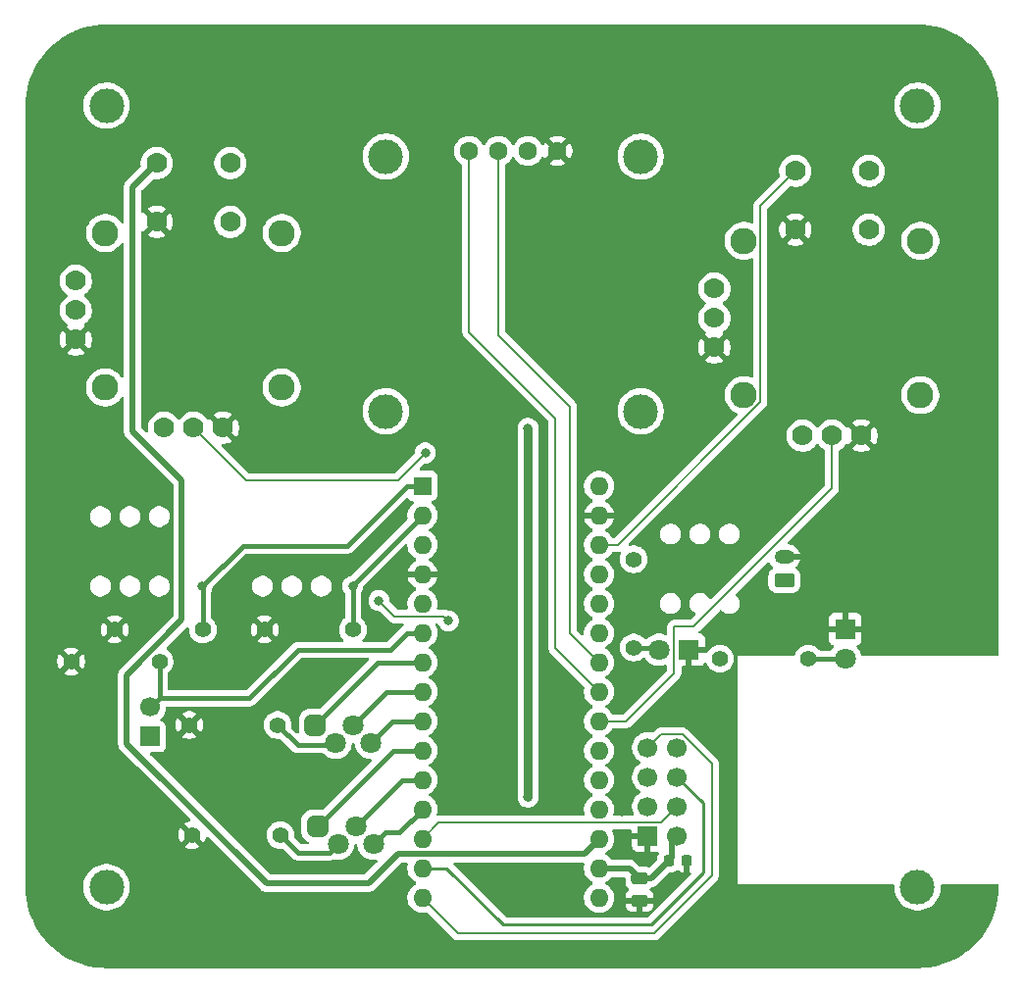
<source format=gbr>
%TF.GenerationSoftware,KiCad,Pcbnew,9.0.2*%
%TF.CreationDate,2025-07-28T12:51:29+08:00*%
%TF.ProjectId,PF-MKIII_Controller ,50462d4d-4b49-4494-995f-436f6e74726f,rev?*%
%TF.SameCoordinates,Original*%
%TF.FileFunction,Copper,L1,Top*%
%TF.FilePolarity,Positive*%
%FSLAX46Y46*%
G04 Gerber Fmt 4.6, Leading zero omitted, Abs format (unit mm)*
G04 Created by KiCad (PCBNEW 9.0.2) date 2025-07-28 12:51:29*
%MOMM*%
%LPD*%
G01*
G04 APERTURE LIST*
G04 Aperture macros list*
%AMRoundRect*
0 Rectangle with rounded corners*
0 $1 Rounding radius*
0 $2 $3 $4 $5 $6 $7 $8 $9 X,Y pos of 4 corners*
0 Add a 4 corners polygon primitive as box body*
4,1,4,$2,$3,$4,$5,$6,$7,$8,$9,$2,$3,0*
0 Add four circle primitives for the rounded corners*
1,1,$1+$1,$2,$3*
1,1,$1+$1,$4,$5*
1,1,$1+$1,$6,$7*
1,1,$1+$1,$8,$9*
0 Add four rect primitives between the rounded corners*
20,1,$1+$1,$2,$3,$4,$5,0*
20,1,$1+$1,$4,$5,$6,$7,0*
20,1,$1+$1,$6,$7,$8,$9,0*
20,1,$1+$1,$8,$9,$2,$3,0*%
G04 Aperture macros list end*
%TA.AperFunction,ComponentPad*%
%ADD10C,1.400000*%
%TD*%
%TA.AperFunction,ComponentPad*%
%ADD11C,1.800000*%
%TD*%
%TA.AperFunction,ComponentPad*%
%ADD12R,1.800000X1.800000*%
%TD*%
%TA.AperFunction,SMDPad,CuDef*%
%ADD13RoundRect,0.250000X-0.475000X0.250000X-0.475000X-0.250000X0.475000X-0.250000X0.475000X0.250000X0*%
%TD*%
%TA.AperFunction,SMDPad,CuDef*%
%ADD14RoundRect,0.225000X0.225000X0.250000X-0.225000X0.250000X-0.225000X-0.250000X0.225000X-0.250000X0*%
%TD*%
%TA.AperFunction,WasherPad*%
%ADD15C,3.000000*%
%TD*%
%TA.AperFunction,ComponentPad*%
%ADD16RoundRect,0.450000X-0.450000X-0.450000X0.450000X-0.450000X0.450000X0.450000X-0.450000X0.450000X0*%
%TD*%
%TA.AperFunction,ComponentPad*%
%ADD17R,1.700000X1.700000*%
%TD*%
%TA.AperFunction,ComponentPad*%
%ADD18C,1.700000*%
%TD*%
%TA.AperFunction,ComponentPad*%
%ADD19RoundRect,0.250000X0.625000X-0.350000X0.625000X0.350000X-0.625000X0.350000X-0.625000X-0.350000X0*%
%TD*%
%TA.AperFunction,ComponentPad*%
%ADD20O,1.750000X1.200000*%
%TD*%
%TA.AperFunction,ComponentPad*%
%ADD21C,1.778000*%
%TD*%
%TA.AperFunction,ComponentPad*%
%ADD22C,2.286000*%
%TD*%
%TA.AperFunction,ComponentPad*%
%ADD23R,1.600000X1.600000*%
%TD*%
%TA.AperFunction,ComponentPad*%
%ADD24O,1.600000X1.600000*%
%TD*%
%TA.AperFunction,ComponentPad*%
%ADD25C,1.600000*%
%TD*%
%TA.AperFunction,ViaPad*%
%ADD26C,0.812800*%
%TD*%
%TA.AperFunction,ViaPad*%
%ADD27C,0.808000*%
%TD*%
%TA.AperFunction,ViaPad*%
%ADD28C,0.889000*%
%TD*%
%TA.AperFunction,Conductor*%
%ADD29C,0.381000*%
%TD*%
%TA.AperFunction,Conductor*%
%ADD30C,0.508000*%
%TD*%
%TA.AperFunction,Conductor*%
%ADD31C,0.254000*%
%TD*%
%TA.AperFunction,Conductor*%
%ADD32C,0.200000*%
%TD*%
%TA.AperFunction,Conductor*%
%ADD33C,0.762000*%
%TD*%
G04 APERTURE END LIST*
D10*
%TO.P,R4,1*%
%TO.N,/A6*%
X207940000Y-82750000D03*
%TO.P,R4,2*%
%TO.N,Net-(D1-A)*%
X215560000Y-82750000D03*
%TD*%
D11*
%TO.P,D1,2,A*%
%TO.N,Net-(D1-A)*%
X218750000Y-82750000D03*
D12*
%TO.P,D1,1,K*%
%TO.N,GND*%
X218750000Y-80210000D03*
%TD*%
D13*
%TO.P,C2,1*%
%TO.N,+3.3V*%
X201000000Y-101750000D03*
%TO.P,C2,2*%
%TO.N,GND*%
X201000000Y-103650000D03*
%TD*%
D14*
%TO.P,C1,1*%
%TO.N,GND*%
X205050000Y-100250000D03*
%TO.P,C1,2*%
%TO.N,+3.3V*%
X203500000Y-100250000D03*
%TD*%
D10*
%TO.P,R2,1*%
%TO.N,GND*%
X168630000Y-80250000D03*
%TO.P,R2,2*%
%TO.N,/D0*%
X176250000Y-80250000D03*
%TD*%
D15*
%TO.P,,*%
%TO.N,*%
X155000000Y-35000000D03*
%TD*%
D16*
%TO.P,D2,1,RA*%
%TO.N,/R1*%
X173000000Y-88500000D03*
D11*
%TO.P,D2,2,K*%
%TO.N,Net-(D2-K)*%
X174778000Y-90024000D03*
%TO.P,D2,3,GA*%
%TO.N,/G1*%
X176302000Y-88500000D03*
%TO.P,D2,4,BA*%
%TO.N,/B1*%
X177826000Y-90024000D03*
%TD*%
D15*
%TO.P,,*%
%TO.N,*%
X225000000Y-102500000D03*
%TD*%
D10*
%TO.P,R6,1*%
%TO.N,Net-(D2-K)*%
X169750000Y-88500000D03*
%TO.P,R6,2*%
%TO.N,GND*%
X162130000Y-88500000D03*
%TD*%
D17*
%TO.P,J5,1,Pin_1*%
%TO.N,+3.3V*%
X158750000Y-89500000D03*
D18*
%TO.P,J5,2,Pin_2*%
%TO.N,/Gait*%
X158750000Y-86960000D03*
%TD*%
D10*
%TO.P,R5,1*%
%TO.N,/A7*%
X200500000Y-74190000D03*
%TO.P,R5,2*%
%TO.N,Net-(D5-A)*%
X200500000Y-81810000D03*
%TD*%
D12*
%TO.P,D5,1,K*%
%TO.N,GND*%
X205250000Y-82000000D03*
D11*
%TO.P,D5,2,A*%
%TO.N,Net-(D5-A)*%
X202710000Y-82000000D03*
%TD*%
D15*
%TO.P,,*%
%TO.N,*%
X155000000Y-102500000D03*
%TD*%
D16*
%TO.P,D3,1,RA*%
%TO.N,/R2*%
X173210000Y-97226000D03*
D11*
%TO.P,D3,2,K*%
%TO.N,Net-(D3-K)*%
X174988000Y-98750000D03*
%TO.P,D3,3,GA*%
%TO.N,/G2*%
X176512000Y-97226000D03*
%TO.P,D3,4,BA*%
%TO.N,/B2*%
X178036000Y-98750000D03*
%TD*%
D19*
%TO.P,BT1,1,+*%
%TO.N,Net-(BT1-+)*%
X213500000Y-76000000D03*
D20*
%TO.P,BT1,2,-*%
%TO.N,GND*%
X213500000Y-74000000D03*
%TD*%
D21*
%TO.P,J1,B1A,SEL+*%
%TO.N,/B0*%
X159325000Y-39967500D03*
%TO.P,J1,B1B*%
%TO.N,N/C*%
X165675000Y-39967500D03*
%TO.P,J1,B2A,SEL-*%
%TO.N,GND*%
X159325000Y-45047500D03*
%TO.P,J1,B2B*%
%TO.N,N/C*%
X165675000Y-45047500D03*
%TO.P,J1,H1,H+*%
%TO.N,+3.3V*%
X159960000Y-62827500D03*
%TO.P,J1,H2,H*%
%TO.N,/A1*%
X162500000Y-62827500D03*
%TO.P,J1,H3,H-*%
%TO.N,GND*%
X165040000Y-62827500D03*
D22*
%TO.P,J1,S1,SHIELD*%
%TO.N,unconnected-(J1-SHIELD-PadS1)*%
X154880000Y-46000000D03*
%TO.P,J1,S2,SHIELD__1*%
%TO.N,unconnected-(J1-SHIELD__1-PadS2)*%
X154880000Y-59335000D03*
%TO.P,J1,S3,SHIELD__2*%
%TO.N,unconnected-(J1-SHIELD__2-PadS3)*%
X170120000Y-59335000D03*
%TO.P,J1,S4,SHIELD__3*%
%TO.N,unconnected-(J1-SHIELD__3-PadS4)*%
X170120000Y-46000000D03*
D21*
%TO.P,J1,V1,V+*%
%TO.N,+3.3V*%
X152340000Y-50127500D03*
%TO.P,J1,V2,V*%
%TO.N,/A0*%
X152340000Y-52667500D03*
%TO.P,J1,V3,V-*%
%TO.N,GND*%
X152340000Y-55207500D03*
%TD*%
D23*
%TO.P,A2,1,D1/TX*%
%TO.N,/D1*%
X182260000Y-67840000D03*
D24*
%TO.P,A2,2,D0/RX*%
%TO.N,/D0*%
X182260000Y-70380000D03*
%TO.P,A2,3,~{RESET}*%
%TO.N,unconnected-(A2-~{RESET}-Pad3)*%
X182260000Y-72920000D03*
%TO.P,A2,4,GND*%
%TO.N,GND*%
X182260000Y-75460000D03*
%TO.P,A2,5,D2*%
%TO.N,/CE*%
X182260000Y-78000000D03*
%TO.P,A2,6,D3*%
%TO.N,/Gait*%
X182260000Y-80540000D03*
%TO.P,A2,7,D4*%
%TO.N,/R1*%
X182260000Y-83080000D03*
%TO.P,A2,8,D5*%
%TO.N,/G1*%
X182260000Y-85620000D03*
%TO.P,A2,9,D6*%
%TO.N,/B1*%
X182260000Y-88160000D03*
%TO.P,A2,10,D7*%
%TO.N,/R2*%
X182260000Y-90700000D03*
%TO.P,A2,11,D8*%
%TO.N,/G2*%
X182260000Y-93240000D03*
%TO.P,A2,12,D9*%
%TO.N,/B2*%
X182260000Y-95780000D03*
%TO.P,A2,13,D10/CS*%
%TO.N,/CS*%
X182260000Y-98320000D03*
%TO.P,A2,14,D11/COPI*%
%TO.N,/MOSI*%
X182260000Y-100860000D03*
%TO.P,A2,15,D12/CIPO*%
%TO.N,/MISO*%
X182260000Y-103400000D03*
%TO.P,A2,16,D13/SCK*%
%TO.N,/SCK*%
X197500000Y-103400000D03*
%TO.P,A2,17,3V3*%
%TO.N,+3.3V*%
X197500000Y-100860000D03*
%TO.P,A2,18,B0*%
%TO.N,/B0*%
X197500000Y-98320000D03*
%TO.P,A2,19,A0*%
%TO.N,/A0*%
X197500000Y-95780000D03*
%TO.P,A2,20,A1*%
%TO.N,/A1*%
X197500000Y-93240000D03*
%TO.P,A2,21,A2*%
%TO.N,/A2*%
X197500000Y-90700000D03*
%TO.P,A2,22,A3*%
%TO.N,/A3*%
X197500000Y-88160000D03*
%TO.P,A2,23,SDA/A4*%
%TO.N,/SDA*%
X197500000Y-85620000D03*
%TO.P,A2,24,SCL/A5*%
%TO.N,/SCL*%
X197500000Y-83080000D03*
%TO.P,A2,25,A6*%
%TO.N,/A6*%
X197500000Y-80540000D03*
%TO.P,A2,26,A7*%
%TO.N,/A7*%
X197500000Y-78000000D03*
%TO.P,A2,27,VUSB/5V*%
%TO.N,unconnected-(A2-VUSB{slash}5V-Pad27)*%
X197500000Y-75460000D03*
%TO.P,A2,28,B1*%
%TO.N,/B11*%
X197500000Y-72920000D03*
%TO.P,A2,29,GND*%
%TO.N,GND*%
X197500000Y-70380000D03*
%TO.P,A2,30,VIN*%
%TO.N,Net-(A2-VIN)*%
X197500000Y-67840000D03*
%TD*%
D15*
%TO.P,,*%
%TO.N,*%
X225000000Y-35000000D03*
%TD*%
D21*
%TO.P,J2,B1A,SEL+*%
%TO.N,/B11*%
X214445000Y-40632500D03*
%TO.P,J2,B1B*%
%TO.N,N/C*%
X220795000Y-40632500D03*
%TO.P,J2,B2A,SEL-*%
%TO.N,GND*%
X214445000Y-45712500D03*
%TO.P,J2,B2B*%
%TO.N,N/C*%
X220795000Y-45712500D03*
%TO.P,J2,H1,H+*%
%TO.N,+3.3V*%
X215080000Y-63492500D03*
%TO.P,J2,H2,H*%
%TO.N,/A3*%
X217620000Y-63492500D03*
%TO.P,J2,H3,H-*%
%TO.N,GND*%
X220160000Y-63492500D03*
D22*
%TO.P,J2,S1,SHIELD*%
%TO.N,unconnected-(J2-SHIELD-PadS1)*%
X210000000Y-46665000D03*
%TO.P,J2,S2,SHIELD__1*%
%TO.N,unconnected-(J2-SHIELD__1-PadS2)*%
X210000000Y-60000000D03*
%TO.P,J2,S3,SHIELD__2*%
%TO.N,unconnected-(J2-SHIELD__2-PadS3)*%
X225240000Y-60000000D03*
%TO.P,J2,S4,SHIELD__3*%
%TO.N,unconnected-(J2-SHIELD__3-PadS4)*%
X225240000Y-46665000D03*
D21*
%TO.P,J2,V1,V+*%
%TO.N,+3.3V*%
X207460000Y-50792500D03*
%TO.P,J2,V2,V*%
%TO.N,/A2*%
X207460000Y-53332500D03*
%TO.P,J2,V3,V-*%
%TO.N,GND*%
X207460000Y-55872500D03*
%TD*%
D15*
%TO.P,J6,*%
%TO.N,*%
X179095000Y-39405000D03*
X179095000Y-61405000D03*
X201095000Y-39405000D03*
X201095000Y-61405000D03*
D25*
%TO.P,J6,1,Pin_1*%
%TO.N,/SDA*%
X186285000Y-38905000D03*
%TO.P,J6,2,Pin_2*%
%TO.N,/SCL*%
X188825000Y-38905000D03*
%TO.P,J6,3,Pin_3*%
%TO.N,+3.3V*%
X191365000Y-38905000D03*
%TO.P,J6,4,Pin_4*%
%TO.N,GND*%
X193905000Y-38905000D03*
%TD*%
D10*
%TO.P,R7,1*%
%TO.N,GND*%
X162380000Y-98000000D03*
%TO.P,R7,2*%
%TO.N,Net-(D3-K)*%
X170000000Y-98000000D03*
%TD*%
%TO.P,R1,1*%
%TO.N,GND*%
X151940000Y-83000000D03*
%TO.P,R1,2*%
%TO.N,/Gait*%
X159560000Y-83000000D03*
%TD*%
%TO.P,R3,1*%
%TO.N,GND*%
X155690000Y-80250000D03*
%TO.P,R3,2*%
%TO.N,/D1*%
X163310000Y-80250000D03*
%TD*%
D17*
%TO.P,U1,1,GND*%
%TO.N,GND*%
X201710000Y-98080000D03*
D18*
%TO.P,U1,2,VCC*%
%TO.N,+3.3V*%
X204250000Y-98080000D03*
%TO.P,U1,3,CE*%
%TO.N,/CE*%
X201710000Y-95540000D03*
%TO.P,U1,4,~{CSN}*%
%TO.N,/CS*%
X204250000Y-95540000D03*
%TO.P,U1,5,SCK*%
%TO.N,/SCK*%
X201710000Y-93000000D03*
%TO.P,U1,6,MOSI*%
%TO.N,/MOSI*%
X204250000Y-93000000D03*
%TO.P,U1,7,MISO*%
%TO.N,/MISO*%
X201710000Y-90460000D03*
%TO.P,U1,8,IRQ*%
%TO.N,unconnected-(U1-IRQ-Pad8)*%
X204250000Y-90460000D03*
%TD*%
D26*
%TO.N,GND*%
X195500000Y-104500000D03*
X199500000Y-96000000D03*
D27*
%TO.N,/A1*%
X182500000Y-65000000D03*
D28*
%TO.N,GND*%
X172250000Y-64500000D03*
X211250000Y-67000000D03*
D27*
%TO.N,/A0*%
X178500000Y-77750000D03*
X184500000Y-79500000D03*
%TO.N,/D0*%
X176250000Y-76500000D03*
%TO.N,+3.3V*%
X191365000Y-62865000D03*
X191365000Y-94725000D03*
%TO.N,/D1*%
X163250000Y-76500000D03*
%TD*%
D29*
%TO.N,Net-(D1-A)*%
X218750000Y-82750000D02*
X215560000Y-82750000D01*
D30*
%TO.N,+3.3V*%
X201000000Y-101750000D02*
X202000000Y-101750000D01*
X202000000Y-101750000D02*
X203750000Y-100000000D01*
X197500000Y-100860000D02*
X200110000Y-100860000D01*
X200110000Y-100860000D02*
X201000000Y-101750000D01*
D31*
%TO.N,/MOSI*%
X182260000Y-100860000D02*
X184360000Y-100860000D01*
X184360000Y-100860000D02*
X189250000Y-105750000D01*
X189250000Y-105750000D02*
X202000000Y-105750000D01*
X206500000Y-101250000D02*
X206500000Y-95250000D01*
X202000000Y-105750000D02*
X206500000Y-101250000D01*
X206500000Y-95250000D02*
X204250000Y-93000000D01*
D32*
%TO.N,/MISO*%
X182260000Y-103400000D02*
X185360000Y-106500000D01*
X207250000Y-91832240D02*
X204726760Y-89309000D01*
X185360000Y-106500000D02*
X202250000Y-106500000D01*
X202250000Y-106500000D02*
X207250000Y-101500000D01*
X207250000Y-101500000D02*
X207250000Y-91832240D01*
X204726760Y-89309000D02*
X202861000Y-89309000D01*
X202861000Y-89309000D02*
X201710000Y-90460000D01*
D30*
%TO.N,+3.3V*%
X203750000Y-100000000D02*
X203750000Y-98580000D01*
X203750000Y-98580000D02*
X204250000Y-98080000D01*
D32*
%TO.N,/G1*%
X175540000Y-88500000D02*
X175540000Y-88222717D01*
D29*
X176302000Y-88500000D02*
X179182000Y-85620000D01*
X179182000Y-85620000D02*
X182260000Y-85620000D01*
D32*
%TO.N,/SDA*%
X186285000Y-38905000D02*
X186285000Y-54535000D01*
X186285000Y-54535000D02*
X193750000Y-62000000D01*
X193750000Y-62000000D02*
X193750000Y-81870000D01*
X193750000Y-81870000D02*
X197500000Y-85620000D01*
D29*
%TO.N,/R1*%
X173000000Y-88500000D02*
X178420000Y-83080000D01*
X178420000Y-83080000D02*
X182260000Y-83080000D01*
D32*
X173000000Y-88500000D02*
X173000000Y-88135000D01*
D29*
%TO.N,/B1*%
X179690000Y-88160000D02*
X182260000Y-88160000D01*
X177826000Y-90024000D02*
X179690000Y-88160000D01*
D32*
X181920000Y-88500000D02*
X182260000Y-88160000D01*
D29*
%TO.N,/B2*%
X180290000Y-97750000D02*
X182260000Y-95780000D01*
X179036000Y-97750000D02*
X178036000Y-98750000D01*
X180290000Y-97750000D02*
X179036000Y-97750000D01*
D32*
%TO.N,/A1*%
X167021000Y-67348500D02*
X180151500Y-67348500D01*
X162500000Y-62827500D02*
X167021000Y-67348500D01*
X180151500Y-67348500D02*
X182500000Y-65000000D01*
D29*
%TO.N,/R2*%
X182260000Y-90700000D02*
X179736000Y-90700000D01*
X179736000Y-90700000D02*
X173210000Y-97226000D01*
D32*
X173210000Y-97750000D02*
X173210000Y-97472717D01*
%TO.N,/CS*%
X183651000Y-96929000D02*
X182260000Y-98320000D01*
X204250000Y-95540000D02*
X202861000Y-96929000D01*
X202861000Y-96929000D02*
X183651000Y-96929000D01*
D29*
%TO.N,/Gait*%
X179500000Y-82000000D02*
X180960000Y-80540000D01*
X180960000Y-80540000D02*
X182260000Y-80540000D01*
X167310000Y-86190000D02*
X171500000Y-82000000D01*
X159560000Y-86190000D02*
X167310000Y-86190000D01*
X159560000Y-86190000D02*
X158750000Y-87000000D01*
X159560000Y-83000000D02*
X159560000Y-86190000D01*
X171500000Y-82000000D02*
X179500000Y-82000000D01*
D32*
%TO.N,/A0*%
X184101000Y-79101000D02*
X179851000Y-79101000D01*
X184500000Y-79500000D02*
X184101000Y-79101000D01*
X179851000Y-79101000D02*
X178500000Y-77750000D01*
D29*
%TO.N,/D0*%
X176250000Y-80250000D02*
X176250000Y-76500000D01*
X176250000Y-76390000D02*
X182260000Y-70380000D01*
X176250000Y-76500000D02*
X176250000Y-76390000D01*
D32*
%TO.N,/SCL*%
X188825000Y-54825000D02*
X195000000Y-61000000D01*
X188825000Y-38905000D02*
X188825000Y-54825000D01*
X195000000Y-80580000D02*
X197500000Y-83080000D01*
X195000000Y-61000000D02*
X195000000Y-80580000D01*
D33*
%TO.N,+3.3V*%
X191365000Y-94725000D02*
X191365000Y-62865000D01*
D32*
%TO.N,/A3*%
X204000000Y-84000000D02*
X204000000Y-80000000D01*
X197500000Y-88160000D02*
X199840000Y-88160000D01*
X205660000Y-80000000D02*
X217620000Y-68040000D01*
X199840000Y-88160000D02*
X204000000Y-84000000D01*
X204000000Y-80000000D02*
X205660000Y-80000000D01*
X217620000Y-68040000D02*
X217620000Y-63492500D01*
D30*
%TO.N,/B0*%
X161500000Y-67378126D02*
X161500000Y-79426583D01*
X168785000Y-102145000D02*
X177605000Y-102145000D01*
X177605000Y-102145000D02*
X180145000Y-99605000D01*
X196215000Y-99605000D02*
X197500000Y-98320000D01*
X159325000Y-39967500D02*
X157250000Y-42042500D01*
X157250000Y-42042500D02*
X157250000Y-63128126D01*
X180145000Y-99605000D02*
X196215000Y-99605000D01*
X156750000Y-84176583D02*
X156750000Y-90110000D01*
X156750000Y-90110000D02*
X168785000Y-102145000D01*
X161500000Y-79426583D02*
X156750000Y-84176583D01*
X157250000Y-63128126D02*
X161500000Y-67378126D01*
D29*
%TO.N,/G2*%
X182260000Y-93240000D02*
X180498000Y-93240000D01*
X180498000Y-93240000D02*
X176512000Y-97226000D01*
%TO.N,/D1*%
X166750000Y-73000000D02*
X175750000Y-73000000D01*
X163310000Y-80250000D02*
X163310000Y-76560000D01*
X163250000Y-76500000D02*
X166750000Y-73000000D01*
X180910000Y-67840000D02*
X182260000Y-67840000D01*
X163310000Y-76560000D02*
X163250000Y-76500000D01*
X175750000Y-73000000D02*
X180910000Y-67840000D01*
%TO.N,Net-(D5-A)*%
X200500000Y-81810000D02*
X202520000Y-81810000D01*
D32*
X202520000Y-81810000D02*
X202710000Y-82000000D01*
D29*
%TO.N,Net-(D2-K)*%
X171500000Y-90250000D02*
X174552000Y-90250000D01*
X174552000Y-90250000D02*
X174778000Y-90024000D01*
X169750000Y-88500000D02*
X171500000Y-90250000D01*
%TO.N,Net-(D3-K)*%
X170000000Y-98000000D02*
X171500000Y-99500000D01*
X174238000Y-99500000D02*
X174988000Y-98750000D01*
X171500000Y-99500000D02*
X174238000Y-99500000D01*
D32*
%TO.N,/B11*%
X199122125Y-72920000D02*
X197500000Y-72920000D01*
X211444000Y-43633500D02*
X211444000Y-60598125D01*
X211444000Y-60598125D02*
X199122125Y-72920000D01*
X214445000Y-40632500D02*
X211444000Y-43633500D01*
%TD*%
%TA.AperFunction,Conductor*%
%TO.N,GND*%
G36*
X205243039Y-100269685D02*
G01*
X205288794Y-100322489D01*
X205300000Y-100374000D01*
X205300000Y-101224999D01*
X205323308Y-101224999D01*
X205323316Y-101224998D01*
X205326577Y-101224665D01*
X205395272Y-101237424D01*
X205446163Y-101285298D01*
X205463094Y-101353085D01*
X205440688Y-101419265D01*
X205426878Y-101435702D01*
X201776400Y-105086181D01*
X201715077Y-105119666D01*
X201688719Y-105122500D01*
X189561281Y-105122500D01*
X189494242Y-105102815D01*
X189473600Y-105086181D01*
X184958601Y-100571181D01*
X184925116Y-100509858D01*
X184930100Y-100440166D01*
X184971972Y-100384233D01*
X185037436Y-100359816D01*
X185046282Y-100359500D01*
X196124524Y-100359500D01*
X196191563Y-100379185D01*
X196237318Y-100431989D01*
X196247262Y-100501147D01*
X196242455Y-100521817D01*
X196231524Y-100555457D01*
X196231523Y-100555464D01*
X196199500Y-100757648D01*
X196199500Y-100962351D01*
X196231522Y-101164534D01*
X196294781Y-101359223D01*
X196387715Y-101541613D01*
X196508028Y-101707213D01*
X196652786Y-101851971D01*
X196807749Y-101964556D01*
X196818390Y-101972287D01*
X196909840Y-102018883D01*
X196911080Y-102019515D01*
X196961876Y-102067490D01*
X196978671Y-102135311D01*
X196956134Y-102201446D01*
X196911080Y-102240485D01*
X196818386Y-102287715D01*
X196652786Y-102408028D01*
X196508028Y-102552786D01*
X196387715Y-102718386D01*
X196294781Y-102900776D01*
X196231522Y-103095465D01*
X196199500Y-103297648D01*
X196199500Y-103502351D01*
X196231522Y-103704534D01*
X196294781Y-103899223D01*
X196387715Y-104081613D01*
X196508028Y-104247213D01*
X196652786Y-104391971D01*
X196802165Y-104500499D01*
X196818390Y-104512287D01*
X196934607Y-104571503D01*
X197000776Y-104605218D01*
X197000778Y-104605218D01*
X197000781Y-104605220D01*
X197105137Y-104639127D01*
X197195465Y-104668477D01*
X197296557Y-104684488D01*
X197397648Y-104700500D01*
X197397649Y-104700500D01*
X197602351Y-104700500D01*
X197602352Y-104700500D01*
X197804534Y-104668477D01*
X197999219Y-104605220D01*
X198181610Y-104512287D01*
X198274590Y-104444732D01*
X198347213Y-104391971D01*
X198347215Y-104391968D01*
X198347219Y-104391966D01*
X198491966Y-104247219D01*
X198491968Y-104247215D01*
X198491971Y-104247213D01*
X198550303Y-104166924D01*
X198612287Y-104081610D01*
X198679353Y-103949986D01*
X199775001Y-103949986D01*
X199785494Y-104052697D01*
X199840641Y-104219119D01*
X199840643Y-104219124D01*
X199932684Y-104368345D01*
X200056654Y-104492315D01*
X200205875Y-104584356D01*
X200205880Y-104584358D01*
X200372302Y-104639505D01*
X200372309Y-104639506D01*
X200475019Y-104649999D01*
X200749999Y-104649999D01*
X201250000Y-104649999D01*
X201524972Y-104649999D01*
X201524986Y-104649998D01*
X201627697Y-104639505D01*
X201794119Y-104584358D01*
X201794124Y-104584356D01*
X201943345Y-104492315D01*
X202067315Y-104368345D01*
X202159356Y-104219124D01*
X202159358Y-104219119D01*
X202214505Y-104052697D01*
X202214506Y-104052690D01*
X202224999Y-103949986D01*
X202225000Y-103949973D01*
X202225000Y-103900000D01*
X201250000Y-103900000D01*
X201250000Y-104649999D01*
X200749999Y-104649999D01*
X200750000Y-104649998D01*
X200750000Y-103900000D01*
X199775001Y-103900000D01*
X199775001Y-103949986D01*
X198679353Y-103949986D01*
X198705220Y-103899219D01*
X198768477Y-103704534D01*
X198800500Y-103502352D01*
X198800500Y-103297648D01*
X198768477Y-103095466D01*
X198705220Y-102900781D01*
X198705218Y-102900778D01*
X198705218Y-102900776D01*
X198643548Y-102779744D01*
X198612287Y-102718390D01*
X198560201Y-102646699D01*
X198491971Y-102552786D01*
X198347213Y-102408028D01*
X198181614Y-102287715D01*
X198129587Y-102261206D01*
X198088917Y-102240483D01*
X198038123Y-102192511D01*
X198021328Y-102124690D01*
X198043865Y-102058555D01*
X198088917Y-102019516D01*
X198181610Y-101972287D01*
X198202770Y-101956913D01*
X198347213Y-101851971D01*
X198347215Y-101851968D01*
X198347219Y-101851966D01*
X198491966Y-101707219D01*
X198522192Y-101665615D01*
X198577521Y-101622950D01*
X198622511Y-101614500D01*
X199650500Y-101614500D01*
X199717539Y-101634185D01*
X199763294Y-101686989D01*
X199774500Y-101738500D01*
X199774500Y-102050000D01*
X199774501Y-102050019D01*
X199785000Y-102152796D01*
X199785001Y-102152799D01*
X199814058Y-102240485D01*
X199840186Y-102319334D01*
X199932288Y-102468656D01*
X200056344Y-102592712D01*
X200059628Y-102594737D01*
X200059653Y-102594753D01*
X200061445Y-102596746D01*
X200062011Y-102597193D01*
X200061934Y-102597289D01*
X200106379Y-102646699D01*
X200117603Y-102715661D01*
X200089761Y-102779744D01*
X200059665Y-102805826D01*
X200056660Y-102807679D01*
X200056655Y-102807683D01*
X199932684Y-102931654D01*
X199840643Y-103080875D01*
X199840641Y-103080880D01*
X199785494Y-103247302D01*
X199785493Y-103247309D01*
X199775000Y-103350013D01*
X199775000Y-103400000D01*
X202224999Y-103400000D01*
X202224999Y-103350028D01*
X202224998Y-103350013D01*
X202214505Y-103247302D01*
X202159358Y-103080880D01*
X202159356Y-103080875D01*
X202067315Y-102931654D01*
X201943344Y-102807683D01*
X201943341Y-102807681D01*
X201940339Y-102805829D01*
X201938713Y-102804021D01*
X201937677Y-102803202D01*
X201937817Y-102803024D01*
X201893617Y-102753880D01*
X201882397Y-102684917D01*
X201910243Y-102620836D01*
X201921326Y-102609184D01*
X201930133Y-102601052D01*
X201943656Y-102592712D01*
X201997625Y-102538742D01*
X201999423Y-102537083D01*
X202028604Y-102522628D01*
X202057178Y-102507026D01*
X202061468Y-102506350D01*
X202062033Y-102506071D01*
X202062741Y-102506150D01*
X202071393Y-102504788D01*
X202074308Y-102504501D01*
X202074312Y-102504501D01*
X202074316Y-102504500D01*
X202074318Y-102504500D01*
X202195894Y-102480315D01*
X202195894Y-102480316D01*
X202195900Y-102480313D01*
X202220080Y-102475505D01*
X202320021Y-102434108D01*
X202357389Y-102418630D01*
X202480966Y-102336059D01*
X203555206Y-101261817D01*
X203616529Y-101228333D01*
X203642887Y-101225499D01*
X203773338Y-101225499D01*
X203773344Y-101225499D01*
X203773352Y-101225498D01*
X203773355Y-101225498D01*
X203827760Y-101219940D01*
X203872708Y-101215349D01*
X204033697Y-101162003D01*
X204178044Y-101072968D01*
X204187668Y-101063343D01*
X204248987Y-101029856D01*
X204318679Y-101034835D01*
X204363034Y-101063339D01*
X204372267Y-101072572D01*
X204372271Y-101072575D01*
X204516507Y-101161542D01*
X204516518Y-101161547D01*
X204677393Y-101214855D01*
X204776683Y-101224999D01*
X204800000Y-101224998D01*
X204800000Y-100374000D01*
X204819685Y-100306961D01*
X204872489Y-100261206D01*
X204924000Y-100250000D01*
X205176000Y-100250000D01*
X205243039Y-100269685D01*
G37*
%TD.AperFunction*%
%TA.AperFunction,Conductor*%
G36*
X177599456Y-82710685D02*
G01*
X177645211Y-82763489D01*
X177655155Y-82832647D01*
X177626130Y-82896203D01*
X177620098Y-82902680D01*
X175515136Y-85007642D01*
X173459597Y-87063181D01*
X173398274Y-87096666D01*
X173371916Y-87099500D01*
X172494862Y-87099500D01*
X172482599Y-87100590D01*
X172381451Y-87109582D01*
X172195594Y-87162762D01*
X172024250Y-87252265D01*
X171874428Y-87374428D01*
X171752265Y-87524250D01*
X171662762Y-87695594D01*
X171609582Y-87881451D01*
X171603193Y-87953325D01*
X171599500Y-87994862D01*
X171599500Y-89005138D01*
X171599685Y-89007215D01*
X171605090Y-89068014D01*
X171591419Y-89136533D01*
X171542874Y-89186784D01*
X171474868Y-89202812D01*
X171408991Y-89179529D01*
X171393896Y-89166675D01*
X170977565Y-88750344D01*
X170944080Y-88689021D01*
X170942773Y-88643265D01*
X170945508Y-88625998D01*
X170950500Y-88594481D01*
X170950500Y-88405519D01*
X170950500Y-88405513D01*
X170920940Y-88218881D01*
X170874749Y-88076721D01*
X170862547Y-88039168D01*
X170862545Y-88039165D01*
X170862545Y-88039163D01*
X170782186Y-87881451D01*
X170776760Y-87870801D01*
X170665690Y-87717927D01*
X170532073Y-87584310D01*
X170379199Y-87473240D01*
X170370878Y-87469000D01*
X170210836Y-87387454D01*
X170031118Y-87329059D01*
X169844486Y-87299500D01*
X169844481Y-87299500D01*
X169655519Y-87299500D01*
X169655514Y-87299500D01*
X169468881Y-87329059D01*
X169289163Y-87387454D01*
X169120800Y-87473240D01*
X169053729Y-87521971D01*
X168967927Y-87584310D01*
X168967925Y-87584312D01*
X168967924Y-87584312D01*
X168834312Y-87717924D01*
X168834312Y-87717925D01*
X168834310Y-87717927D01*
X168799400Y-87765976D01*
X168723240Y-87870800D01*
X168637454Y-88039163D01*
X168579059Y-88218881D01*
X168549500Y-88405513D01*
X168549500Y-88594486D01*
X168579059Y-88781118D01*
X168637454Y-88960836D01*
X168713203Y-89109500D01*
X168723240Y-89129199D01*
X168834310Y-89282073D01*
X168967927Y-89415690D01*
X169120801Y-89526760D01*
X169184076Y-89559000D01*
X169289163Y-89612545D01*
X169289165Y-89612545D01*
X169289168Y-89612547D01*
X169363303Y-89636635D01*
X169468881Y-89670940D01*
X169655514Y-89700500D01*
X169655519Y-89700500D01*
X169844480Y-89700500D01*
X169844481Y-89700500D01*
X169893265Y-89692773D01*
X169962558Y-89701727D01*
X170000344Y-89727565D01*
X171059510Y-90786732D01*
X171059511Y-90786733D01*
X171059514Y-90786735D01*
X171154944Y-90850499D01*
X171172689Y-90862356D01*
X171172694Y-90862358D01*
X171172693Y-90862358D01*
X171203774Y-90875232D01*
X171298443Y-90914445D01*
X171298447Y-90914445D01*
X171298448Y-90914446D01*
X171431939Y-90941000D01*
X171431942Y-90941000D01*
X171431943Y-90941000D01*
X171568057Y-90941000D01*
X173663031Y-90941000D01*
X173730070Y-90960685D01*
X173750712Y-90977319D01*
X173865636Y-91092243D01*
X173865641Y-91092247D01*
X173969660Y-91167820D01*
X174043978Y-91221815D01*
X174172375Y-91287237D01*
X174240393Y-91321895D01*
X174240396Y-91321896D01*
X174332181Y-91351718D01*
X174450049Y-91390015D01*
X174667778Y-91424500D01*
X174667779Y-91424500D01*
X174888221Y-91424500D01*
X174888222Y-91424500D01*
X175105951Y-91390015D01*
X175315606Y-91321895D01*
X175512022Y-91221815D01*
X175690365Y-91092242D01*
X175846242Y-90936365D01*
X175975815Y-90758022D01*
X176075895Y-90561606D01*
X176144015Y-90351951D01*
X176178500Y-90134222D01*
X176178500Y-90134220D01*
X176179262Y-90129410D01*
X176180697Y-90129637D01*
X176203270Y-90070421D01*
X176259503Y-90028953D01*
X176329229Y-90024469D01*
X176390309Y-90058394D01*
X176423353Y-90119957D01*
X176424712Y-90129414D01*
X176424738Y-90129410D01*
X176459985Y-90351952D01*
X176528103Y-90561603D01*
X176528104Y-90561606D01*
X176596122Y-90695096D01*
X176602466Y-90707547D01*
X176628187Y-90758025D01*
X176757752Y-90936358D01*
X176757756Y-90936363D01*
X176913636Y-91092243D01*
X176913641Y-91092247D01*
X177017660Y-91167820D01*
X177091978Y-91221815D01*
X177220375Y-91287237D01*
X177288393Y-91321895D01*
X177288396Y-91321896D01*
X177380181Y-91351718D01*
X177498049Y-91390015D01*
X177715778Y-91424500D01*
X177715779Y-91424500D01*
X177734916Y-91424500D01*
X177801955Y-91444185D01*
X177847710Y-91496989D01*
X177857654Y-91566147D01*
X177828629Y-91629703D01*
X177822597Y-91636181D01*
X173669597Y-95789181D01*
X173608274Y-95822666D01*
X173581916Y-95825500D01*
X172704862Y-95825500D01*
X172692599Y-95826590D01*
X172591451Y-95835582D01*
X172405594Y-95888762D01*
X172234250Y-95978265D01*
X172084428Y-96100428D01*
X171962265Y-96250250D01*
X171872762Y-96421594D01*
X171819582Y-96607451D01*
X171809500Y-96720863D01*
X171809500Y-97731136D01*
X171819582Y-97844548D01*
X171872762Y-98030405D01*
X171908951Y-98099685D01*
X171962266Y-98201751D01*
X171990126Y-98235918D01*
X172084428Y-98351571D01*
X172139214Y-98396243D01*
X172234249Y-98473734D01*
X172405594Y-98563237D01*
X172405596Y-98563237D01*
X172405597Y-98563238D01*
X172414496Y-98565785D01*
X172473533Y-98603152D01*
X172502996Y-98666506D01*
X172493530Y-98735732D01*
X172448141Y-98788850D01*
X172381239Y-98808997D01*
X172380383Y-98809000D01*
X171837584Y-98809000D01*
X171770545Y-98789315D01*
X171749903Y-98772681D01*
X171227565Y-98250343D01*
X171194080Y-98189020D01*
X171192773Y-98143263D01*
X171194067Y-98135095D01*
X171200500Y-98094481D01*
X171200500Y-97905519D01*
X171200500Y-97905513D01*
X171170940Y-97718881D01*
X171136375Y-97612503D01*
X171112547Y-97539168D01*
X171112545Y-97539165D01*
X171112545Y-97539163D01*
X171041680Y-97400084D01*
X171026760Y-97370801D01*
X170915690Y-97217927D01*
X170782073Y-97084310D01*
X170629199Y-96973240D01*
X170460836Y-96887454D01*
X170281118Y-96829059D01*
X170094486Y-96799500D01*
X170094481Y-96799500D01*
X169905519Y-96799500D01*
X169905514Y-96799500D01*
X169718881Y-96829059D01*
X169539163Y-96887454D01*
X169370800Y-96973240D01*
X169283579Y-97036610D01*
X169217927Y-97084310D01*
X169217925Y-97084312D01*
X169217924Y-97084312D01*
X169084312Y-97217924D01*
X169084312Y-97217925D01*
X169084310Y-97217927D01*
X169078808Y-97225500D01*
X168973240Y-97370800D01*
X168887454Y-97539163D01*
X168829059Y-97718881D01*
X168799500Y-97905513D01*
X168799500Y-98094486D01*
X168829059Y-98281118D01*
X168887454Y-98460836D01*
X168939631Y-98563238D01*
X168973240Y-98629199D01*
X169084310Y-98782073D01*
X169217927Y-98915690D01*
X169370801Y-99026760D01*
X169415056Y-99049309D01*
X169539163Y-99112545D01*
X169539165Y-99112545D01*
X169539168Y-99112547D01*
X169603202Y-99133353D01*
X169718881Y-99170940D01*
X169905514Y-99200500D01*
X169905519Y-99200500D01*
X170094480Y-99200500D01*
X170094481Y-99200500D01*
X170143264Y-99192773D01*
X170212556Y-99201727D01*
X170250343Y-99227565D01*
X171059507Y-100036730D01*
X171059508Y-100036731D01*
X171059511Y-100036733D01*
X171059513Y-100036735D01*
X171162425Y-100105497D01*
X171162426Y-100105499D01*
X171164962Y-100107193D01*
X171172689Y-100112356D01*
X171172692Y-100112357D01*
X171172693Y-100112358D01*
X171269344Y-100152392D01*
X171298443Y-100164445D01*
X171298447Y-100164445D01*
X171298448Y-100164446D01*
X171431939Y-100191000D01*
X171431942Y-100191000D01*
X174306060Y-100191000D01*
X174412671Y-100169793D01*
X174439557Y-100164445D01*
X174559744Y-100114661D01*
X174629211Y-100107193D01*
X174645515Y-100111293D01*
X174652282Y-100113491D01*
X174660046Y-100116014D01*
X174660049Y-100116015D01*
X174877778Y-100150500D01*
X174877779Y-100150500D01*
X175098221Y-100150500D01*
X175098222Y-100150500D01*
X175315951Y-100116015D01*
X175525606Y-100047895D01*
X175722022Y-99947815D01*
X175900365Y-99818242D01*
X176056242Y-99662365D01*
X176185815Y-99484022D01*
X176285895Y-99287606D01*
X176354015Y-99077951D01*
X176388500Y-98860222D01*
X176388500Y-98860220D01*
X176389262Y-98855410D01*
X176390697Y-98855637D01*
X176413270Y-98796421D01*
X176469503Y-98754953D01*
X176539229Y-98750469D01*
X176600309Y-98784394D01*
X176633353Y-98845957D01*
X176634712Y-98855414D01*
X176634738Y-98855410D01*
X176669985Y-99077952D01*
X176738103Y-99287603D01*
X176738104Y-99287606D01*
X176775799Y-99361584D01*
X176811824Y-99432287D01*
X176838187Y-99484025D01*
X176967752Y-99662358D01*
X176967756Y-99662363D01*
X177123636Y-99818243D01*
X177123641Y-99818247D01*
X177192168Y-99868034D01*
X177301978Y-99947815D01*
X177429480Y-100012781D01*
X177498393Y-100047895D01*
X177498396Y-100047896D01*
X177518365Y-100054384D01*
X177708049Y-100116015D01*
X177925778Y-100150500D01*
X177925779Y-100150500D01*
X178146220Y-100150500D01*
X178146222Y-100150500D01*
X178228234Y-100137510D01*
X178297523Y-100146464D01*
X178350976Y-100191460D01*
X178371616Y-100258211D01*
X178352892Y-100325525D01*
X178335310Y-100347664D01*
X177328794Y-101354181D01*
X177267471Y-101387666D01*
X177241113Y-101390500D01*
X169148886Y-101390500D01*
X169081847Y-101370815D01*
X169061205Y-101354181D01*
X158769205Y-91062180D01*
X158735720Y-91000857D01*
X158740704Y-90931165D01*
X158782576Y-90875232D01*
X158848040Y-90850815D01*
X158856886Y-90850499D01*
X159647871Y-90850499D01*
X159647872Y-90850499D01*
X159707483Y-90844091D01*
X159842331Y-90793796D01*
X159957546Y-90707546D01*
X160043796Y-90592331D01*
X160094091Y-90457483D01*
X160100500Y-90397873D01*
X160100500Y-89507882D01*
X161475669Y-89507882D01*
X161475670Y-89507883D01*
X161501059Y-89526329D01*
X161669362Y-89612085D01*
X161848997Y-89670451D01*
X162035553Y-89700000D01*
X162224447Y-89700000D01*
X162411002Y-89670451D01*
X162590637Y-89612085D01*
X162758937Y-89526331D01*
X162784328Y-89507883D01*
X162784328Y-89507882D01*
X162130001Y-88853554D01*
X162130000Y-88853554D01*
X161475669Y-89507882D01*
X160100500Y-89507882D01*
X160100499Y-88602128D01*
X160094091Y-88542517D01*
X160088942Y-88528713D01*
X160057354Y-88444019D01*
X160043797Y-88407671D01*
X160043793Y-88407664D01*
X160042212Y-88405552D01*
X160930000Y-88405552D01*
X160930000Y-88594447D01*
X160959548Y-88781002D01*
X161017914Y-88960637D01*
X161103666Y-89128933D01*
X161122116Y-89154328D01*
X161776446Y-88500000D01*
X161776446Y-88499999D01*
X161730369Y-88453922D01*
X161780000Y-88453922D01*
X161780000Y-88546078D01*
X161803852Y-88635095D01*
X161849930Y-88714905D01*
X161915095Y-88780070D01*
X161994905Y-88826148D01*
X162083922Y-88850000D01*
X162176078Y-88850000D01*
X162265095Y-88826148D01*
X162344905Y-88780070D01*
X162410070Y-88714905D01*
X162456148Y-88635095D01*
X162480000Y-88546078D01*
X162480000Y-88499999D01*
X162483554Y-88499999D01*
X162483554Y-88500000D01*
X163137882Y-89154328D01*
X163137883Y-89154328D01*
X163156331Y-89128937D01*
X163242085Y-88960637D01*
X163300451Y-88781002D01*
X163330000Y-88594447D01*
X163330000Y-88405552D01*
X163300451Y-88218997D01*
X163242085Y-88039362D01*
X163156329Y-87871059D01*
X163137883Y-87845670D01*
X163137882Y-87845669D01*
X162483554Y-88499999D01*
X162480000Y-88499999D01*
X162480000Y-88453922D01*
X162456148Y-88364905D01*
X162410070Y-88285095D01*
X162344905Y-88219930D01*
X162265095Y-88173852D01*
X162176078Y-88150000D01*
X162083922Y-88150000D01*
X161994905Y-88173852D01*
X161915095Y-88219930D01*
X161849930Y-88285095D01*
X161803852Y-88364905D01*
X161780000Y-88453922D01*
X161730369Y-88453922D01*
X161122116Y-87845669D01*
X161122116Y-87845670D01*
X161103669Y-87871060D01*
X161017914Y-88039362D01*
X160959548Y-88218997D01*
X160930000Y-88405552D01*
X160042212Y-88405552D01*
X159957547Y-88292455D01*
X159957544Y-88292452D01*
X159842335Y-88206206D01*
X159842328Y-88206202D01*
X159710917Y-88157189D01*
X159654983Y-88115318D01*
X159630566Y-88049853D01*
X159645418Y-87981580D01*
X159666563Y-87953332D01*
X159780104Y-87839792D01*
X159905051Y-87667816D01*
X159992822Y-87495556D01*
X159994575Y-87492116D01*
X161475669Y-87492116D01*
X162130000Y-88146446D01*
X162130001Y-88146446D01*
X162784328Y-87492116D01*
X162758933Y-87473666D01*
X162590637Y-87387914D01*
X162411002Y-87329548D01*
X162224447Y-87300000D01*
X162035553Y-87300000D01*
X161848997Y-87329548D01*
X161669362Y-87387914D01*
X161501060Y-87473669D01*
X161475670Y-87492116D01*
X161475669Y-87492116D01*
X159994575Y-87492116D01*
X159999179Y-87483080D01*
X159999180Y-87483078D01*
X160001554Y-87478418D01*
X160001554Y-87478417D01*
X160001557Y-87478412D01*
X160067246Y-87276243D01*
X160100500Y-87066287D01*
X160100500Y-87005000D01*
X160120185Y-86937961D01*
X160172989Y-86892206D01*
X160224500Y-86881000D01*
X167378060Y-86881000D01*
X167467870Y-86863134D01*
X167511557Y-86854445D01*
X167637306Y-86802358D01*
X167637307Y-86802358D01*
X167637308Y-86802357D01*
X167637311Y-86802356D01*
X167643157Y-86798449D01*
X167643167Y-86798446D01*
X167643166Y-86798444D01*
X167678940Y-86774540D01*
X167750487Y-86726735D01*
X171749902Y-82727318D01*
X171811225Y-82693834D01*
X171837583Y-82691000D01*
X177532417Y-82691000D01*
X177599456Y-82710685D01*
G37*
%TD.AperFunction*%
%TA.AperFunction,Conductor*%
G36*
X200244685Y-97532050D02*
G01*
X200253647Y-97530762D01*
X200277687Y-97541740D01*
X200303039Y-97549185D01*
X200308966Y-97556025D01*
X200317203Y-97559787D01*
X200331492Y-97582021D01*
X200348794Y-97601989D01*
X200351081Y-97612503D01*
X200354977Y-97618565D01*
X200360000Y-97653500D01*
X200360000Y-97830000D01*
X201276988Y-97830000D01*
X201244075Y-97887007D01*
X201210000Y-98014174D01*
X201210000Y-98145826D01*
X201244075Y-98272993D01*
X201276988Y-98330000D01*
X200360000Y-98330000D01*
X200360000Y-98977844D01*
X200366401Y-99037372D01*
X200366403Y-99037379D01*
X200416645Y-99172086D01*
X200416649Y-99172093D01*
X200502809Y-99287187D01*
X200502812Y-99287190D01*
X200617906Y-99373350D01*
X200617913Y-99373354D01*
X200752620Y-99423596D01*
X200752627Y-99423598D01*
X200812155Y-99429999D01*
X200812172Y-99430000D01*
X201460000Y-99430000D01*
X201460000Y-98513012D01*
X201517007Y-98545925D01*
X201644174Y-98580000D01*
X201775826Y-98580000D01*
X201902993Y-98545925D01*
X201960000Y-98513012D01*
X201960000Y-99430000D01*
X202551996Y-99430000D01*
X202619035Y-99449685D01*
X202664790Y-99502489D01*
X202674734Y-99571647D01*
X202657534Y-99619097D01*
X202613001Y-99691294D01*
X202612996Y-99691305D01*
X202559651Y-99852290D01*
X202549500Y-99951647D01*
X202549500Y-100082112D01*
X202529815Y-100149151D01*
X202513181Y-100169793D01*
X201903588Y-100779385D01*
X201842265Y-100812870D01*
X201776903Y-100809410D01*
X201627797Y-100760001D01*
X201627795Y-100760000D01*
X201525016Y-100749500D01*
X201525009Y-100749500D01*
X201117887Y-100749500D01*
X201050848Y-100729815D01*
X201030206Y-100713181D01*
X200590969Y-100273943D01*
X200590968Y-100273942D01*
X200467392Y-100191372D01*
X200467391Y-100191371D01*
X200467389Y-100191370D01*
X200467386Y-100191368D01*
X200467381Y-100191366D01*
X200373287Y-100152392D01*
X200373285Y-100152391D01*
X200368719Y-100150500D01*
X200330080Y-100134495D01*
X200305894Y-100129684D01*
X200298787Y-100128270D01*
X200298780Y-100128268D01*
X200184314Y-100105499D01*
X200184312Y-100105499D01*
X200035688Y-100105499D01*
X200029574Y-100105499D01*
X200029554Y-100105500D01*
X198622511Y-100105500D01*
X198555472Y-100085815D01*
X198522192Y-100054384D01*
X198491969Y-100012784D01*
X198347213Y-99868028D01*
X198181614Y-99747715D01*
X198175006Y-99744348D01*
X198088917Y-99700483D01*
X198038123Y-99652511D01*
X198021328Y-99584690D01*
X198043865Y-99518555D01*
X198088917Y-99479516D01*
X198181610Y-99432287D01*
X198215948Y-99407339D01*
X198347213Y-99311971D01*
X198347215Y-99311968D01*
X198347219Y-99311966D01*
X198491966Y-99167219D01*
X198491968Y-99167215D01*
X198491971Y-99167213D01*
X198556925Y-99077810D01*
X198612287Y-99001610D01*
X198705220Y-98819219D01*
X198768477Y-98624534D01*
X198800500Y-98422352D01*
X198800500Y-98217648D01*
X198797982Y-98201749D01*
X198768477Y-98015465D01*
X198732751Y-97905513D01*
X198705220Y-97820781D01*
X198705218Y-97820778D01*
X198705218Y-97820776D01*
X198648670Y-97709795D01*
X198635774Y-97641126D01*
X198662050Y-97576385D01*
X198719157Y-97536128D01*
X198759155Y-97529500D01*
X200236000Y-97529500D01*
X200244685Y-97532050D01*
G37*
%TD.AperFunction*%
%TA.AperFunction,Conductor*%
G36*
X180954902Y-68855774D02*
G01*
X180972687Y-68857046D01*
X180986960Y-68867730D01*
X181003662Y-68873960D01*
X181028619Y-68898916D01*
X181102455Y-68997547D01*
X181217664Y-69083793D01*
X181217671Y-69083797D01*
X181262618Y-69100561D01*
X181352517Y-69134091D01*
X181389441Y-69138060D01*
X181453989Y-69164796D01*
X181493838Y-69222188D01*
X181496333Y-69292013D01*
X181460681Y-69352102D01*
X181449071Y-69361666D01*
X181412784Y-69388030D01*
X181268028Y-69532786D01*
X181147715Y-69698386D01*
X181054781Y-69880776D01*
X180991522Y-70075465D01*
X180959500Y-70277648D01*
X180959500Y-70482351D01*
X180979823Y-70610667D01*
X180970868Y-70679961D01*
X180945031Y-70717746D01*
X176070624Y-75592152D01*
X176009301Y-75625637D01*
X176007137Y-75626088D01*
X175986169Y-75630259D01*
X175986168Y-75630259D01*
X175821560Y-75698442D01*
X175673412Y-75797430D01*
X175547430Y-75923412D01*
X175448442Y-76071560D01*
X175380260Y-76236166D01*
X175380258Y-76236172D01*
X175345500Y-76410912D01*
X175345500Y-76410915D01*
X175345500Y-76589085D01*
X175345500Y-76589087D01*
X175345499Y-76589087D01*
X175380258Y-76763827D01*
X175380260Y-76763833D01*
X175448443Y-76928443D01*
X175538102Y-77062627D01*
X175558980Y-77129304D01*
X175559000Y-77131517D01*
X175559000Y-79204960D01*
X175539315Y-79271999D01*
X175507887Y-79305277D01*
X175467927Y-79334309D01*
X175334312Y-79467924D01*
X175334312Y-79467925D01*
X175334310Y-79467927D01*
X175296858Y-79519475D01*
X175223240Y-79620800D01*
X175137454Y-79789163D01*
X175079059Y-79968881D01*
X175049500Y-80155513D01*
X175049500Y-80344486D01*
X175079059Y-80531118D01*
X175137454Y-80710836D01*
X175188891Y-80811785D01*
X175223240Y-80879199D01*
X175334310Y-81032073D01*
X175334312Y-81032075D01*
X175399556Y-81097319D01*
X175433041Y-81158642D01*
X175428057Y-81228334D01*
X175386185Y-81284267D01*
X175320721Y-81308684D01*
X175311875Y-81309000D01*
X171431940Y-81309000D01*
X171328979Y-81329481D01*
X171306023Y-81334047D01*
X171298442Y-81335555D01*
X171298438Y-81335556D01*
X171172695Y-81387640D01*
X171172682Y-81387647D01*
X171059514Y-81463264D01*
X171059510Y-81463267D01*
X167060097Y-85462681D01*
X166998774Y-85496166D01*
X166972416Y-85499000D01*
X160375000Y-85499000D01*
X160307961Y-85479315D01*
X160262206Y-85426511D01*
X160251000Y-85375000D01*
X160251000Y-84045039D01*
X160270685Y-83978000D01*
X160302116Y-83944720D01*
X160342073Y-83915690D01*
X160475690Y-83782073D01*
X160586760Y-83629199D01*
X160672547Y-83460832D01*
X160730940Y-83281118D01*
X160741427Y-83214905D01*
X160760500Y-83094486D01*
X160760500Y-82905513D01*
X160730940Y-82718881D01*
X160703736Y-82635157D01*
X160672547Y-82539168D01*
X160672545Y-82539165D01*
X160672545Y-82539163D01*
X160600815Y-82398386D01*
X160586760Y-82370801D01*
X160475690Y-82217927D01*
X160342073Y-82084310D01*
X160208867Y-81987529D01*
X160166203Y-81932201D01*
X160160224Y-81862587D01*
X160192830Y-81800792D01*
X160193999Y-81799606D01*
X161897819Y-80095787D01*
X161959142Y-80062302D01*
X162028834Y-80067286D01*
X162084767Y-80109158D01*
X162109184Y-80174622D01*
X162109500Y-80183468D01*
X162109500Y-80344486D01*
X162139059Y-80531118D01*
X162197454Y-80710836D01*
X162248891Y-80811785D01*
X162283240Y-80879199D01*
X162394310Y-81032073D01*
X162527927Y-81165690D01*
X162680801Y-81276760D01*
X162705442Y-81289315D01*
X162849163Y-81362545D01*
X162849165Y-81362545D01*
X162849168Y-81362547D01*
X162945497Y-81393846D01*
X163028881Y-81420940D01*
X163215514Y-81450500D01*
X163215519Y-81450500D01*
X163404486Y-81450500D01*
X163591118Y-81420940D01*
X163592623Y-81420451D01*
X163770832Y-81362547D01*
X163939199Y-81276760D01*
X163965182Y-81257882D01*
X167975669Y-81257882D01*
X167975670Y-81257883D01*
X168001059Y-81276329D01*
X168169362Y-81362085D01*
X168348997Y-81420451D01*
X168535553Y-81450000D01*
X168724447Y-81450000D01*
X168911002Y-81420451D01*
X169090637Y-81362085D01*
X169258937Y-81276331D01*
X169284328Y-81257883D01*
X169284328Y-81257882D01*
X168630001Y-80603554D01*
X168630000Y-80603554D01*
X167975669Y-81257882D01*
X163965182Y-81257882D01*
X164092073Y-81165690D01*
X164225690Y-81032073D01*
X164336760Y-80879199D01*
X164422547Y-80710832D01*
X164480940Y-80531118D01*
X164485882Y-80499914D01*
X164510500Y-80344486D01*
X164510500Y-80155552D01*
X167430000Y-80155552D01*
X167430000Y-80344447D01*
X167459548Y-80531002D01*
X167517914Y-80710637D01*
X167603666Y-80878933D01*
X167622116Y-80904328D01*
X168276446Y-80250000D01*
X168276446Y-80249999D01*
X168230369Y-80203922D01*
X168280000Y-80203922D01*
X168280000Y-80296078D01*
X168303852Y-80385095D01*
X168349930Y-80464905D01*
X168415095Y-80530070D01*
X168494905Y-80576148D01*
X168583922Y-80600000D01*
X168676078Y-80600000D01*
X168765095Y-80576148D01*
X168844905Y-80530070D01*
X168910070Y-80464905D01*
X168956148Y-80385095D01*
X168980000Y-80296078D01*
X168980000Y-80249999D01*
X168983554Y-80249999D01*
X168983554Y-80250000D01*
X169637882Y-80904328D01*
X169637883Y-80904328D01*
X169656331Y-80878937D01*
X169742085Y-80710637D01*
X169800451Y-80531002D01*
X169830000Y-80344447D01*
X169830000Y-80155552D01*
X169800451Y-79968997D01*
X169742085Y-79789362D01*
X169656329Y-79621059D01*
X169637883Y-79595670D01*
X169637882Y-79595669D01*
X168983554Y-80249999D01*
X168980000Y-80249999D01*
X168980000Y-80203922D01*
X168956148Y-80114905D01*
X168910070Y-80035095D01*
X168844905Y-79969930D01*
X168765095Y-79923852D01*
X168676078Y-79900000D01*
X168583922Y-79900000D01*
X168494905Y-79923852D01*
X168415095Y-79969930D01*
X168349930Y-80035095D01*
X168303852Y-80114905D01*
X168280000Y-80203922D01*
X168230369Y-80203922D01*
X167622116Y-79595669D01*
X167622116Y-79595670D01*
X167603669Y-79621060D01*
X167517914Y-79789362D01*
X167459548Y-79968997D01*
X167430000Y-80155552D01*
X164510500Y-80155552D01*
X164510500Y-80155513D01*
X164480940Y-79968881D01*
X164422545Y-79789163D01*
X164373438Y-79692786D01*
X164336760Y-79620801D01*
X164225690Y-79467927D01*
X164092073Y-79334310D01*
X164047833Y-79302167D01*
X164043835Y-79298706D01*
X164027682Y-79273594D01*
X164009448Y-79249947D01*
X164008201Y-79243307D01*
X164007435Y-79242116D01*
X167975669Y-79242116D01*
X168630000Y-79896446D01*
X168630001Y-79896446D01*
X169284328Y-79242116D01*
X169258933Y-79223666D01*
X169090637Y-79137914D01*
X168911002Y-79079548D01*
X168724447Y-79050000D01*
X168535553Y-79050000D01*
X168348997Y-79079548D01*
X168169362Y-79137914D01*
X168001060Y-79223669D01*
X167975670Y-79242116D01*
X167975669Y-79242116D01*
X164007435Y-79242116D01*
X164006037Y-79239943D01*
X164006033Y-79231765D01*
X164001000Y-79204960D01*
X164001000Y-77041720D01*
X164020685Y-76974681D01*
X164021869Y-76972871D01*
X164051557Y-76928441D01*
X164119740Y-76763833D01*
X164151225Y-76605550D01*
X164183610Y-76543639D01*
X164185105Y-76542116D01*
X164315868Y-76411353D01*
X167560000Y-76411353D01*
X167560000Y-76588646D01*
X167594584Y-76762512D01*
X167594586Y-76762520D01*
X167662428Y-76926307D01*
X167662433Y-76926316D01*
X167760923Y-77073716D01*
X167760926Y-77073720D01*
X167886279Y-77199073D01*
X167886283Y-77199076D01*
X168033683Y-77297566D01*
X168033692Y-77297571D01*
X168197479Y-77365413D01*
X168197487Y-77365415D01*
X168371353Y-77399999D01*
X168371357Y-77400000D01*
X168548643Y-77400000D01*
X168548646Y-77399999D01*
X168722512Y-77365415D01*
X168722520Y-77365413D01*
X168886307Y-77297571D01*
X168886316Y-77297566D01*
X169033716Y-77199076D01*
X169033720Y-77199073D01*
X169159073Y-77073720D01*
X169159076Y-77073716D01*
X169257566Y-76926316D01*
X169257571Y-76926307D01*
X169325413Y-76762520D01*
X169325415Y-76762512D01*
X169359999Y-76588646D01*
X169360000Y-76588643D01*
X169360000Y-76411357D01*
X169359999Y-76411353D01*
X170100000Y-76411353D01*
X170100000Y-76588646D01*
X170134584Y-76762512D01*
X170134586Y-76762520D01*
X170202428Y-76926307D01*
X170202433Y-76926316D01*
X170300923Y-77073716D01*
X170300926Y-77073720D01*
X170426279Y-77199073D01*
X170426283Y-77199076D01*
X170573683Y-77297566D01*
X170573692Y-77297571D01*
X170737479Y-77365413D01*
X170737487Y-77365415D01*
X170911353Y-77399999D01*
X170911357Y-77400000D01*
X171088643Y-77400000D01*
X171088646Y-77399999D01*
X171262512Y-77365415D01*
X171262520Y-77365413D01*
X171426307Y-77297571D01*
X171426316Y-77297566D01*
X171573716Y-77199076D01*
X171573720Y-77199073D01*
X171699073Y-77073720D01*
X171699076Y-77073716D01*
X171797566Y-76926316D01*
X171797571Y-76926307D01*
X171865413Y-76762520D01*
X171865415Y-76762512D01*
X171899999Y-76588646D01*
X171900000Y-76588643D01*
X171900000Y-76411355D01*
X171899999Y-76411354D01*
X171899989Y-76411304D01*
X172639500Y-76411304D01*
X172639500Y-76588695D01*
X172674103Y-76762658D01*
X172674106Y-76762667D01*
X172741983Y-76926540D01*
X172741990Y-76926553D01*
X172840535Y-77074034D01*
X172840538Y-77074038D01*
X172965961Y-77199461D01*
X172965965Y-77199464D01*
X173113446Y-77298009D01*
X173113459Y-77298016D01*
X173236363Y-77348923D01*
X173277334Y-77365894D01*
X173277336Y-77365894D01*
X173277341Y-77365896D01*
X173451304Y-77400499D01*
X173451307Y-77400500D01*
X173451309Y-77400500D01*
X173628693Y-77400500D01*
X173628694Y-77400499D01*
X173686682Y-77388964D01*
X173802658Y-77365896D01*
X173802661Y-77365894D01*
X173802666Y-77365894D01*
X173966547Y-77298013D01*
X173967209Y-77297571D01*
X174009632Y-77269224D01*
X174114035Y-77199464D01*
X174239464Y-77074035D01*
X174338013Y-76926547D01*
X174338113Y-76926307D01*
X174371583Y-76845500D01*
X174405894Y-76762666D01*
X174411336Y-76735311D01*
X174434369Y-76619515D01*
X174440500Y-76588691D01*
X174440500Y-76411309D01*
X174440500Y-76411306D01*
X174440499Y-76411304D01*
X174405896Y-76237341D01*
X174405893Y-76237332D01*
X174405410Y-76236167D01*
X174388923Y-76196363D01*
X174338016Y-76073459D01*
X174338009Y-76073446D01*
X174239464Y-75925965D01*
X174239461Y-75925961D01*
X174114038Y-75800538D01*
X174114034Y-75800535D01*
X173966553Y-75701990D01*
X173966540Y-75701983D01*
X173802667Y-75634106D01*
X173802658Y-75634103D01*
X173628694Y-75599500D01*
X173628691Y-75599500D01*
X173451309Y-75599500D01*
X173451306Y-75599500D01*
X173277341Y-75634103D01*
X173277332Y-75634106D01*
X173113459Y-75701983D01*
X173113446Y-75701990D01*
X172965965Y-75800535D01*
X172965961Y-75800538D01*
X172840538Y-75925961D01*
X172840535Y-75925965D01*
X172741990Y-76073446D01*
X172741983Y-76073459D01*
X172674106Y-76237332D01*
X172674103Y-76237341D01*
X172639500Y-76411304D01*
X171899989Y-76411304D01*
X171865415Y-76237487D01*
X171865413Y-76237479D01*
X171797571Y-76073692D01*
X171797566Y-76073683D01*
X171699076Y-75926283D01*
X171699073Y-75926279D01*
X171573720Y-75800926D01*
X171573716Y-75800923D01*
X171426316Y-75702433D01*
X171426307Y-75702428D01*
X171262520Y-75634586D01*
X171262512Y-75634584D01*
X171088646Y-75600000D01*
X170911353Y-75600000D01*
X170737487Y-75634584D01*
X170737479Y-75634586D01*
X170573692Y-75702428D01*
X170573683Y-75702433D01*
X170426283Y-75800923D01*
X170426279Y-75800926D01*
X170300926Y-75926279D01*
X170300923Y-75926283D01*
X170202433Y-76073683D01*
X170202428Y-76073692D01*
X170134586Y-76237479D01*
X170134584Y-76237487D01*
X170100000Y-76411353D01*
X169359999Y-76411353D01*
X169325415Y-76237487D01*
X169325413Y-76237479D01*
X169257571Y-76073692D01*
X169257566Y-76073683D01*
X169159076Y-75926283D01*
X169159073Y-75926279D01*
X169033720Y-75800926D01*
X169033716Y-75800923D01*
X168886316Y-75702433D01*
X168886307Y-75702428D01*
X168722520Y-75634586D01*
X168722512Y-75634584D01*
X168548646Y-75600000D01*
X168371353Y-75600000D01*
X168197487Y-75634584D01*
X168197479Y-75634586D01*
X168033692Y-75702428D01*
X168033683Y-75702433D01*
X167886283Y-75800923D01*
X167886279Y-75800926D01*
X167760926Y-75926279D01*
X167760923Y-75926283D01*
X167662433Y-76073683D01*
X167662428Y-76073692D01*
X167594586Y-76237479D01*
X167594584Y-76237487D01*
X167560000Y-76411353D01*
X164315868Y-76411353D01*
X166999903Y-73727319D01*
X167061226Y-73693834D01*
X167087584Y-73691000D01*
X175818060Y-73691000D01*
X175907870Y-73673134D01*
X175951557Y-73664445D01*
X176077311Y-73612356D01*
X176190487Y-73536735D01*
X180841674Y-68885545D01*
X180857318Y-68877003D01*
X180869925Y-68864397D01*
X180887346Y-68860606D01*
X180902995Y-68852062D01*
X180920778Y-68853333D01*
X180938198Y-68849544D01*
X180954902Y-68855774D01*
G37*
%TD.AperFunction*%
%TA.AperFunction,Conductor*%
G36*
X180878834Y-72840900D02*
G01*
X180934767Y-72882772D01*
X180959184Y-72948236D01*
X180959500Y-72957082D01*
X180959500Y-73022351D01*
X180991522Y-73224534D01*
X181054781Y-73419223D01*
X181147715Y-73601613D01*
X181268028Y-73767213D01*
X181412786Y-73911971D01*
X181567749Y-74024556D01*
X181578390Y-74032287D01*
X181650424Y-74068990D01*
X181671629Y-74079795D01*
X181722425Y-74127770D01*
X181739220Y-74195591D01*
X181716682Y-74261726D01*
X181671629Y-74300765D01*
X181578650Y-74348140D01*
X181413105Y-74468417D01*
X181413104Y-74468417D01*
X181268417Y-74613104D01*
X181268417Y-74613105D01*
X181148140Y-74778650D01*
X181055244Y-74960970D01*
X180992009Y-75155586D01*
X180983391Y-75210000D01*
X181826988Y-75210000D01*
X181794075Y-75267007D01*
X181760000Y-75394174D01*
X181760000Y-75525826D01*
X181794075Y-75652993D01*
X181826988Y-75710000D01*
X180983391Y-75710000D01*
X180992009Y-75764413D01*
X181055244Y-75959029D01*
X181148140Y-76141349D01*
X181268417Y-76306894D01*
X181268417Y-76306895D01*
X181413104Y-76451582D01*
X181578652Y-76571861D01*
X181671628Y-76619234D01*
X181722425Y-76667208D01*
X181739220Y-76735029D01*
X181716683Y-76801164D01*
X181671630Y-76840203D01*
X181578388Y-76887713D01*
X181412786Y-77008028D01*
X181268028Y-77152786D01*
X181147715Y-77318386D01*
X181054781Y-77500776D01*
X180991522Y-77695465D01*
X180959500Y-77897648D01*
X180959500Y-78102351D01*
X180991523Y-78304535D01*
X180991524Y-78304542D01*
X181002455Y-78338183D01*
X181004450Y-78408024D01*
X180968369Y-78467856D01*
X180905668Y-78498684D01*
X180884524Y-78500500D01*
X180151098Y-78500500D01*
X180084059Y-78480815D01*
X180063417Y-78464181D01*
X179440819Y-77841583D01*
X179407334Y-77780260D01*
X179404500Y-77753902D01*
X179404500Y-77660912D01*
X179369741Y-77486172D01*
X179369740Y-77486171D01*
X179369740Y-77486167D01*
X179301557Y-77321559D01*
X179202571Y-77173415D01*
X179202569Y-77173412D01*
X179076587Y-77047430D01*
X178951616Y-76963928D01*
X178928441Y-76948443D01*
X178914605Y-76942712D01*
X178763833Y-76880260D01*
X178763827Y-76880258D01*
X178589087Y-76845500D01*
X178589085Y-76845500D01*
X178410915Y-76845500D01*
X178410913Y-76845500D01*
X178236172Y-76880258D01*
X178236166Y-76880260D01*
X178071560Y-76948442D01*
X177923412Y-77047430D01*
X177797430Y-77173412D01*
X177698442Y-77321560D01*
X177630260Y-77486166D01*
X177630258Y-77486172D01*
X177595500Y-77660912D01*
X177595500Y-77660915D01*
X177595500Y-77839085D01*
X177595500Y-77839087D01*
X177595499Y-77839087D01*
X177630258Y-78013827D01*
X177630260Y-78013833D01*
X177698442Y-78178439D01*
X177797430Y-78326587D01*
X177923412Y-78452569D01*
X177923415Y-78452571D01*
X178071559Y-78551557D01*
X178236167Y-78619740D01*
X178236171Y-78619740D01*
X178236172Y-78619741D01*
X178410912Y-78654500D01*
X178410915Y-78654500D01*
X178503903Y-78654500D01*
X178570942Y-78674185D01*
X178591583Y-78690818D01*
X179482284Y-79581520D01*
X179482286Y-79581521D01*
X179482290Y-79581524D01*
X179568489Y-79631290D01*
X179619216Y-79660577D01*
X179771943Y-79701501D01*
X179771945Y-79701501D01*
X179937654Y-79701501D01*
X179937670Y-79701500D01*
X180562363Y-79701500D01*
X180629402Y-79721185D01*
X180675157Y-79773989D01*
X180685101Y-79843147D01*
X180656076Y-79906703D01*
X180631254Y-79928602D01*
X180519514Y-80003264D01*
X180519510Y-80003267D01*
X179250097Y-81272681D01*
X179188774Y-81306166D01*
X179162416Y-81309000D01*
X177188125Y-81309000D01*
X177121086Y-81289315D01*
X177075331Y-81236511D01*
X177065387Y-81167353D01*
X177094412Y-81103797D01*
X177100444Y-81097319D01*
X177130178Y-81067585D01*
X177165690Y-81032073D01*
X177276760Y-80879199D01*
X177362547Y-80710832D01*
X177420940Y-80531118D01*
X177425882Y-80499914D01*
X177450500Y-80344486D01*
X177450500Y-80155513D01*
X177420940Y-79968881D01*
X177362545Y-79789163D01*
X177313438Y-79692786D01*
X177276760Y-79620801D01*
X177165690Y-79467927D01*
X177032073Y-79334310D01*
X176992113Y-79305277D01*
X176949448Y-79249947D01*
X176941000Y-79204960D01*
X176941000Y-77131517D01*
X176960685Y-77064478D01*
X176961898Y-77062627D01*
X177051556Y-76928443D01*
X177052339Y-76926553D01*
X177119740Y-76763833D01*
X177139356Y-76665220D01*
X177154500Y-76589087D01*
X177154500Y-76514082D01*
X177174185Y-76447043D01*
X177190814Y-76426406D01*
X180747819Y-72869400D01*
X180809142Y-72835916D01*
X180878834Y-72840900D01*
G37*
%TD.AperFunction*%
%TA.AperFunction,Conductor*%
G36*
X225002211Y-28000578D02*
G01*
X225494924Y-28018176D01*
X225503717Y-28018804D01*
X225991755Y-28071274D01*
X226000471Y-28072527D01*
X226483520Y-28159679D01*
X226492128Y-28161552D01*
X226967713Y-28282938D01*
X226976177Y-28285423D01*
X227441866Y-28440419D01*
X227450160Y-28443512D01*
X227903602Y-28631335D01*
X227911653Y-28635012D01*
X228237022Y-28797879D01*
X228350551Y-28854708D01*
X228358287Y-28858931D01*
X228780432Y-29109401D01*
X228787842Y-29114164D01*
X229035063Y-29285813D01*
X229191001Y-29394083D01*
X229198087Y-29399387D01*
X229395443Y-29558426D01*
X229580257Y-29707358D01*
X229586940Y-29713149D01*
X229946152Y-30047588D01*
X229952411Y-30053847D01*
X230286850Y-30413059D01*
X230292647Y-30419749D01*
X230600612Y-30801912D01*
X230605916Y-30808998D01*
X230885827Y-31212145D01*
X230890602Y-31219574D01*
X231141062Y-31641703D01*
X231145294Y-31649453D01*
X231364987Y-32088346D01*
X231368664Y-32096397D01*
X231556487Y-32549839D01*
X231559580Y-32558133D01*
X231714571Y-33023807D01*
X231717065Y-33032300D01*
X231838442Y-33507851D01*
X231840324Y-33516500D01*
X231927468Y-33999505D01*
X231928728Y-34008267D01*
X231981193Y-34496264D01*
X231981824Y-34505093D01*
X231999421Y-34997788D01*
X231999500Y-35002214D01*
X231999500Y-82376000D01*
X231979815Y-82443039D01*
X231927011Y-82488794D01*
X231875500Y-82500000D01*
X220231434Y-82500000D01*
X220164395Y-82480315D01*
X220118640Y-82427511D01*
X220113503Y-82414317D01*
X220047897Y-82212399D01*
X220047895Y-82212393D01*
X220013093Y-82144091D01*
X219947815Y-82015978D01*
X219912749Y-81967713D01*
X219818247Y-81837641D01*
X219818243Y-81837636D01*
X219767683Y-81787076D01*
X219734198Y-81725753D01*
X219739182Y-81656061D01*
X219781054Y-81600128D01*
X219812031Y-81583213D01*
X219892086Y-81553354D01*
X219892093Y-81553350D01*
X220007187Y-81467190D01*
X220007190Y-81467187D01*
X220093350Y-81352093D01*
X220093354Y-81352086D01*
X220143596Y-81217379D01*
X220143598Y-81217372D01*
X220149999Y-81157844D01*
X220150000Y-81157827D01*
X220150000Y-80460000D01*
X219125278Y-80460000D01*
X219169333Y-80383694D01*
X219200000Y-80269244D01*
X219200000Y-80150756D01*
X219169333Y-80036306D01*
X219125278Y-79960000D01*
X220150000Y-79960000D01*
X220150000Y-79262172D01*
X220149999Y-79262155D01*
X220143598Y-79202627D01*
X220143596Y-79202620D01*
X220093354Y-79067913D01*
X220093350Y-79067906D01*
X220007190Y-78952812D01*
X220007187Y-78952809D01*
X219892093Y-78866649D01*
X219892086Y-78866645D01*
X219757379Y-78816403D01*
X219757372Y-78816401D01*
X219697844Y-78810000D01*
X219000000Y-78810000D01*
X219000000Y-79834722D01*
X218923694Y-79790667D01*
X218809244Y-79760000D01*
X218690756Y-79760000D01*
X218576306Y-79790667D01*
X218500000Y-79834722D01*
X218500000Y-78810000D01*
X217802155Y-78810000D01*
X217742627Y-78816401D01*
X217742620Y-78816403D01*
X217607913Y-78866645D01*
X217607906Y-78866649D01*
X217492812Y-78952809D01*
X217492809Y-78952812D01*
X217406649Y-79067906D01*
X217406645Y-79067913D01*
X217356403Y-79202620D01*
X217356401Y-79202627D01*
X217350000Y-79262155D01*
X217350000Y-79960000D01*
X218374722Y-79960000D01*
X218330667Y-80036306D01*
X218300000Y-80150756D01*
X218300000Y-80269244D01*
X218330667Y-80383694D01*
X218374722Y-80460000D01*
X217350000Y-80460000D01*
X217350000Y-81157844D01*
X217356401Y-81217372D01*
X217356403Y-81217379D01*
X217406645Y-81352086D01*
X217406649Y-81352093D01*
X217492809Y-81467187D01*
X217492812Y-81467190D01*
X217607906Y-81553350D01*
X217607913Y-81553354D01*
X217687968Y-81583213D01*
X217743902Y-81625084D01*
X217768319Y-81690549D01*
X217753467Y-81758822D01*
X217732317Y-81787075D01*
X217681756Y-81837636D01*
X217681752Y-81837641D01*
X217558064Y-82007885D01*
X217502735Y-82050551D01*
X217457746Y-82059000D01*
X216605040Y-82059000D01*
X216538001Y-82039315D01*
X216504723Y-82007887D01*
X216475690Y-81967927D01*
X216342075Y-81834312D01*
X216342073Y-81834310D01*
X216189199Y-81723240D01*
X216142636Y-81699515D01*
X216020836Y-81637454D01*
X215841118Y-81579059D01*
X215654486Y-81549500D01*
X215654481Y-81549500D01*
X215465519Y-81549500D01*
X215465514Y-81549500D01*
X215278881Y-81579059D01*
X215099163Y-81637454D01*
X214930800Y-81723240D01*
X214848095Y-81783330D01*
X214777927Y-81834310D01*
X214777925Y-81834312D01*
X214777924Y-81834312D01*
X214644312Y-81967924D01*
X214644312Y-81967925D01*
X214644310Y-81967927D01*
X214615279Y-82007885D01*
X214533240Y-82120800D01*
X214447454Y-82289163D01*
X214419704Y-82374567D01*
X214406790Y-82414317D01*
X214406789Y-82414319D01*
X214367351Y-82471994D01*
X214302992Y-82499192D01*
X214288858Y-82500000D01*
X209500000Y-82500000D01*
X209500000Y-102250000D01*
X222875500Y-102250000D01*
X222942539Y-102269685D01*
X222988294Y-102322489D01*
X222999500Y-102374000D01*
X222999500Y-102631127D01*
X223026123Y-102833339D01*
X223033730Y-102891116D01*
X223063906Y-103003735D01*
X223101602Y-103144418D01*
X223101605Y-103144428D01*
X223201953Y-103386690D01*
X223201958Y-103386700D01*
X223333075Y-103613803D01*
X223492718Y-103821851D01*
X223492726Y-103821860D01*
X223678140Y-104007274D01*
X223678148Y-104007281D01*
X223886196Y-104166924D01*
X224113299Y-104298041D01*
X224113309Y-104298046D01*
X224348196Y-104395339D01*
X224355581Y-104398398D01*
X224608884Y-104466270D01*
X224868880Y-104500500D01*
X224868887Y-104500500D01*
X225131113Y-104500500D01*
X225131120Y-104500500D01*
X225391116Y-104466270D01*
X225644419Y-104398398D01*
X225886697Y-104298043D01*
X226113803Y-104166924D01*
X226321851Y-104007282D01*
X226321855Y-104007277D01*
X226321860Y-104007274D01*
X226507274Y-103821860D01*
X226507277Y-103821855D01*
X226507282Y-103821851D01*
X226666924Y-103613803D01*
X226798043Y-103386697D01*
X226898398Y-103144419D01*
X226966270Y-102891116D01*
X227000500Y-102631120D01*
X227000500Y-102374000D01*
X227020185Y-102306961D01*
X227072989Y-102261206D01*
X227124500Y-102250000D01*
X231875500Y-102250000D01*
X231884185Y-102252550D01*
X231893147Y-102251262D01*
X231917187Y-102262240D01*
X231942539Y-102269685D01*
X231948466Y-102276525D01*
X231956703Y-102280287D01*
X231970992Y-102302521D01*
X231988294Y-102322489D01*
X231990581Y-102333003D01*
X231994477Y-102339065D01*
X231999500Y-102374000D01*
X231999500Y-102497785D01*
X231999421Y-102502211D01*
X231981824Y-102994906D01*
X231981193Y-103003735D01*
X231928728Y-103491732D01*
X231927468Y-103500494D01*
X231840324Y-103983499D01*
X231838442Y-103992148D01*
X231717065Y-104467699D01*
X231714571Y-104476192D01*
X231559580Y-104941866D01*
X231556487Y-104950160D01*
X231368664Y-105403602D01*
X231364987Y-105411653D01*
X231145294Y-105850546D01*
X231141056Y-105858308D01*
X230890613Y-106280408D01*
X230885827Y-106287854D01*
X230605916Y-106691001D01*
X230600612Y-106698087D01*
X230292647Y-107080250D01*
X230286850Y-107086940D01*
X229952411Y-107446152D01*
X229946152Y-107452411D01*
X229586940Y-107786850D01*
X229580250Y-107792647D01*
X229198087Y-108100612D01*
X229191001Y-108105916D01*
X228787854Y-108385827D01*
X228780412Y-108390610D01*
X228358308Y-108641056D01*
X228350546Y-108645294D01*
X227911653Y-108864987D01*
X227903602Y-108868664D01*
X227450160Y-109056487D01*
X227441866Y-109059580D01*
X226976192Y-109214571D01*
X226967699Y-109217065D01*
X226492148Y-109338442D01*
X226483499Y-109340324D01*
X226000494Y-109427468D01*
X225991732Y-109428728D01*
X225503735Y-109481193D01*
X225494906Y-109481824D01*
X225002212Y-109499421D01*
X224997786Y-109499500D01*
X155002214Y-109499500D01*
X154997788Y-109499421D01*
X154505093Y-109481824D01*
X154496264Y-109481193D01*
X154008267Y-109428728D01*
X153999505Y-109427468D01*
X153516500Y-109340324D01*
X153507851Y-109338442D01*
X153032300Y-109217065D01*
X153023807Y-109214571D01*
X152558133Y-109059580D01*
X152549839Y-109056487D01*
X152096397Y-108868664D01*
X152088346Y-108864987D01*
X151649453Y-108645294D01*
X151641703Y-108641062D01*
X151219574Y-108390602D01*
X151212145Y-108385827D01*
X150808998Y-108105916D01*
X150801912Y-108100612D01*
X150419749Y-107792647D01*
X150413059Y-107786850D01*
X150053847Y-107452411D01*
X150047588Y-107446152D01*
X149713149Y-107086940D01*
X149707352Y-107080250D01*
X149399387Y-106698087D01*
X149394083Y-106691001D01*
X149285813Y-106535063D01*
X149114164Y-106287842D01*
X149109401Y-106280432D01*
X148858931Y-105858287D01*
X148854705Y-105850546D01*
X148635012Y-105411653D01*
X148631335Y-105403602D01*
X148443512Y-104950160D01*
X148440419Y-104941866D01*
X148349427Y-104668477D01*
X148285423Y-104476177D01*
X148282938Y-104467713D01*
X148161552Y-103992128D01*
X148159679Y-103983520D01*
X148072527Y-103500471D01*
X148071274Y-103491755D01*
X148018804Y-103003717D01*
X148018176Y-102994924D01*
X148000579Y-102502211D01*
X148000500Y-102497785D01*
X148000500Y-102368872D01*
X152999500Y-102368872D01*
X152999500Y-102631127D01*
X153026123Y-102833339D01*
X153033730Y-102891116D01*
X153063906Y-103003735D01*
X153101602Y-103144418D01*
X153101605Y-103144428D01*
X153201953Y-103386690D01*
X153201958Y-103386700D01*
X153333075Y-103613803D01*
X153492718Y-103821851D01*
X153492726Y-103821860D01*
X153678140Y-104007274D01*
X153678148Y-104007281D01*
X153886196Y-104166924D01*
X154113299Y-104298041D01*
X154113309Y-104298046D01*
X154348196Y-104395339D01*
X154355581Y-104398398D01*
X154608884Y-104466270D01*
X154868880Y-104500500D01*
X154868887Y-104500500D01*
X155131113Y-104500500D01*
X155131120Y-104500500D01*
X155391116Y-104466270D01*
X155644419Y-104398398D01*
X155886697Y-104298043D01*
X156113803Y-104166924D01*
X156321851Y-104007282D01*
X156321855Y-104007277D01*
X156321860Y-104007274D01*
X156507274Y-103821860D01*
X156507277Y-103821855D01*
X156507282Y-103821851D01*
X156666924Y-103613803D01*
X156798043Y-103386697D01*
X156898398Y-103144419D01*
X156966270Y-102891116D01*
X157000500Y-102631120D01*
X157000500Y-102368880D01*
X156966270Y-102108884D01*
X156898398Y-101855581D01*
X156853269Y-101746629D01*
X156798046Y-101613309D01*
X156798041Y-101613299D01*
X156666924Y-101386196D01*
X156507281Y-101178148D01*
X156507274Y-101178140D01*
X156321860Y-100992726D01*
X156321851Y-100992718D01*
X156113803Y-100833075D01*
X155886700Y-100701958D01*
X155886690Y-100701953D01*
X155644428Y-100601605D01*
X155644421Y-100601603D01*
X155644419Y-100601602D01*
X155391116Y-100533730D01*
X155333339Y-100526123D01*
X155131127Y-100499500D01*
X155131120Y-100499500D01*
X154868880Y-100499500D01*
X154868872Y-100499500D01*
X154637772Y-100529926D01*
X154608884Y-100533730D01*
X154355581Y-100601602D01*
X154355571Y-100601605D01*
X154113309Y-100701953D01*
X154113299Y-100701958D01*
X153886196Y-100833075D01*
X153678148Y-100992718D01*
X153492718Y-101178148D01*
X153333075Y-101386196D01*
X153201958Y-101613299D01*
X153201953Y-101613309D01*
X153101605Y-101855571D01*
X153101602Y-101855581D01*
X153033730Y-102108884D01*
X153030950Y-102130000D01*
X152999500Y-102368872D01*
X148000500Y-102368872D01*
X148000500Y-99007882D01*
X161725669Y-99007882D01*
X161725670Y-99007883D01*
X161751059Y-99026329D01*
X161919362Y-99112085D01*
X162098997Y-99170451D01*
X162285553Y-99200000D01*
X162474447Y-99200000D01*
X162661002Y-99170451D01*
X162840637Y-99112085D01*
X163008937Y-99026331D01*
X163034328Y-99007883D01*
X163034328Y-99007882D01*
X162380001Y-98353554D01*
X162380000Y-98353554D01*
X161725669Y-99007882D01*
X148000500Y-99007882D01*
X148000500Y-97905552D01*
X161180000Y-97905552D01*
X161180000Y-98094447D01*
X161209548Y-98281002D01*
X161267914Y-98460637D01*
X161353666Y-98628933D01*
X161372116Y-98654328D01*
X162026446Y-98000000D01*
X162026446Y-97999999D01*
X161372116Y-97345669D01*
X161372116Y-97345670D01*
X161353669Y-97371060D01*
X161267914Y-97539362D01*
X161209548Y-97718997D01*
X161180000Y-97905552D01*
X148000500Y-97905552D01*
X148000500Y-84007882D01*
X151285669Y-84007882D01*
X151285670Y-84007883D01*
X151311059Y-84026329D01*
X151479362Y-84112085D01*
X151658997Y-84170451D01*
X151845553Y-84200000D01*
X152034447Y-84200000D01*
X152221002Y-84170451D01*
X152400637Y-84112085D01*
X152568937Y-84026331D01*
X152594328Y-84007883D01*
X152594328Y-84007882D01*
X151940001Y-83353554D01*
X151940000Y-83353554D01*
X151285669Y-84007882D01*
X148000500Y-84007882D01*
X148000500Y-82905552D01*
X150740000Y-82905552D01*
X150740000Y-83094447D01*
X150769548Y-83281002D01*
X150827914Y-83460637D01*
X150913666Y-83628933D01*
X150932116Y-83654328D01*
X151586446Y-83000000D01*
X151586446Y-82999999D01*
X151540369Y-82953922D01*
X151590000Y-82953922D01*
X151590000Y-83046078D01*
X151613852Y-83135095D01*
X151659930Y-83214905D01*
X151725095Y-83280070D01*
X151804905Y-83326148D01*
X151893922Y-83350000D01*
X151986078Y-83350000D01*
X152075095Y-83326148D01*
X152154905Y-83280070D01*
X152220070Y-83214905D01*
X152266148Y-83135095D01*
X152290000Y-83046078D01*
X152290000Y-82999999D01*
X152293554Y-82999999D01*
X152293554Y-83000000D01*
X152947882Y-83654328D01*
X152947883Y-83654328D01*
X152966331Y-83628937D01*
X153052085Y-83460637D01*
X153110451Y-83281002D01*
X153140000Y-83094447D01*
X153140000Y-82905552D01*
X153110451Y-82718997D01*
X153052085Y-82539362D01*
X152966329Y-82371059D01*
X152947883Y-82345670D01*
X152947882Y-82345669D01*
X152293554Y-82999999D01*
X152290000Y-82999999D01*
X152290000Y-82953922D01*
X152266148Y-82864905D01*
X152220070Y-82785095D01*
X152154905Y-82719930D01*
X152075095Y-82673852D01*
X151986078Y-82650000D01*
X151893922Y-82650000D01*
X151804905Y-82673852D01*
X151725095Y-82719930D01*
X151659930Y-82785095D01*
X151613852Y-82864905D01*
X151590000Y-82953922D01*
X151540369Y-82953922D01*
X150932116Y-82345669D01*
X150932116Y-82345670D01*
X150913669Y-82371060D01*
X150827914Y-82539362D01*
X150769548Y-82718997D01*
X150740000Y-82905552D01*
X148000500Y-82905552D01*
X148000500Y-81992116D01*
X151285669Y-81992116D01*
X151940000Y-82646446D01*
X151940001Y-82646446D01*
X152594328Y-81992116D01*
X152568933Y-81973666D01*
X152400637Y-81887914D01*
X152221002Y-81829548D01*
X152034447Y-81800000D01*
X151845553Y-81800000D01*
X151658997Y-81829548D01*
X151479362Y-81887914D01*
X151311060Y-81973669D01*
X151285670Y-81992116D01*
X151285669Y-81992116D01*
X148000500Y-81992116D01*
X148000500Y-81257882D01*
X155035669Y-81257882D01*
X155035670Y-81257883D01*
X155061059Y-81276329D01*
X155229362Y-81362085D01*
X155408997Y-81420451D01*
X155595553Y-81450000D01*
X155784447Y-81450000D01*
X155971002Y-81420451D01*
X156150637Y-81362085D01*
X156318937Y-81276331D01*
X156344328Y-81257883D01*
X156344328Y-81257882D01*
X155690001Y-80603554D01*
X155690000Y-80603554D01*
X155035669Y-81257882D01*
X148000500Y-81257882D01*
X148000500Y-80155552D01*
X154490000Y-80155552D01*
X154490000Y-80344447D01*
X154519548Y-80531002D01*
X154577914Y-80710637D01*
X154663666Y-80878933D01*
X154682116Y-80904328D01*
X155336446Y-80250000D01*
X155336446Y-80249999D01*
X155290369Y-80203922D01*
X155340000Y-80203922D01*
X155340000Y-80296078D01*
X155363852Y-80385095D01*
X155409930Y-80464905D01*
X155475095Y-80530070D01*
X155554905Y-80576148D01*
X155643922Y-80600000D01*
X155736078Y-80600000D01*
X155825095Y-80576148D01*
X155904905Y-80530070D01*
X155970070Y-80464905D01*
X156016148Y-80385095D01*
X156040000Y-80296078D01*
X156040000Y-80249999D01*
X156043554Y-80249999D01*
X156043554Y-80250000D01*
X156697882Y-80904328D01*
X156697883Y-80904328D01*
X156716331Y-80878937D01*
X156802085Y-80710637D01*
X156860451Y-80531002D01*
X156890000Y-80344447D01*
X156890000Y-80155552D01*
X156860451Y-79968997D01*
X156802085Y-79789362D01*
X156716329Y-79621059D01*
X156697883Y-79595670D01*
X156697882Y-79595669D01*
X156043554Y-80249999D01*
X156040000Y-80249999D01*
X156040000Y-80203922D01*
X156016148Y-80114905D01*
X155970070Y-80035095D01*
X155904905Y-79969930D01*
X155825095Y-79923852D01*
X155736078Y-79900000D01*
X155643922Y-79900000D01*
X155554905Y-79923852D01*
X155475095Y-79969930D01*
X155409930Y-80035095D01*
X155363852Y-80114905D01*
X155340000Y-80203922D01*
X155290369Y-80203922D01*
X154682116Y-79595669D01*
X154682116Y-79595670D01*
X154663669Y-79621060D01*
X154577914Y-79789362D01*
X154519548Y-79968997D01*
X154490000Y-80155552D01*
X148000500Y-80155552D01*
X148000500Y-79242116D01*
X155035669Y-79242116D01*
X155690000Y-79896446D01*
X155690001Y-79896446D01*
X156344328Y-79242116D01*
X156318933Y-79223666D01*
X156150637Y-79137914D01*
X155971002Y-79079548D01*
X155784447Y-79050000D01*
X155595553Y-79050000D01*
X155408997Y-79079548D01*
X155229362Y-79137914D01*
X155061060Y-79223669D01*
X155035670Y-79242116D01*
X155035669Y-79242116D01*
X148000500Y-79242116D01*
X148000500Y-76411353D01*
X153560000Y-76411353D01*
X153560000Y-76588646D01*
X153594584Y-76762512D01*
X153594586Y-76762520D01*
X153662428Y-76926307D01*
X153662433Y-76926316D01*
X153760923Y-77073716D01*
X153760926Y-77073720D01*
X153886279Y-77199073D01*
X153886283Y-77199076D01*
X154033683Y-77297566D01*
X154033692Y-77297571D01*
X154197479Y-77365413D01*
X154197487Y-77365415D01*
X154371353Y-77399999D01*
X154371357Y-77400000D01*
X154548643Y-77400000D01*
X154548646Y-77399999D01*
X154722512Y-77365415D01*
X154722520Y-77365413D01*
X154886307Y-77297571D01*
X154886316Y-77297566D01*
X155033716Y-77199076D01*
X155033720Y-77199073D01*
X155159073Y-77073720D01*
X155159076Y-77073716D01*
X155257566Y-76926316D01*
X155257571Y-76926307D01*
X155325413Y-76762520D01*
X155325415Y-76762512D01*
X155359999Y-76588646D01*
X155360000Y-76588643D01*
X155360000Y-76411357D01*
X155359999Y-76411353D01*
X156100000Y-76411353D01*
X156100000Y-76588646D01*
X156134584Y-76762512D01*
X156134586Y-76762520D01*
X156202428Y-76926307D01*
X156202433Y-76926316D01*
X156300923Y-77073716D01*
X156300926Y-77073720D01*
X156426279Y-77199073D01*
X156426283Y-77199076D01*
X156573683Y-77297566D01*
X156573692Y-77297571D01*
X156737479Y-77365413D01*
X156737487Y-77365415D01*
X156911353Y-77399999D01*
X156911357Y-77400000D01*
X157088643Y-77400000D01*
X157088646Y-77399999D01*
X157262512Y-77365415D01*
X157262520Y-77365413D01*
X157426307Y-77297571D01*
X157426316Y-77297566D01*
X157573716Y-77199076D01*
X157573720Y-77199073D01*
X157699073Y-77073720D01*
X157699076Y-77073716D01*
X157797566Y-76926316D01*
X157797571Y-76926307D01*
X157865413Y-76762520D01*
X157865415Y-76762512D01*
X157899999Y-76588646D01*
X157900000Y-76588643D01*
X157900000Y-76411355D01*
X157899999Y-76411354D01*
X157899989Y-76411304D01*
X158639500Y-76411304D01*
X158639500Y-76588695D01*
X158674103Y-76762658D01*
X158674106Y-76762667D01*
X158741983Y-76926540D01*
X158741990Y-76926553D01*
X158840535Y-77074034D01*
X158840538Y-77074038D01*
X158965961Y-77199461D01*
X158965965Y-77199464D01*
X159113446Y-77298009D01*
X159113459Y-77298016D01*
X159236363Y-77348923D01*
X159277334Y-77365894D01*
X159277336Y-77365894D01*
X159277341Y-77365896D01*
X159451304Y-77400499D01*
X159451307Y-77400500D01*
X159451309Y-77400500D01*
X159628693Y-77400500D01*
X159628694Y-77400499D01*
X159686682Y-77388964D01*
X159802658Y-77365896D01*
X159802661Y-77365894D01*
X159802666Y-77365894D01*
X159966547Y-77298013D01*
X159967209Y-77297571D01*
X160009632Y-77269224D01*
X160114035Y-77199464D01*
X160239464Y-77074035D01*
X160338013Y-76926547D01*
X160338113Y-76926307D01*
X160371583Y-76845500D01*
X160405894Y-76762666D01*
X160411336Y-76735311D01*
X160434369Y-76619515D01*
X160440500Y-76588691D01*
X160440500Y-76411309D01*
X160440500Y-76411306D01*
X160440499Y-76411304D01*
X160405896Y-76237341D01*
X160405893Y-76237332D01*
X160405410Y-76236167D01*
X160388923Y-76196363D01*
X160338016Y-76073459D01*
X160338009Y-76073446D01*
X160239464Y-75925965D01*
X160239461Y-75925961D01*
X160114038Y-75800538D01*
X160114034Y-75800535D01*
X159966553Y-75701990D01*
X159966540Y-75701983D01*
X159802667Y-75634106D01*
X159802658Y-75634103D01*
X159628694Y-75599500D01*
X159628691Y-75599500D01*
X159451309Y-75599500D01*
X159451306Y-75599500D01*
X159277341Y-75634103D01*
X159277332Y-75634106D01*
X159113459Y-75701983D01*
X159113446Y-75701990D01*
X158965965Y-75800535D01*
X158965961Y-75800538D01*
X158840538Y-75925961D01*
X158840535Y-75925965D01*
X158741990Y-76073446D01*
X158741983Y-76073459D01*
X158674106Y-76237332D01*
X158674103Y-76237341D01*
X158639500Y-76411304D01*
X157899989Y-76411304D01*
X157865415Y-76237487D01*
X157865413Y-76237479D01*
X157797571Y-76073692D01*
X157797566Y-76073683D01*
X157699076Y-75926283D01*
X157699073Y-75926279D01*
X157573720Y-75800926D01*
X157573716Y-75800923D01*
X157426316Y-75702433D01*
X157426307Y-75702428D01*
X157262520Y-75634586D01*
X157262512Y-75634584D01*
X157088646Y-75600000D01*
X156911353Y-75600000D01*
X156737487Y-75634584D01*
X156737479Y-75634586D01*
X156573692Y-75702428D01*
X156573683Y-75702433D01*
X156426283Y-75800923D01*
X156426279Y-75800926D01*
X156300926Y-75926279D01*
X156300923Y-75926283D01*
X156202433Y-76073683D01*
X156202428Y-76073692D01*
X156134586Y-76237479D01*
X156134584Y-76237487D01*
X156100000Y-76411353D01*
X155359999Y-76411353D01*
X155325415Y-76237487D01*
X155325413Y-76237479D01*
X155257571Y-76073692D01*
X155257566Y-76073683D01*
X155159076Y-75926283D01*
X155159073Y-75926279D01*
X155033720Y-75800926D01*
X155033716Y-75800923D01*
X154886316Y-75702433D01*
X154886307Y-75702428D01*
X154722520Y-75634586D01*
X154722512Y-75634584D01*
X154548646Y-75600000D01*
X154371353Y-75600000D01*
X154197487Y-75634584D01*
X154197479Y-75634586D01*
X154033692Y-75702428D01*
X154033683Y-75702433D01*
X153886283Y-75800923D01*
X153886279Y-75800926D01*
X153760926Y-75926279D01*
X153760923Y-75926283D01*
X153662433Y-76073683D01*
X153662428Y-76073692D01*
X153594586Y-76237479D01*
X153594584Y-76237487D01*
X153560000Y-76411353D01*
X148000500Y-76411353D01*
X148000500Y-70411353D01*
X153560000Y-70411353D01*
X153560000Y-70588646D01*
X153594584Y-70762512D01*
X153594586Y-70762520D01*
X153662428Y-70926307D01*
X153662433Y-70926316D01*
X153760923Y-71073716D01*
X153760926Y-71073720D01*
X153886279Y-71199073D01*
X153886283Y-71199076D01*
X154033683Y-71297566D01*
X154033692Y-71297571D01*
X154197479Y-71365413D01*
X154197487Y-71365415D01*
X154371353Y-71399999D01*
X154371357Y-71400000D01*
X154548643Y-71400000D01*
X154548646Y-71399999D01*
X154722512Y-71365415D01*
X154722520Y-71365413D01*
X154886307Y-71297571D01*
X154886316Y-71297566D01*
X155033716Y-71199076D01*
X155033720Y-71199073D01*
X155159073Y-71073720D01*
X155159076Y-71073716D01*
X155257566Y-70926316D01*
X155257571Y-70926307D01*
X155325413Y-70762520D01*
X155325415Y-70762512D01*
X155359999Y-70588646D01*
X155360000Y-70588643D01*
X155360000Y-70411357D01*
X155359999Y-70411353D01*
X156100000Y-70411353D01*
X156100000Y-70588646D01*
X156134584Y-70762512D01*
X156134586Y-70762520D01*
X156202428Y-70926307D01*
X156202433Y-70926316D01*
X156300923Y-71073716D01*
X156300926Y-71073720D01*
X156426279Y-71199073D01*
X156426283Y-71199076D01*
X156573683Y-71297566D01*
X156573692Y-71297571D01*
X156737479Y-71365413D01*
X156737487Y-71365415D01*
X156911353Y-71399999D01*
X156911357Y-71400000D01*
X157088643Y-71400000D01*
X157088646Y-71399999D01*
X157262512Y-71365415D01*
X157262520Y-71365413D01*
X157426307Y-71297571D01*
X157426316Y-71297566D01*
X157573716Y-71199076D01*
X157573720Y-71199073D01*
X157699073Y-71073720D01*
X157699076Y-71073716D01*
X157797566Y-70926316D01*
X157797571Y-70926307D01*
X157865413Y-70762520D01*
X157865415Y-70762512D01*
X157899999Y-70588646D01*
X157900000Y-70588643D01*
X157900000Y-70411355D01*
X157899999Y-70411354D01*
X157899989Y-70411304D01*
X158639500Y-70411304D01*
X158639500Y-70588695D01*
X158674103Y-70762658D01*
X158674106Y-70762667D01*
X158741983Y-70926540D01*
X158741990Y-70926553D01*
X158840535Y-71074034D01*
X158840538Y-71074038D01*
X158965961Y-71199461D01*
X158965965Y-71199464D01*
X159113446Y-71298009D01*
X159113459Y-71298016D01*
X159236363Y-71348923D01*
X159277334Y-71365894D01*
X159277336Y-71365894D01*
X159277341Y-71365896D01*
X159451304Y-71400499D01*
X159451307Y-71400500D01*
X159451309Y-71400500D01*
X159628693Y-71400500D01*
X159628694Y-71400499D01*
X159686682Y-71388964D01*
X159802658Y-71365896D01*
X159802661Y-71365894D01*
X159802666Y-71365894D01*
X159966547Y-71298013D01*
X159967209Y-71297571D01*
X159968534Y-71296685D01*
X160114035Y-71199464D01*
X160239464Y-71074035D01*
X160338013Y-70926547D01*
X160338113Y-70926307D01*
X160398673Y-70780099D01*
X160405894Y-70762666D01*
X160440500Y-70588691D01*
X160440500Y-70411309D01*
X160440500Y-70411306D01*
X160440499Y-70411304D01*
X160405896Y-70237341D01*
X160405893Y-70237332D01*
X160338016Y-70073459D01*
X160338009Y-70073446D01*
X160239464Y-69925965D01*
X160239461Y-69925961D01*
X160114038Y-69800538D01*
X160114034Y-69800535D01*
X159966553Y-69701990D01*
X159966540Y-69701983D01*
X159802667Y-69634106D01*
X159802658Y-69634103D01*
X159628694Y-69599500D01*
X159628691Y-69599500D01*
X159451309Y-69599500D01*
X159451306Y-69599500D01*
X159277341Y-69634103D01*
X159277332Y-69634106D01*
X159113459Y-69701983D01*
X159113446Y-69701990D01*
X158965965Y-69800535D01*
X158965961Y-69800538D01*
X158840538Y-69925961D01*
X158840535Y-69925965D01*
X158741990Y-70073446D01*
X158741983Y-70073459D01*
X158674106Y-70237332D01*
X158674103Y-70237341D01*
X158639500Y-70411304D01*
X157899989Y-70411304D01*
X157865415Y-70237487D01*
X157865413Y-70237479D01*
X157797571Y-70073692D01*
X157797566Y-70073683D01*
X157699076Y-69926283D01*
X157699073Y-69926279D01*
X157573720Y-69800926D01*
X157573716Y-69800923D01*
X157426316Y-69702433D01*
X157426307Y-69702428D01*
X157262520Y-69634586D01*
X157262512Y-69634584D01*
X157088646Y-69600000D01*
X156911353Y-69600000D01*
X156737487Y-69634584D01*
X156737479Y-69634586D01*
X156573692Y-69702428D01*
X156573683Y-69702433D01*
X156426283Y-69800923D01*
X156426279Y-69800926D01*
X156300926Y-69926279D01*
X156300923Y-69926283D01*
X156202433Y-70073683D01*
X156202428Y-70073692D01*
X156134586Y-70237479D01*
X156134584Y-70237487D01*
X156100000Y-70411353D01*
X155359999Y-70411353D01*
X155325415Y-70237487D01*
X155325413Y-70237479D01*
X155257571Y-70073692D01*
X155257566Y-70073683D01*
X155159076Y-69926283D01*
X155159073Y-69926279D01*
X155033720Y-69800926D01*
X155033716Y-69800923D01*
X154886316Y-69702433D01*
X154886307Y-69702428D01*
X154722520Y-69634586D01*
X154722512Y-69634584D01*
X154548646Y-69600000D01*
X154371353Y-69600000D01*
X154197487Y-69634584D01*
X154197479Y-69634586D01*
X154033692Y-69702428D01*
X154033683Y-69702433D01*
X153886283Y-69800923D01*
X153886279Y-69800926D01*
X153760926Y-69926279D01*
X153760923Y-69926283D01*
X153662433Y-70073683D01*
X153662428Y-70073692D01*
X153594586Y-70237479D01*
X153594584Y-70237487D01*
X153560000Y-70411353D01*
X148000500Y-70411353D01*
X148000500Y-50018138D01*
X150950500Y-50018138D01*
X150950500Y-50236861D01*
X150984714Y-50452876D01*
X151052297Y-50660880D01*
X151052298Y-50660883D01*
X151151595Y-50855760D01*
X151280142Y-51032693D01*
X151434806Y-51187357D01*
X151585969Y-51297182D01*
X151628635Y-51352511D01*
X151634614Y-51422125D01*
X151602009Y-51483920D01*
X151585969Y-51497818D01*
X151434806Y-51607642D01*
X151280142Y-51762306D01*
X151151595Y-51939239D01*
X151052298Y-52134116D01*
X151052297Y-52134119D01*
X150984714Y-52342123D01*
X150950500Y-52558138D01*
X150950500Y-52776861D01*
X150984714Y-52992876D01*
X151052297Y-53200880D01*
X151052298Y-53200883D01*
X151151595Y-53395760D01*
X151280142Y-53572693D01*
X151280148Y-53572699D01*
X151434801Y-53727352D01*
X151586395Y-53837491D01*
X151629060Y-53892819D01*
X151635039Y-53962432D01*
X151602434Y-54024228D01*
X151586394Y-54038126D01*
X151550360Y-54064305D01*
X151550360Y-54064307D01*
X152255905Y-54769852D01*
X152168429Y-54793292D01*
X152067070Y-54851811D01*
X151984311Y-54934570D01*
X151925792Y-55035929D01*
X151902352Y-55123405D01*
X151196807Y-54417860D01*
X151196806Y-54417860D01*
X151152023Y-54479501D01*
X151052762Y-54674308D01*
X151052761Y-54674311D01*
X150985202Y-54882240D01*
X150951000Y-55098183D01*
X150951000Y-55316816D01*
X150985202Y-55532759D01*
X151052761Y-55740688D01*
X151052762Y-55740691D01*
X151152020Y-55935493D01*
X151152021Y-55935495D01*
X151196806Y-55997138D01*
X151196807Y-55997138D01*
X151902352Y-55291593D01*
X151925792Y-55379071D01*
X151984311Y-55480430D01*
X152067070Y-55563189D01*
X152168429Y-55621708D01*
X152255905Y-55645147D01*
X151550360Y-56350691D01*
X151612008Y-56395480D01*
X151806808Y-56494737D01*
X151806811Y-56494738D01*
X152014740Y-56562297D01*
X152230684Y-56596500D01*
X152449316Y-56596500D01*
X152665259Y-56562297D01*
X152873188Y-56494738D01*
X152873191Y-56494737D01*
X153067995Y-56395478D01*
X153129638Y-56350691D01*
X153129639Y-56350691D01*
X152424094Y-55645147D01*
X152511571Y-55621708D01*
X152612930Y-55563189D01*
X152695689Y-55480430D01*
X152754208Y-55379071D01*
X152777647Y-55291595D01*
X153483191Y-55997139D01*
X153483191Y-55997138D01*
X153527978Y-55935495D01*
X153627237Y-55740691D01*
X153627238Y-55740688D01*
X153694797Y-55532759D01*
X153729000Y-55316816D01*
X153729000Y-55098183D01*
X153694797Y-54882240D01*
X153627238Y-54674311D01*
X153627237Y-54674308D01*
X153527980Y-54479508D01*
X153483191Y-54417860D01*
X152777647Y-55123404D01*
X152754208Y-55035929D01*
X152695689Y-54934570D01*
X152612930Y-54851811D01*
X152511571Y-54793292D01*
X152424092Y-54769852D01*
X153129638Y-54064307D01*
X153129638Y-54064306D01*
X153093606Y-54038128D01*
X153050939Y-53982799D01*
X153044959Y-53913185D01*
X153077565Y-53851390D01*
X153093599Y-53837494D01*
X153245199Y-53727352D01*
X153399852Y-53572699D01*
X153399854Y-53572695D01*
X153399857Y-53572693D01*
X153456229Y-53495101D01*
X153528407Y-53395757D01*
X153627701Y-53200883D01*
X153695286Y-52992875D01*
X153712912Y-52881582D01*
X153729500Y-52776861D01*
X153729500Y-52558138D01*
X153708777Y-52427306D01*
X153695286Y-52342125D01*
X153637027Y-52162819D01*
X153627702Y-52134119D01*
X153627701Y-52134116D01*
X153578663Y-52037876D01*
X153528407Y-51939243D01*
X153520147Y-51927874D01*
X153399857Y-51762306D01*
X153245199Y-51607648D01*
X153245191Y-51607642D01*
X153094028Y-51497816D01*
X153051364Y-51442489D01*
X153045385Y-51372876D01*
X153077990Y-51311080D01*
X153094023Y-51297186D01*
X153245199Y-51187352D01*
X153399852Y-51032699D01*
X153399854Y-51032695D01*
X153399857Y-51032693D01*
X153456229Y-50955101D01*
X153528407Y-50855757D01*
X153627701Y-50660883D01*
X153695286Y-50452875D01*
X153712912Y-50341582D01*
X153729500Y-50236861D01*
X153729500Y-50018138D01*
X153708777Y-49887306D01*
X153695286Y-49802125D01*
X153630943Y-49604095D01*
X153627702Y-49594119D01*
X153627701Y-49594116D01*
X153547754Y-49437214D01*
X153528407Y-49399243D01*
X153520147Y-49387874D01*
X153399857Y-49222306D01*
X153245193Y-49067642D01*
X153068260Y-48939095D01*
X153068259Y-48939094D01*
X153068257Y-48939093D01*
X153005825Y-48907282D01*
X152873383Y-48839798D01*
X152873380Y-48839797D01*
X152665376Y-48772214D01*
X152449361Y-48738000D01*
X152449356Y-48738000D01*
X152230644Y-48738000D01*
X152230639Y-48738000D01*
X152014623Y-48772214D01*
X151806619Y-48839797D01*
X151806616Y-48839798D01*
X151611739Y-48939095D01*
X151434806Y-49067642D01*
X151280142Y-49222306D01*
X151151595Y-49399239D01*
X151052298Y-49594116D01*
X151052297Y-49594119D01*
X150984714Y-49802123D01*
X150950500Y-50018138D01*
X148000500Y-50018138D01*
X148000500Y-45870648D01*
X153236500Y-45870648D01*
X153236500Y-46129351D01*
X153269104Y-46335202D01*
X153276968Y-46384854D01*
X153356909Y-46630885D01*
X153474353Y-46861382D01*
X153626408Y-47070668D01*
X153809332Y-47253592D01*
X154018618Y-47405647D01*
X154249115Y-47523091D01*
X154495146Y-47603032D01*
X154590961Y-47618207D01*
X154750649Y-47643500D01*
X154750654Y-47643500D01*
X155009351Y-47643500D01*
X155151294Y-47621017D01*
X155264854Y-47603032D01*
X155510885Y-47523091D01*
X155741382Y-47405647D01*
X155950668Y-47253592D01*
X156133592Y-47070668D01*
X156225891Y-46943628D01*
X156271182Y-46881292D01*
X156326512Y-46838626D01*
X156396125Y-46832647D01*
X156457920Y-46865253D01*
X156492278Y-46926092D01*
X156495500Y-46954177D01*
X156495500Y-58380822D01*
X156475815Y-58447861D01*
X156423011Y-58493616D01*
X156353853Y-58503560D01*
X156290297Y-58474535D01*
X156271182Y-58453708D01*
X156240461Y-58411425D01*
X156133592Y-58264332D01*
X155950668Y-58081408D01*
X155741382Y-57929353D01*
X155510885Y-57811909D01*
X155264854Y-57731968D01*
X155264852Y-57731967D01*
X155264850Y-57731967D01*
X155009351Y-57691500D01*
X155009346Y-57691500D01*
X154750654Y-57691500D01*
X154750649Y-57691500D01*
X154495149Y-57731967D01*
X154249112Y-57811910D01*
X154018617Y-57929353D01*
X153809329Y-58081410D01*
X153626410Y-58264329D01*
X153474353Y-58473617D01*
X153356910Y-58704112D01*
X153276967Y-58950149D01*
X153236500Y-59205648D01*
X153236500Y-59464351D01*
X153276967Y-59719850D01*
X153276968Y-59719854D01*
X153356909Y-59965885D01*
X153474353Y-60196382D01*
X153626408Y-60405668D01*
X153809332Y-60588592D01*
X154018618Y-60740647D01*
X154249115Y-60858091D01*
X154495146Y-60938032D01*
X154590961Y-60953207D01*
X154750649Y-60978500D01*
X154750654Y-60978500D01*
X155009351Y-60978500D01*
X155151294Y-60956017D01*
X155264854Y-60938032D01*
X155510885Y-60858091D01*
X155741382Y-60740647D01*
X155950668Y-60588592D01*
X156133592Y-60405668D01*
X156225891Y-60278628D01*
X156271182Y-60216292D01*
X156326512Y-60173626D01*
X156396125Y-60167647D01*
X156457920Y-60200253D01*
X156492278Y-60261092D01*
X156495500Y-60289177D01*
X156495500Y-63048678D01*
X156495499Y-63048704D01*
X156495499Y-63202439D01*
X156514480Y-63297861D01*
X156514481Y-63297866D01*
X156515582Y-63303398D01*
X156524495Y-63348206D01*
X156538967Y-63383144D01*
X156541466Y-63389179D01*
X156541468Y-63389183D01*
X156581368Y-63485511D01*
X156581372Y-63485518D01*
X156663942Y-63609094D01*
X156663943Y-63609095D01*
X160709181Y-67654331D01*
X160742666Y-67715654D01*
X160745500Y-67742012D01*
X160745500Y-79062695D01*
X160725815Y-79129734D01*
X160709181Y-79150376D01*
X156163943Y-83695613D01*
X156163942Y-83695614D01*
X156081372Y-83819190D01*
X156081370Y-83819195D01*
X156068402Y-83850502D01*
X156041402Y-83915688D01*
X156041401Y-83915690D01*
X156024494Y-83956505D01*
X156024493Y-83956509D01*
X155995499Y-84102268D01*
X155995499Y-84257008D01*
X155995500Y-84257029D01*
X155995500Y-90030552D01*
X155995499Y-90030578D01*
X155995499Y-90035688D01*
X155995499Y-90184312D01*
X156010458Y-90259513D01*
X156024495Y-90330080D01*
X156034284Y-90353713D01*
X156081370Y-90467389D01*
X156136417Y-90549773D01*
X156163942Y-90590968D01*
X156163943Y-90590969D01*
X157678954Y-92105979D01*
X162180426Y-96607451D01*
X162188939Y-96615963D01*
X162222424Y-96677286D01*
X162217440Y-96746978D01*
X162175568Y-96802911D01*
X162120659Y-96826117D01*
X162098995Y-96829548D01*
X161919362Y-96887914D01*
X161751060Y-96973669D01*
X161725670Y-96992116D01*
X161725669Y-96992116D01*
X162383554Y-97650000D01*
X162333922Y-97650000D01*
X162244905Y-97673852D01*
X162165095Y-97719930D01*
X162099930Y-97785095D01*
X162053852Y-97864905D01*
X162030000Y-97953922D01*
X162030000Y-98046078D01*
X162053852Y-98135095D01*
X162099930Y-98214905D01*
X162165095Y-98280070D01*
X162244905Y-98326148D01*
X162333922Y-98350000D01*
X162426078Y-98350000D01*
X162515095Y-98326148D01*
X162594905Y-98280070D01*
X162660070Y-98214905D01*
X162706148Y-98135095D01*
X162730000Y-98046078D01*
X162730000Y-97996446D01*
X163387882Y-98654328D01*
X163387883Y-98654328D01*
X163406331Y-98628937D01*
X163492085Y-98460637D01*
X163550450Y-98281006D01*
X163553881Y-98259345D01*
X163583810Y-98196210D01*
X163643121Y-98159278D01*
X163712983Y-98160274D01*
X163764036Y-98191060D01*
X168194600Y-102621624D01*
X168194621Y-102621647D01*
X168304028Y-102731054D01*
X168304035Y-102731060D01*
X168427608Y-102813628D01*
X168427609Y-102813628D01*
X168427610Y-102813629D01*
X168564920Y-102870505D01*
X168668529Y-102891114D01*
X168710683Y-102899499D01*
X168710687Y-102899500D01*
X168710688Y-102899500D01*
X168859312Y-102899500D01*
X177524554Y-102899500D01*
X177524574Y-102899501D01*
X177530688Y-102899501D01*
X177679314Y-102899501D01*
X177731817Y-102889056D01*
X177800894Y-102875315D01*
X177825080Y-102870505D01*
X177897704Y-102840423D01*
X177962389Y-102813630D01*
X178085966Y-102731059D01*
X180421205Y-100395818D01*
X180482528Y-100362334D01*
X180508886Y-100359500D01*
X180884524Y-100359500D01*
X180951563Y-100379185D01*
X180997318Y-100431989D01*
X181007262Y-100501147D01*
X181002455Y-100521817D01*
X180991524Y-100555457D01*
X180991523Y-100555464D01*
X180959500Y-100757648D01*
X180959500Y-100962351D01*
X180991522Y-101164534D01*
X181054781Y-101359223D01*
X181147715Y-101541613D01*
X181268028Y-101707213D01*
X181412786Y-101851971D01*
X181567749Y-101964556D01*
X181578390Y-101972287D01*
X181669840Y-102018883D01*
X181671080Y-102019515D01*
X181721876Y-102067490D01*
X181738671Y-102135311D01*
X181716134Y-102201446D01*
X181671080Y-102240485D01*
X181578386Y-102287715D01*
X181412786Y-102408028D01*
X181268028Y-102552786D01*
X181147715Y-102718386D01*
X181054781Y-102900776D01*
X180991522Y-103095465D01*
X180959500Y-103297648D01*
X180959500Y-103502351D01*
X180991522Y-103704534D01*
X181054781Y-103899223D01*
X181147715Y-104081613D01*
X181268028Y-104247213D01*
X181412786Y-104391971D01*
X181562165Y-104500499D01*
X181578390Y-104512287D01*
X181694607Y-104571503D01*
X181760776Y-104605218D01*
X181760778Y-104605218D01*
X181760781Y-104605220D01*
X181865137Y-104639127D01*
X181955465Y-104668477D01*
X182056557Y-104684488D01*
X182157648Y-104700500D01*
X182157649Y-104700500D01*
X182362351Y-104700500D01*
X182362352Y-104700500D01*
X182564534Y-104668477D01*
X182578842Y-104663827D01*
X182648682Y-104661831D01*
X182704842Y-104694077D01*
X184875139Y-106864374D01*
X184875149Y-106864385D01*
X184879479Y-106868715D01*
X184879480Y-106868716D01*
X184991284Y-106980520D01*
X185078095Y-107030639D01*
X185078097Y-107030641D01*
X185116151Y-107052611D01*
X185128215Y-107059577D01*
X185280943Y-107100501D01*
X185280946Y-107100501D01*
X185446653Y-107100501D01*
X185446669Y-107100500D01*
X202163331Y-107100500D01*
X202163347Y-107100501D01*
X202170943Y-107100501D01*
X202329054Y-107100501D01*
X202329057Y-107100501D01*
X202481785Y-107059577D01*
X202531904Y-107030639D01*
X202618716Y-106980520D01*
X202730520Y-106868716D01*
X202730520Y-106868714D01*
X202740728Y-106858507D01*
X202740730Y-106858504D01*
X207608506Y-101990728D01*
X207608511Y-101990724D01*
X207618714Y-101980520D01*
X207618716Y-101980520D01*
X207730520Y-101868716D01*
X207801005Y-101746632D01*
X207809577Y-101731785D01*
X207850501Y-101579057D01*
X207850501Y-101420943D01*
X207850501Y-101413348D01*
X207850500Y-101413330D01*
X207850500Y-91753183D01*
X207850499Y-91753179D01*
X207839347Y-91711558D01*
X207834099Y-91691971D01*
X207809577Y-91600455D01*
X207778841Y-91547219D01*
X207730520Y-91463524D01*
X207618716Y-91351720D01*
X207618715Y-91351719D01*
X207614385Y-91347389D01*
X207614374Y-91347379D01*
X205214350Y-88947355D01*
X205214348Y-88947352D01*
X205095477Y-88828481D01*
X205095476Y-88828480D01*
X205006744Y-88777251D01*
X205006743Y-88777250D01*
X204958550Y-88749425D01*
X204958547Y-88749423D01*
X204897453Y-88733053D01*
X204805817Y-88708499D01*
X204647703Y-88708499D01*
X204640107Y-88708499D01*
X204640091Y-88708500D01*
X202947670Y-88708500D01*
X202947654Y-88708499D01*
X202940058Y-88708499D01*
X202781943Y-88708499D01*
X202705579Y-88728961D01*
X202629212Y-88749423D01*
X202629209Y-88749425D01*
X202581017Y-88777250D01*
X202581016Y-88777251D01*
X202536650Y-88802865D01*
X202492285Y-88828479D01*
X202492282Y-88828481D01*
X202380478Y-88940286D01*
X202194522Y-89126241D01*
X202133199Y-89159726D01*
X202068523Y-89156491D01*
X202026245Y-89142754D01*
X201886272Y-89120584D01*
X201816287Y-89109500D01*
X201603713Y-89109500D01*
X201555042Y-89117208D01*
X201393760Y-89142753D01*
X201191585Y-89208444D01*
X201002179Y-89304951D01*
X200830213Y-89429890D01*
X200679890Y-89580213D01*
X200554951Y-89752179D01*
X200458444Y-89941585D01*
X200392753Y-90143760D01*
X200359500Y-90353712D01*
X200359500Y-90566286D01*
X200389868Y-90758025D01*
X200392754Y-90776243D01*
X200444780Y-90936363D01*
X200458444Y-90978414D01*
X200554951Y-91167820D01*
X200679890Y-91339786D01*
X200830213Y-91490109D01*
X201002182Y-91615050D01*
X201010946Y-91619516D01*
X201061742Y-91667491D01*
X201078536Y-91735312D01*
X201055998Y-91801447D01*
X201010946Y-91840484D01*
X201002182Y-91844949D01*
X200830213Y-91969890D01*
X200679890Y-92120213D01*
X200554951Y-92292179D01*
X200458444Y-92481585D01*
X200392753Y-92683760D01*
X200383723Y-92740776D01*
X200359500Y-92893713D01*
X200359500Y-93106287D01*
X200392754Y-93316243D01*
X200438067Y-93455702D01*
X200458444Y-93518414D01*
X200554951Y-93707820D01*
X200679890Y-93879786D01*
X200830213Y-94030109D01*
X201002182Y-94155050D01*
X201010946Y-94159516D01*
X201061742Y-94207491D01*
X201078536Y-94275312D01*
X201055998Y-94341447D01*
X201010946Y-94380484D01*
X201002182Y-94384949D01*
X200830213Y-94509890D01*
X200679890Y-94660213D01*
X200554951Y-94832179D01*
X200458444Y-95021585D01*
X200392753Y-95223760D01*
X200359500Y-95433713D01*
X200359500Y-95646286D01*
X200389481Y-95835583D01*
X200392754Y-95856243D01*
X200448621Y-96028184D01*
X200458444Y-96058414D01*
X200504195Y-96148205D01*
X200517091Y-96216874D01*
X200490815Y-96281615D01*
X200433709Y-96321872D01*
X200393710Y-96328500D01*
X198859879Y-96328500D01*
X198792840Y-96308815D01*
X198747085Y-96256011D01*
X198737141Y-96186853D01*
X198741948Y-96166181D01*
X198745992Y-96153737D01*
X198768477Y-96084534D01*
X198800500Y-95882352D01*
X198800500Y-95677648D01*
X198787369Y-95594741D01*
X198768477Y-95475465D01*
X198711980Y-95301587D01*
X198705220Y-95280781D01*
X198705218Y-95280778D01*
X198705218Y-95280776D01*
X198661754Y-95195475D01*
X198612287Y-95098390D01*
X198604556Y-95087749D01*
X198491971Y-94932786D01*
X198347213Y-94788028D01*
X198181614Y-94667715D01*
X198166881Y-94660208D01*
X198088917Y-94620483D01*
X198038123Y-94572511D01*
X198021328Y-94504690D01*
X198043865Y-94438555D01*
X198088917Y-94399516D01*
X198181610Y-94352287D01*
X198253027Y-94300400D01*
X198347213Y-94231971D01*
X198347215Y-94231968D01*
X198347219Y-94231966D01*
X198491966Y-94087219D01*
X198491968Y-94087215D01*
X198491971Y-94087213D01*
X198568327Y-93982116D01*
X198612287Y-93921610D01*
X198705220Y-93739219D01*
X198768477Y-93544534D01*
X198800500Y-93342352D01*
X198800500Y-93137648D01*
X198768477Y-92935466D01*
X198705220Y-92740781D01*
X198705218Y-92740778D01*
X198705218Y-92740776D01*
X198671503Y-92674607D01*
X198612287Y-92558390D01*
X198599326Y-92540551D01*
X198491971Y-92392786D01*
X198347213Y-92248028D01*
X198181614Y-92127715D01*
X198166881Y-92120208D01*
X198088917Y-92080483D01*
X198038123Y-92032511D01*
X198021328Y-91964690D01*
X198043865Y-91898555D01*
X198088917Y-91859516D01*
X198181610Y-91812287D01*
X198208828Y-91792512D01*
X198347213Y-91691971D01*
X198347215Y-91691968D01*
X198347219Y-91691966D01*
X198491966Y-91547219D01*
X198491968Y-91547215D01*
X198491971Y-91547213D01*
X198568327Y-91442116D01*
X198612287Y-91381610D01*
X198705220Y-91199219D01*
X198768477Y-91004534D01*
X198800500Y-90802352D01*
X198800500Y-90597648D01*
X198768477Y-90395466D01*
X198754338Y-90351952D01*
X198705218Y-90200776D01*
X198648761Y-90089975D01*
X198612287Y-90018390D01*
X198583047Y-89978144D01*
X198491971Y-89852786D01*
X198347213Y-89708028D01*
X198181614Y-89587715D01*
X198166881Y-89580208D01*
X198088917Y-89540483D01*
X198038123Y-89492511D01*
X198021328Y-89424690D01*
X198043865Y-89358555D01*
X198088917Y-89319516D01*
X198181610Y-89272287D01*
X198269483Y-89208444D01*
X198347213Y-89151971D01*
X198347215Y-89151968D01*
X198347219Y-89151966D01*
X198491966Y-89007219D01*
X198491968Y-89007215D01*
X198491971Y-89007213D01*
X198612284Y-88841614D01*
X198612285Y-88841613D01*
X198612287Y-88841610D01*
X198619117Y-88828204D01*
X198667091Y-88777409D01*
X198729602Y-88760500D01*
X199753331Y-88760500D01*
X199753347Y-88760501D01*
X199760943Y-88760501D01*
X199919054Y-88760501D01*
X199919057Y-88760501D01*
X200071785Y-88719577D01*
X200121904Y-88690639D01*
X200208716Y-88640520D01*
X200320520Y-88528716D01*
X200320520Y-88528714D01*
X200330728Y-88518507D01*
X200330730Y-88518504D01*
X204358506Y-84490728D01*
X204358511Y-84490724D01*
X204368714Y-84480520D01*
X204368716Y-84480520D01*
X204480520Y-84368716D01*
X204559577Y-84231784D01*
X204594280Y-84102271D01*
X204600500Y-84079058D01*
X204600500Y-83920943D01*
X204600500Y-83524000D01*
X204620185Y-83456961D01*
X204672989Y-83411206D01*
X204724500Y-83400000D01*
X205000000Y-83400000D01*
X205000000Y-82375277D01*
X205076306Y-82419333D01*
X205190756Y-82450000D01*
X205309244Y-82450000D01*
X205423694Y-82419333D01*
X205500000Y-82375277D01*
X205500000Y-83400000D01*
X206197828Y-83400000D01*
X206197844Y-83399999D01*
X206257372Y-83393598D01*
X206257379Y-83393596D01*
X206392086Y-83343354D01*
X206392093Y-83343350D01*
X206507186Y-83257191D01*
X206597718Y-83136256D01*
X206653652Y-83094385D01*
X206723343Y-83089401D01*
X206784666Y-83122886D01*
X206814915Y-83172247D01*
X206827452Y-83210832D01*
X206873539Y-83301282D01*
X206913240Y-83379199D01*
X207024310Y-83532073D01*
X207157927Y-83665690D01*
X207310801Y-83776760D01*
X207350142Y-83796805D01*
X207479163Y-83862545D01*
X207479165Y-83862545D01*
X207479168Y-83862547D01*
X207575497Y-83893846D01*
X207658881Y-83920940D01*
X207845514Y-83950500D01*
X207845519Y-83950500D01*
X208034486Y-83950500D01*
X208221118Y-83920940D01*
X208400832Y-83862547D01*
X208569199Y-83776760D01*
X208722073Y-83665690D01*
X208855690Y-83532073D01*
X208966760Y-83379199D01*
X209052547Y-83210832D01*
X209110940Y-83031118D01*
X209115869Y-82999999D01*
X209140500Y-82844486D01*
X209140500Y-82655513D01*
X209110940Y-82468881D01*
X209079071Y-82370800D01*
X209052547Y-82289168D01*
X209052545Y-82289165D01*
X209052545Y-82289163D01*
X208978627Y-82144092D01*
X208966760Y-82120801D01*
X208855690Y-81967927D01*
X208722073Y-81834310D01*
X208569199Y-81723240D01*
X208522636Y-81699515D01*
X208400836Y-81637454D01*
X208221118Y-81579059D01*
X208034486Y-81549500D01*
X208034481Y-81549500D01*
X207845519Y-81549500D01*
X207845514Y-81549500D01*
X207658881Y-81579059D01*
X207479163Y-81637454D01*
X207310800Y-81723240D01*
X207228095Y-81783330D01*
X207157927Y-81834310D01*
X207157925Y-81834312D01*
X207157924Y-81834312D01*
X207024312Y-81967924D01*
X207024312Y-81967925D01*
X207024310Y-81967927D01*
X206995279Y-82007885D01*
X206913240Y-82120800D01*
X206858259Y-82228707D01*
X206810284Y-82279503D01*
X206742463Y-82296298D01*
X206676328Y-82273760D01*
X206660093Y-82260093D01*
X206650000Y-82250000D01*
X205625278Y-82250000D01*
X205669333Y-82173694D01*
X205700000Y-82059244D01*
X205700000Y-81940756D01*
X205669333Y-81826306D01*
X205625278Y-81750000D01*
X206650000Y-81750000D01*
X206650000Y-81052172D01*
X206649999Y-81052155D01*
X206643598Y-80992627D01*
X206643596Y-80992620D01*
X206593354Y-80857913D01*
X206593350Y-80857906D01*
X206507190Y-80742812D01*
X206507187Y-80742809D01*
X206392093Y-80656649D01*
X206392086Y-80656645D01*
X206257379Y-80606403D01*
X206257373Y-80606401D01*
X206194940Y-80599688D01*
X206180479Y-80593698D01*
X206164868Y-80592582D01*
X206148861Y-80580600D01*
X206130390Y-80572949D01*
X206121464Y-80560093D01*
X206108933Y-80550713D01*
X206101944Y-80531976D01*
X206090543Y-80515555D01*
X206089984Y-80499914D01*
X206084514Y-80485249D01*
X206088763Y-80465712D01*
X206088050Y-80445730D01*
X206096236Y-80431353D01*
X206099364Y-80416976D01*
X206120512Y-80388723D01*
X206140520Y-80368716D01*
X206140521Y-80368713D01*
X207905186Y-78604048D01*
X207966509Y-78570563D01*
X208036201Y-78575547D01*
X208080548Y-78604048D01*
X208175961Y-78699461D01*
X208175965Y-78699464D01*
X208323446Y-78798009D01*
X208323459Y-78798016D01*
X208442234Y-78847213D01*
X208487334Y-78865894D01*
X208487336Y-78865894D01*
X208487341Y-78865896D01*
X208661304Y-78900499D01*
X208661307Y-78900500D01*
X208661309Y-78900500D01*
X208838693Y-78900500D01*
X208838694Y-78900499D01*
X208896682Y-78888964D01*
X209012658Y-78865896D01*
X209012661Y-78865894D01*
X209012666Y-78865894D01*
X209169444Y-78800955D01*
X209176540Y-78798016D01*
X209176540Y-78798015D01*
X209176547Y-78798013D01*
X209177209Y-78797571D01*
X209178534Y-78796685D01*
X209324035Y-78699464D01*
X209449464Y-78574035D01*
X209548013Y-78426547D01*
X209548113Y-78426307D01*
X209589418Y-78326585D01*
X209615894Y-78262666D01*
X209650500Y-78088691D01*
X209650500Y-77911309D01*
X209650500Y-77911306D01*
X209650499Y-77911304D01*
X209615896Y-77737341D01*
X209615893Y-77737332D01*
X209548016Y-77573459D01*
X209548009Y-77573446D01*
X209449464Y-77425965D01*
X209449461Y-77425961D01*
X209354047Y-77330547D01*
X209320562Y-77269224D01*
X209325546Y-77199532D01*
X209354043Y-77155190D01*
X212044875Y-74464358D01*
X212106194Y-74430876D01*
X212175886Y-74435860D01*
X212231819Y-74477732D01*
X212243036Y-74495746D01*
X212284194Y-74576522D01*
X212385967Y-74716602D01*
X212493565Y-74824200D01*
X212527050Y-74885523D01*
X212522066Y-74955215D01*
X212480194Y-75011148D01*
X212470981Y-75017420D01*
X212406342Y-75057289D01*
X212282289Y-75181342D01*
X212190187Y-75330663D01*
X212190186Y-75330666D01*
X212135001Y-75497203D01*
X212135001Y-75497204D01*
X212135000Y-75497204D01*
X212124500Y-75599983D01*
X212124500Y-76400001D01*
X212124501Y-76400019D01*
X212135000Y-76502796D01*
X212135001Y-76502799D01*
X212189575Y-76667490D01*
X212190186Y-76669334D01*
X212282288Y-76818656D01*
X212406344Y-76942712D01*
X212555666Y-77034814D01*
X212722203Y-77089999D01*
X212824991Y-77100500D01*
X214175008Y-77100499D01*
X214277797Y-77089999D01*
X214444334Y-77034814D01*
X214593656Y-76942712D01*
X214717712Y-76818656D01*
X214809814Y-76669334D01*
X214864999Y-76502797D01*
X214875500Y-76400009D01*
X214875499Y-75599992D01*
X214864999Y-75497203D01*
X214809814Y-75330666D01*
X214717712Y-75181344D01*
X214593656Y-75057288D01*
X214593655Y-75057287D01*
X214529019Y-75017420D01*
X214482294Y-74965472D01*
X214471071Y-74896510D01*
X214498914Y-74832428D01*
X214506434Y-74824199D01*
X214614035Y-74716598D01*
X214715804Y-74576524D01*
X214794408Y-74422255D01*
X214847914Y-74257584D01*
X214849115Y-74250000D01*
X213780330Y-74250000D01*
X213800075Y-74230255D01*
X213849444Y-74144745D01*
X213875000Y-74049370D01*
X213875000Y-73950630D01*
X213849444Y-73855255D01*
X213800075Y-73769745D01*
X213780330Y-73750000D01*
X214849115Y-73750000D01*
X214849115Y-73749999D01*
X214847914Y-73742415D01*
X214794408Y-73577744D01*
X214715804Y-73423475D01*
X214614032Y-73283397D01*
X214491602Y-73160967D01*
X214351524Y-73059195D01*
X214197257Y-72980591D01*
X214032584Y-72927085D01*
X213884102Y-72903568D01*
X213820967Y-72873639D01*
X213784036Y-72814327D01*
X213785034Y-72744464D01*
X213815817Y-72693416D01*
X217988713Y-68520521D01*
X217988716Y-68520520D01*
X218100520Y-68408716D01*
X218150639Y-68321904D01*
X218179577Y-68271785D01*
X218220500Y-68119058D01*
X218220500Y-67960943D01*
X218220500Y-64821989D01*
X218240185Y-64754950D01*
X218288205Y-64711504D01*
X218348257Y-64680907D01*
X218442766Y-64612242D01*
X218525193Y-64552357D01*
X218525195Y-64552354D01*
X218525199Y-64552352D01*
X218679852Y-64397699D01*
X218789991Y-64246103D01*
X218845320Y-64203439D01*
X218914933Y-64197460D01*
X218976729Y-64230065D01*
X218990628Y-64246106D01*
X219016806Y-64282138D01*
X219016807Y-64282138D01*
X219722352Y-63576593D01*
X219745792Y-63664071D01*
X219804311Y-63765430D01*
X219887070Y-63848189D01*
X219988429Y-63906708D01*
X220075905Y-63930147D01*
X219370360Y-64635691D01*
X219432008Y-64680480D01*
X219626808Y-64779737D01*
X219626811Y-64779738D01*
X219834740Y-64847297D01*
X220050684Y-64881500D01*
X220269316Y-64881500D01*
X220485259Y-64847297D01*
X220693188Y-64779738D01*
X220693191Y-64779737D01*
X220887995Y-64680478D01*
X220949638Y-64635691D01*
X220949639Y-64635691D01*
X220244094Y-63930147D01*
X220331571Y-63906708D01*
X220432930Y-63848189D01*
X220515689Y-63765430D01*
X220574208Y-63664071D01*
X220597647Y-63576595D01*
X221303191Y-64282139D01*
X221303191Y-64282138D01*
X221347978Y-64220495D01*
X221447237Y-64025691D01*
X221447238Y-64025688D01*
X221514797Y-63817759D01*
X221549000Y-63601816D01*
X221549000Y-63383183D01*
X221514797Y-63167240D01*
X221447238Y-62959311D01*
X221447237Y-62959308D01*
X221347980Y-62764508D01*
X221303191Y-62702860D01*
X220597647Y-63408404D01*
X220574208Y-63320929D01*
X220515689Y-63219570D01*
X220432930Y-63136811D01*
X220331571Y-63078292D01*
X220244092Y-63054852D01*
X220949638Y-62349307D01*
X220949638Y-62349306D01*
X220887995Y-62304521D01*
X220887993Y-62304520D01*
X220693191Y-62205262D01*
X220693188Y-62205261D01*
X220485259Y-62137702D01*
X220269316Y-62103500D01*
X220050684Y-62103500D01*
X219834740Y-62137702D01*
X219626811Y-62205261D01*
X219626808Y-62205262D01*
X219432001Y-62304523D01*
X219370360Y-62349306D01*
X219370360Y-62349307D01*
X220075905Y-63054852D01*
X219988429Y-63078292D01*
X219887070Y-63136811D01*
X219804311Y-63219570D01*
X219745792Y-63320929D01*
X219722352Y-63408405D01*
X219016807Y-62702860D01*
X219016805Y-62702860D01*
X218990626Y-62738894D01*
X218935297Y-62781560D01*
X218865683Y-62787539D01*
X218803888Y-62754934D01*
X218789995Y-62738901D01*
X218679852Y-62587301D01*
X218525199Y-62432648D01*
X218525193Y-62432642D01*
X218348260Y-62304095D01*
X218348259Y-62304094D01*
X218348257Y-62304093D01*
X218239612Y-62248735D01*
X218153383Y-62204798D01*
X218153380Y-62204797D01*
X217945376Y-62137214D01*
X217729361Y-62103000D01*
X217729356Y-62103000D01*
X217510644Y-62103000D01*
X217510639Y-62103000D01*
X217294623Y-62137214D01*
X217086619Y-62204797D01*
X217086616Y-62204798D01*
X216891739Y-62304095D01*
X216714806Y-62432642D01*
X216560142Y-62587306D01*
X216450318Y-62738469D01*
X216394989Y-62781135D01*
X216325375Y-62787114D01*
X216263580Y-62754509D01*
X216249682Y-62738469D01*
X216139857Y-62587306D01*
X215985193Y-62432642D01*
X215808260Y-62304095D01*
X215808259Y-62304094D01*
X215808257Y-62304093D01*
X215699612Y-62248735D01*
X215613383Y-62204798D01*
X215613380Y-62204797D01*
X215405376Y-62137214D01*
X215189361Y-62103000D01*
X215189356Y-62103000D01*
X214970644Y-62103000D01*
X214970639Y-62103000D01*
X214754623Y-62137214D01*
X214546619Y-62204797D01*
X214546616Y-62204798D01*
X214351739Y-62304095D01*
X214174806Y-62432642D01*
X214020142Y-62587306D01*
X213891595Y-62764239D01*
X213792298Y-62959116D01*
X213792297Y-62959119D01*
X213724714Y-63167123D01*
X213690500Y-63383138D01*
X213690500Y-63601861D01*
X213724714Y-63817876D01*
X213792297Y-64025880D01*
X213792298Y-64025883D01*
X213845481Y-64130258D01*
X213880223Y-64198443D01*
X213891595Y-64220760D01*
X214020142Y-64397693D01*
X214174806Y-64552357D01*
X214289508Y-64635691D01*
X214351743Y-64680907D01*
X214460194Y-64736166D01*
X214546616Y-64780201D01*
X214546619Y-64780202D01*
X214650621Y-64813993D01*
X214754625Y-64847786D01*
X214854672Y-64863632D01*
X214970639Y-64882000D01*
X214970644Y-64882000D01*
X215189361Y-64882000D01*
X215294082Y-64865412D01*
X215405375Y-64847786D01*
X215613383Y-64780201D01*
X215808257Y-64680907D01*
X215907601Y-64608729D01*
X215985193Y-64552357D01*
X215985195Y-64552354D01*
X215985199Y-64552352D01*
X216139852Y-64397699D01*
X216249683Y-64246528D01*
X216305011Y-64203864D01*
X216374624Y-64197885D01*
X216436420Y-64230490D01*
X216450313Y-64246523D01*
X216487299Y-64297430D01*
X216560148Y-64397699D01*
X216714806Y-64552357D01*
X216890691Y-64680143D01*
X216891743Y-64680907D01*
X216951794Y-64711504D01*
X217002591Y-64759478D01*
X217019500Y-64821989D01*
X217019500Y-67739902D01*
X216999815Y-67806941D01*
X216983181Y-67827583D01*
X207205736Y-77605027D01*
X207144413Y-77638512D01*
X207074721Y-77633528D01*
X207018788Y-77591656D01*
X207008689Y-77575785D01*
X207007565Y-77573681D01*
X206909076Y-77426283D01*
X206909073Y-77426279D01*
X206783720Y-77300926D01*
X206783716Y-77300923D01*
X206636316Y-77202433D01*
X206636307Y-77202428D01*
X206472520Y-77134586D01*
X206472512Y-77134584D01*
X206298646Y-77100000D01*
X206121353Y-77100000D01*
X205947487Y-77134584D01*
X205947479Y-77134586D01*
X205783692Y-77202428D01*
X205783683Y-77202433D01*
X205636283Y-77300923D01*
X205636279Y-77300926D01*
X205510926Y-77426279D01*
X205510923Y-77426283D01*
X205412433Y-77573683D01*
X205412428Y-77573692D01*
X205344586Y-77737479D01*
X205344584Y-77737487D01*
X205310000Y-77911353D01*
X205310000Y-78088646D01*
X205344584Y-78262512D01*
X205344586Y-78262520D01*
X205412428Y-78426307D01*
X205412433Y-78426316D01*
X205510923Y-78573716D01*
X205510926Y-78573720D01*
X205636279Y-78699073D01*
X205636283Y-78699076D01*
X205783683Y-78797566D01*
X205785797Y-78798696D01*
X205786696Y-78799579D01*
X205788755Y-78800955D01*
X205788494Y-78801345D01*
X205835642Y-78847658D01*
X205851104Y-78915795D01*
X205827274Y-78981475D01*
X205815027Y-78995737D01*
X205447584Y-79363181D01*
X205386261Y-79396666D01*
X205359903Y-79399500D01*
X203920943Y-79399500D01*
X203768216Y-79440423D01*
X203768209Y-79440426D01*
X203631290Y-79519475D01*
X203631282Y-79519481D01*
X203519481Y-79631282D01*
X203519475Y-79631290D01*
X203440426Y-79768209D01*
X203440423Y-79768216D01*
X203399500Y-79920943D01*
X203399500Y-80580786D01*
X203379815Y-80647825D01*
X203327011Y-80693580D01*
X203257853Y-80703524D01*
X203237183Y-80698717D01*
X203037953Y-80633985D01*
X203037954Y-80633985D01*
X202874654Y-80608121D01*
X202820222Y-80599500D01*
X202599778Y-80599500D01*
X202536641Y-80609500D01*
X202382047Y-80633985D01*
X202172396Y-80702103D01*
X202172393Y-80702104D01*
X201975974Y-80802187D01*
X201797641Y-80931752D01*
X201797636Y-80931756D01*
X201646712Y-81082681D01*
X201619784Y-81097384D01*
X201593966Y-81113977D01*
X201587765Y-81114868D01*
X201585389Y-81116166D01*
X201559031Y-81119000D01*
X201545040Y-81119000D01*
X201478001Y-81099315D01*
X201444723Y-81067887D01*
X201415690Y-81027927D01*
X201282075Y-80894312D01*
X201282073Y-80894310D01*
X201129199Y-80783240D01*
X201071108Y-80753641D01*
X200960836Y-80697454D01*
X200781118Y-80639059D01*
X200594486Y-80609500D01*
X200594481Y-80609500D01*
X200405519Y-80609500D01*
X200405514Y-80609500D01*
X200218881Y-80639059D01*
X200039163Y-80697454D01*
X199870800Y-80783240D01*
X199831512Y-80811785D01*
X199717927Y-80894310D01*
X199717925Y-80894312D01*
X199717924Y-80894312D01*
X199584312Y-81027924D01*
X199584312Y-81027925D01*
X199584310Y-81027927D01*
X199566695Y-81052172D01*
X199473240Y-81180800D01*
X199387454Y-81349163D01*
X199329059Y-81528881D01*
X199299500Y-81715513D01*
X199299500Y-81904486D01*
X199329059Y-82091118D01*
X199387454Y-82270836D01*
X199443357Y-82380551D01*
X199473240Y-82439199D01*
X199584310Y-82592073D01*
X199717927Y-82725690D01*
X199870801Y-82836760D01*
X199916848Y-82860222D01*
X200039163Y-82922545D01*
X200039165Y-82922545D01*
X200039168Y-82922547D01*
X200135497Y-82953846D01*
X200218881Y-82980940D01*
X200405514Y-83010500D01*
X200405519Y-83010500D01*
X200594486Y-83010500D01*
X200781118Y-82980940D01*
X200791250Y-82977648D01*
X200960832Y-82922547D01*
X201129199Y-82836760D01*
X201282073Y-82725690D01*
X201311019Y-82696743D01*
X201372338Y-82663260D01*
X201442030Y-82668244D01*
X201497964Y-82710114D01*
X201509180Y-82728127D01*
X201512182Y-82734018D01*
X201512184Y-82734021D01*
X201641752Y-82912358D01*
X201641756Y-82912363D01*
X201797636Y-83068243D01*
X201797641Y-83068247D01*
X201938937Y-83170903D01*
X201975978Y-83197815D01*
X202092509Y-83257191D01*
X202172393Y-83297895D01*
X202172396Y-83297896D01*
X202259349Y-83326148D01*
X202382049Y-83366015D01*
X202599778Y-83400500D01*
X202599779Y-83400500D01*
X202820221Y-83400500D01*
X202820222Y-83400500D01*
X203037951Y-83366015D01*
X203237182Y-83301282D01*
X203307023Y-83299287D01*
X203366856Y-83335368D01*
X203397684Y-83398069D01*
X203399500Y-83419213D01*
X203399500Y-83699903D01*
X203379815Y-83766942D01*
X203363181Y-83787584D01*
X199627584Y-87523181D01*
X199566261Y-87556666D01*
X199539903Y-87559500D01*
X198729602Y-87559500D01*
X198662563Y-87539815D01*
X198619117Y-87491795D01*
X198618355Y-87490299D01*
X198612287Y-87478390D01*
X198612285Y-87478387D01*
X198612284Y-87478385D01*
X198491971Y-87312786D01*
X198347213Y-87168028D01*
X198181614Y-87047715D01*
X198175006Y-87044348D01*
X198088917Y-87000483D01*
X198038123Y-86952511D01*
X198021328Y-86884690D01*
X198043865Y-86818555D01*
X198088917Y-86779516D01*
X198181610Y-86732287D01*
X198202770Y-86716913D01*
X198347213Y-86611971D01*
X198347215Y-86611968D01*
X198347219Y-86611966D01*
X198491966Y-86467219D01*
X198491968Y-86467215D01*
X198491971Y-86467213D01*
X198568327Y-86362116D01*
X198612287Y-86301610D01*
X198705220Y-86119219D01*
X198768477Y-85924534D01*
X198800500Y-85722352D01*
X198800500Y-85517648D01*
X198786065Y-85426511D01*
X198768477Y-85315465D01*
X198705218Y-85120776D01*
X198671503Y-85054607D01*
X198612287Y-84938390D01*
X198599326Y-84920551D01*
X198491971Y-84772786D01*
X198347213Y-84628028D01*
X198181614Y-84507715D01*
X198148267Y-84490724D01*
X198088917Y-84460483D01*
X198038123Y-84412511D01*
X198021328Y-84344690D01*
X198043865Y-84278555D01*
X198088917Y-84239516D01*
X198181610Y-84192287D01*
X198211665Y-84170451D01*
X198347213Y-84071971D01*
X198347215Y-84071968D01*
X198347219Y-84071966D01*
X198491966Y-83927219D01*
X198491968Y-83927215D01*
X198491971Y-83927213D01*
X198570453Y-83819190D01*
X198612287Y-83761610D01*
X198705220Y-83579219D01*
X198768477Y-83384534D01*
X198800500Y-83182352D01*
X198800500Y-82977648D01*
X198768477Y-82775466D01*
X198764585Y-82763489D01*
X198729502Y-82655513D01*
X198705220Y-82580781D01*
X198705218Y-82580778D01*
X198705218Y-82580776D01*
X198649790Y-82471994D01*
X198612287Y-82398390D01*
X198584461Y-82360090D01*
X198491971Y-82232786D01*
X198347213Y-82088028D01*
X198181614Y-81967715D01*
X198175006Y-81964348D01*
X198088917Y-81920483D01*
X198038123Y-81872511D01*
X198021328Y-81804690D01*
X198043865Y-81738555D01*
X198088917Y-81699516D01*
X198181610Y-81652287D01*
X198219052Y-81625084D01*
X198347213Y-81531971D01*
X198347215Y-81531968D01*
X198347219Y-81531966D01*
X198491966Y-81387219D01*
X198491968Y-81387215D01*
X198491971Y-81387213D01*
X198548795Y-81309000D01*
X198612287Y-81221610D01*
X198705220Y-81039219D01*
X198768477Y-80844534D01*
X198800500Y-80642352D01*
X198800500Y-80437648D01*
X198768477Y-80235466D01*
X198705220Y-80040781D01*
X198705218Y-80040778D01*
X198705218Y-80040776D01*
X198650656Y-79933694D01*
X198612287Y-79858390D01*
X198579401Y-79813126D01*
X198491971Y-79692786D01*
X198347213Y-79548028D01*
X198181614Y-79427715D01*
X198148636Y-79410912D01*
X198088917Y-79380483D01*
X198038123Y-79332511D01*
X198021328Y-79264690D01*
X198043865Y-79198555D01*
X198088917Y-79159516D01*
X198181610Y-79112287D01*
X198226672Y-79079548D01*
X198347213Y-78991971D01*
X198347215Y-78991968D01*
X198347219Y-78991966D01*
X198491966Y-78847219D01*
X198491968Y-78847215D01*
X198491971Y-78847213D01*
X198599315Y-78699464D01*
X198612287Y-78681610D01*
X198705220Y-78499219D01*
X198768477Y-78304534D01*
X198800500Y-78102352D01*
X198800500Y-77911353D01*
X202770000Y-77911353D01*
X202770000Y-78088646D01*
X202804584Y-78262512D01*
X202804586Y-78262520D01*
X202872428Y-78426307D01*
X202872433Y-78426316D01*
X202970923Y-78573716D01*
X202970926Y-78573720D01*
X203096279Y-78699073D01*
X203096283Y-78699076D01*
X203243683Y-78797566D01*
X203243692Y-78797571D01*
X203407479Y-78865413D01*
X203407487Y-78865415D01*
X203581353Y-78899999D01*
X203581357Y-78900000D01*
X203758643Y-78900000D01*
X203758646Y-78899999D01*
X203932512Y-78865415D01*
X203932520Y-78865413D01*
X204096307Y-78797571D01*
X204096316Y-78797566D01*
X204243716Y-78699076D01*
X204243720Y-78699073D01*
X204369073Y-78573720D01*
X204369076Y-78573716D01*
X204467566Y-78426316D01*
X204467571Y-78426307D01*
X204535413Y-78262520D01*
X204535415Y-78262512D01*
X204569999Y-78088646D01*
X204570000Y-78088643D01*
X204570000Y-77911357D01*
X204569999Y-77911353D01*
X204535415Y-77737487D01*
X204535413Y-77737479D01*
X204467571Y-77573692D01*
X204467566Y-77573683D01*
X204369076Y-77426283D01*
X204369073Y-77426279D01*
X204243720Y-77300926D01*
X204243716Y-77300923D01*
X204096316Y-77202433D01*
X204096307Y-77202428D01*
X203932520Y-77134586D01*
X203932512Y-77134584D01*
X203758646Y-77100000D01*
X203581353Y-77100000D01*
X203407487Y-77134584D01*
X203407479Y-77134586D01*
X203243692Y-77202428D01*
X203243683Y-77202433D01*
X203096283Y-77300923D01*
X203096279Y-77300926D01*
X202970926Y-77426279D01*
X202970923Y-77426283D01*
X202872433Y-77573683D01*
X202872428Y-77573692D01*
X202804586Y-77737479D01*
X202804584Y-77737487D01*
X202770000Y-77911353D01*
X198800500Y-77911353D01*
X198800500Y-77897648D01*
X198775131Y-77737479D01*
X198768477Y-77695465D01*
X198728907Y-77573681D01*
X198705220Y-77500781D01*
X198705218Y-77500778D01*
X198705218Y-77500776D01*
X198654124Y-77400500D01*
X198612287Y-77318390D01*
X198597482Y-77298013D01*
X198491971Y-77152786D01*
X198347213Y-77008028D01*
X198181614Y-76887715D01*
X198098762Y-76845500D01*
X198088917Y-76840483D01*
X198038123Y-76792511D01*
X198021328Y-76724690D01*
X198043865Y-76658555D01*
X198088917Y-76619516D01*
X198181610Y-76572287D01*
X198277257Y-76502796D01*
X198347213Y-76451971D01*
X198347215Y-76451968D01*
X198347219Y-76451966D01*
X198491966Y-76307219D01*
X198491968Y-76307215D01*
X198491971Y-76307213D01*
X198544732Y-76234590D01*
X198612287Y-76141610D01*
X198705220Y-75959219D01*
X198768477Y-75764534D01*
X198800500Y-75562352D01*
X198800500Y-75357648D01*
X198778185Y-75216759D01*
X198768477Y-75155465D01*
X198716038Y-74994075D01*
X198705220Y-74960781D01*
X198705218Y-74960778D01*
X198705218Y-74960776D01*
X198666874Y-74885523D01*
X198612287Y-74778390D01*
X198567393Y-74716598D01*
X198491971Y-74612786D01*
X198347213Y-74468028D01*
X198181614Y-74347715D01*
X198175006Y-74344348D01*
X198088917Y-74300483D01*
X198038123Y-74252511D01*
X198021328Y-74184690D01*
X198043865Y-74118555D01*
X198088917Y-74079516D01*
X198181610Y-74032287D01*
X198202770Y-74016913D01*
X198347213Y-73911971D01*
X198347215Y-73911968D01*
X198347219Y-73911966D01*
X198491966Y-73767219D01*
X198491968Y-73767215D01*
X198491971Y-73767213D01*
X198612284Y-73601614D01*
X198612285Y-73601613D01*
X198612287Y-73601610D01*
X198619117Y-73588204D01*
X198667091Y-73537409D01*
X198729602Y-73520500D01*
X199035456Y-73520500D01*
X199035472Y-73520501D01*
X199043068Y-73520501D01*
X199201180Y-73520501D01*
X199201182Y-73520501D01*
X199271018Y-73501788D01*
X199340866Y-73503449D01*
X199398729Y-73542611D01*
X199426234Y-73606839D01*
X199414648Y-73675742D01*
X199413597Y-73677855D01*
X199387455Y-73729163D01*
X199329059Y-73908881D01*
X199299500Y-74095513D01*
X199299500Y-74284486D01*
X199329059Y-74471118D01*
X199387454Y-74650836D01*
X199420962Y-74716598D01*
X199473240Y-74819199D01*
X199584310Y-74972073D01*
X199717927Y-75105690D01*
X199870801Y-75216760D01*
X199950347Y-75257290D01*
X200039163Y-75302545D01*
X200039165Y-75302545D01*
X200039168Y-75302547D01*
X200125700Y-75330663D01*
X200218881Y-75360940D01*
X200405514Y-75390500D01*
X200405519Y-75390500D01*
X200594486Y-75390500D01*
X200781118Y-75360940D01*
X200791250Y-75357648D01*
X200960832Y-75302547D01*
X201129199Y-75216760D01*
X201282073Y-75105690D01*
X201415690Y-74972073D01*
X201526760Y-74819199D01*
X201612547Y-74650832D01*
X201670940Y-74471118D01*
X201678679Y-74422255D01*
X201700500Y-74284486D01*
X201700500Y-74095513D01*
X201670940Y-73908881D01*
X201625731Y-73769745D01*
X201612547Y-73729168D01*
X201612545Y-73729165D01*
X201612545Y-73729163D01*
X201553029Y-73612357D01*
X201526760Y-73560801D01*
X201415690Y-73407927D01*
X201282073Y-73274310D01*
X201129199Y-73163240D01*
X201124738Y-73160967D01*
X200960836Y-73077454D01*
X200781118Y-73019059D01*
X200594486Y-72989500D01*
X200594481Y-72989500D01*
X200405519Y-72989500D01*
X200405514Y-72989500D01*
X200218880Y-73019060D01*
X200196702Y-73026266D01*
X200126861Y-73028260D01*
X200067029Y-72992178D01*
X200036202Y-72929477D01*
X200044167Y-72860063D01*
X200070702Y-72820656D01*
X200980005Y-71911353D01*
X202770000Y-71911353D01*
X202770000Y-72088646D01*
X202804584Y-72262512D01*
X202804586Y-72262520D01*
X202872428Y-72426307D01*
X202872433Y-72426316D01*
X202970923Y-72573716D01*
X202970926Y-72573720D01*
X203096279Y-72699073D01*
X203096283Y-72699076D01*
X203243683Y-72797566D01*
X203243692Y-72797571D01*
X203407479Y-72865413D01*
X203407487Y-72865415D01*
X203581353Y-72899999D01*
X203581357Y-72900000D01*
X203758643Y-72900000D01*
X203758646Y-72899999D01*
X203932512Y-72865415D01*
X203932520Y-72865413D01*
X204096307Y-72797571D01*
X204096316Y-72797566D01*
X204243716Y-72699076D01*
X204243720Y-72699073D01*
X204369073Y-72573720D01*
X204369076Y-72573716D01*
X204467566Y-72426316D01*
X204467571Y-72426307D01*
X204535413Y-72262520D01*
X204535415Y-72262512D01*
X204569999Y-72088646D01*
X204570000Y-72088643D01*
X204570000Y-71911357D01*
X204569999Y-71911353D01*
X205310000Y-71911353D01*
X205310000Y-72088646D01*
X205344584Y-72262512D01*
X205344586Y-72262520D01*
X205412428Y-72426307D01*
X205412433Y-72426316D01*
X205510923Y-72573716D01*
X205510926Y-72573720D01*
X205636279Y-72699073D01*
X205636283Y-72699076D01*
X205783683Y-72797566D01*
X205783692Y-72797571D01*
X205947479Y-72865413D01*
X205947487Y-72865415D01*
X206121353Y-72899999D01*
X206121357Y-72900000D01*
X206298643Y-72900000D01*
X206298646Y-72899999D01*
X206472512Y-72865415D01*
X206472520Y-72865413D01*
X206636307Y-72797571D01*
X206636316Y-72797566D01*
X206783716Y-72699076D01*
X206783720Y-72699073D01*
X206909073Y-72573720D01*
X206909076Y-72573716D01*
X207007566Y-72426316D01*
X207007571Y-72426307D01*
X207075413Y-72262520D01*
X207075415Y-72262512D01*
X207109999Y-72088646D01*
X207110000Y-72088643D01*
X207110000Y-71911355D01*
X207109999Y-71911354D01*
X207109989Y-71911304D01*
X207849500Y-71911304D01*
X207849500Y-72088695D01*
X207884103Y-72262658D01*
X207884106Y-72262667D01*
X207951983Y-72426540D01*
X207951990Y-72426553D01*
X208050535Y-72574034D01*
X208050538Y-72574038D01*
X208175961Y-72699461D01*
X208175965Y-72699464D01*
X208323446Y-72798009D01*
X208323459Y-72798016D01*
X208378111Y-72820653D01*
X208487334Y-72865894D01*
X208487336Y-72865894D01*
X208487341Y-72865896D01*
X208661304Y-72900499D01*
X208661307Y-72900500D01*
X208661309Y-72900500D01*
X208838693Y-72900500D01*
X208838694Y-72900499D01*
X208896682Y-72888964D01*
X209012658Y-72865896D01*
X209012661Y-72865894D01*
X209012666Y-72865894D01*
X209176547Y-72798013D01*
X209177209Y-72797571D01*
X209256688Y-72744464D01*
X209324035Y-72699464D01*
X209449464Y-72574035D01*
X209548013Y-72426547D01*
X209548113Y-72426307D01*
X209564129Y-72387640D01*
X209615894Y-72262666D01*
X209618057Y-72251795D01*
X209650499Y-72088695D01*
X209650500Y-72088693D01*
X209650500Y-71911306D01*
X209650499Y-71911304D01*
X209615896Y-71737341D01*
X209615893Y-71737332D01*
X209548016Y-71573459D01*
X209548009Y-71573446D01*
X209449464Y-71425965D01*
X209449461Y-71425961D01*
X209324038Y-71300538D01*
X209324034Y-71300535D01*
X209176553Y-71201990D01*
X209176540Y-71201983D01*
X209012667Y-71134106D01*
X209012658Y-71134103D01*
X208838694Y-71099500D01*
X208838691Y-71099500D01*
X208661309Y-71099500D01*
X208661306Y-71099500D01*
X208487341Y-71134103D01*
X208487332Y-71134106D01*
X208323459Y-71201983D01*
X208323446Y-71201990D01*
X208175965Y-71300535D01*
X208175961Y-71300538D01*
X208050538Y-71425961D01*
X208050535Y-71425965D01*
X207951990Y-71573446D01*
X207951983Y-71573459D01*
X207884106Y-71737332D01*
X207884103Y-71737341D01*
X207849500Y-71911304D01*
X207109989Y-71911304D01*
X207075415Y-71737487D01*
X207075413Y-71737479D01*
X207007571Y-71573692D01*
X207007566Y-71573683D01*
X206909076Y-71426283D01*
X206909073Y-71426279D01*
X206783720Y-71300926D01*
X206783716Y-71300923D01*
X206636316Y-71202433D01*
X206636307Y-71202428D01*
X206472520Y-71134586D01*
X206472512Y-71134584D01*
X206298646Y-71100000D01*
X206121353Y-71100000D01*
X205947487Y-71134584D01*
X205947479Y-71134586D01*
X205783692Y-71202428D01*
X205783683Y-71202433D01*
X205636283Y-71300923D01*
X205636279Y-71300926D01*
X205510926Y-71426279D01*
X205510923Y-71426283D01*
X205412433Y-71573683D01*
X205412428Y-71573692D01*
X205344586Y-71737479D01*
X205344584Y-71737487D01*
X205310000Y-71911353D01*
X204569999Y-71911353D01*
X204535415Y-71737487D01*
X204535413Y-71737479D01*
X204467571Y-71573692D01*
X204467566Y-71573683D01*
X204369076Y-71426283D01*
X204369073Y-71426279D01*
X204243720Y-71300926D01*
X204243716Y-71300923D01*
X204096316Y-71202433D01*
X204096307Y-71202428D01*
X203932520Y-71134586D01*
X203932512Y-71134584D01*
X203758646Y-71100000D01*
X203581353Y-71100000D01*
X203407487Y-71134584D01*
X203407479Y-71134586D01*
X203243692Y-71202428D01*
X203243683Y-71202433D01*
X203096283Y-71300923D01*
X203096279Y-71300926D01*
X202970926Y-71426279D01*
X202970923Y-71426283D01*
X202872433Y-71573683D01*
X202872428Y-71573692D01*
X202804586Y-71737479D01*
X202804584Y-71737487D01*
X202770000Y-71911353D01*
X200980005Y-71911353D01*
X211924520Y-60966841D01*
X212003577Y-60829909D01*
X212044501Y-60677182D01*
X212044501Y-60519067D01*
X212044501Y-60511472D01*
X212044500Y-60511454D01*
X212044500Y-59870648D01*
X223596500Y-59870648D01*
X223596500Y-60129351D01*
X223617366Y-60261092D01*
X223636968Y-60384854D01*
X223716909Y-60630885D01*
X223834353Y-60861382D01*
X223986408Y-61070668D01*
X224169332Y-61253592D01*
X224378618Y-61405647D01*
X224609115Y-61523091D01*
X224855146Y-61603032D01*
X224950961Y-61618207D01*
X225110649Y-61643500D01*
X225110654Y-61643500D01*
X225369351Y-61643500D01*
X225511294Y-61621017D01*
X225624854Y-61603032D01*
X225870885Y-61523091D01*
X226101382Y-61405647D01*
X226310668Y-61253592D01*
X226493592Y-61070668D01*
X226645647Y-60861382D01*
X226763091Y-60630885D01*
X226843032Y-60384854D01*
X226862634Y-60261092D01*
X226883500Y-60129351D01*
X226883500Y-59870648D01*
X226843032Y-59615149D01*
X226843032Y-59615146D01*
X226763091Y-59369115D01*
X226645647Y-59138618D01*
X226493592Y-58929332D01*
X226310668Y-58746408D01*
X226101382Y-58594353D01*
X225870885Y-58476909D01*
X225624854Y-58396968D01*
X225624852Y-58396967D01*
X225624850Y-58396967D01*
X225369351Y-58356500D01*
X225369346Y-58356500D01*
X225110654Y-58356500D01*
X225110649Y-58356500D01*
X224855149Y-58396967D01*
X224609112Y-58476910D01*
X224378617Y-58594353D01*
X224169329Y-58746410D01*
X223986410Y-58929329D01*
X223834353Y-59138617D01*
X223716910Y-59369112D01*
X223636967Y-59615149D01*
X223596500Y-59870648D01*
X212044500Y-59870648D01*
X212044500Y-45603183D01*
X213056000Y-45603183D01*
X213056000Y-45821816D01*
X213090202Y-46037759D01*
X213157761Y-46245688D01*
X213157762Y-46245691D01*
X213257020Y-46440493D01*
X213257021Y-46440495D01*
X213301806Y-46502138D01*
X213301807Y-46502138D01*
X214002861Y-45801084D01*
X214025667Y-45886194D01*
X214084910Y-45988806D01*
X214168694Y-46072590D01*
X214271306Y-46131833D01*
X214356414Y-46154637D01*
X213655360Y-46855691D01*
X213717008Y-46900480D01*
X213911808Y-46999737D01*
X213911811Y-46999738D01*
X214119740Y-47067297D01*
X214335684Y-47101500D01*
X214554316Y-47101500D01*
X214770259Y-47067297D01*
X214978188Y-46999738D01*
X214978191Y-46999737D01*
X215172995Y-46900478D01*
X215234638Y-46855691D01*
X215234639Y-46855691D01*
X214533585Y-46154638D01*
X214618694Y-46131833D01*
X214721306Y-46072590D01*
X214805090Y-45988806D01*
X214864333Y-45886194D01*
X214887137Y-45801085D01*
X215588191Y-46502139D01*
X215588191Y-46502138D01*
X215632978Y-46440495D01*
X215732237Y-46245691D01*
X215732238Y-46245688D01*
X215799797Y-46037759D01*
X215834000Y-45821816D01*
X215834000Y-45603183D01*
X215833993Y-45603138D01*
X219405500Y-45603138D01*
X219405500Y-45821861D01*
X219439714Y-46037876D01*
X219507297Y-46245880D01*
X219507298Y-46245883D01*
X219574782Y-46378325D01*
X219606592Y-46440756D01*
X219606595Y-46440760D01*
X219735142Y-46617693D01*
X219889806Y-46772357D01*
X220004508Y-46855691D01*
X220066743Y-46900907D01*
X220194132Y-46965815D01*
X220261616Y-47000201D01*
X220261619Y-47000202D01*
X220365621Y-47033993D01*
X220469625Y-47067786D01*
X220569672Y-47083632D01*
X220685639Y-47102000D01*
X220685644Y-47102000D01*
X220904361Y-47102000D01*
X221009082Y-47085412D01*
X221120375Y-47067786D01*
X221328383Y-47000201D01*
X221523257Y-46900907D01*
X221669927Y-46794346D01*
X221700193Y-46772357D01*
X221700195Y-46772354D01*
X221700199Y-46772352D01*
X221854852Y-46617699D01*
X221914465Y-46535648D01*
X223596500Y-46535648D01*
X223596500Y-46794351D01*
X223629104Y-47000202D01*
X223636968Y-47049854D01*
X223716909Y-47295885D01*
X223834353Y-47526382D01*
X223986408Y-47735668D01*
X224169332Y-47918592D01*
X224378618Y-48070647D01*
X224609115Y-48188091D01*
X224855146Y-48268032D01*
X224950961Y-48283207D01*
X225110649Y-48308500D01*
X225110654Y-48308500D01*
X225369351Y-48308500D01*
X225511294Y-48286017D01*
X225624854Y-48268032D01*
X225870885Y-48188091D01*
X226101382Y-48070647D01*
X226310668Y-47918592D01*
X226493592Y-47735668D01*
X226645647Y-47526382D01*
X226763091Y-47295885D01*
X226843032Y-47049854D01*
X226866691Y-46900478D01*
X226883500Y-46794351D01*
X226883500Y-46535648D01*
X226843032Y-46280149D01*
X226843032Y-46280146D01*
X226763091Y-46034115D01*
X226645647Y-45803618D01*
X226493592Y-45594332D01*
X226310668Y-45411408D01*
X226101382Y-45259353D01*
X225870885Y-45141909D01*
X225624854Y-45061968D01*
X225624852Y-45061967D01*
X225624850Y-45061967D01*
X225369351Y-45021500D01*
X225369346Y-45021500D01*
X225110654Y-45021500D01*
X225110649Y-45021500D01*
X224855149Y-45061967D01*
X224609112Y-45141910D01*
X224378617Y-45259353D01*
X224169329Y-45411410D01*
X223986410Y-45594329D01*
X223834353Y-45803617D01*
X223716910Y-46034112D01*
X223636967Y-46280149D01*
X223596500Y-46535648D01*
X221914465Y-46535648D01*
X221983407Y-46440757D01*
X222082701Y-46245883D01*
X222150286Y-46037875D01*
X222174310Y-45886194D01*
X222184500Y-45821861D01*
X222184500Y-45603138D01*
X222162910Y-45466833D01*
X222150286Y-45387125D01*
X222105810Y-45250241D01*
X222082702Y-45179119D01*
X222082701Y-45179116D01*
X222023010Y-45061968D01*
X221983407Y-44984243D01*
X221949943Y-44938183D01*
X221854857Y-44807306D01*
X221700193Y-44652642D01*
X221523260Y-44524095D01*
X221523259Y-44524094D01*
X221523257Y-44524093D01*
X221430654Y-44476909D01*
X221328383Y-44424798D01*
X221328380Y-44424797D01*
X221120376Y-44357214D01*
X220904361Y-44323000D01*
X220904356Y-44323000D01*
X220685644Y-44323000D01*
X220685639Y-44323000D01*
X220469623Y-44357214D01*
X220261619Y-44424797D01*
X220261616Y-44424798D01*
X220066739Y-44524095D01*
X219889806Y-44652642D01*
X219735142Y-44807306D01*
X219606595Y-44984239D01*
X219507298Y-45179116D01*
X219507297Y-45179119D01*
X219439714Y-45387123D01*
X219405500Y-45603138D01*
X215833993Y-45603138D01*
X215799797Y-45387240D01*
X215732238Y-45179311D01*
X215732237Y-45179308D01*
X215632980Y-44984508D01*
X215588191Y-44922860D01*
X214887137Y-45623914D01*
X214864333Y-45538806D01*
X214805090Y-45436194D01*
X214721306Y-45352410D01*
X214618694Y-45293167D01*
X214533583Y-45270361D01*
X215234638Y-44569307D01*
X215234638Y-44569306D01*
X215172995Y-44524521D01*
X215172993Y-44524520D01*
X214978191Y-44425262D01*
X214978188Y-44425261D01*
X214770259Y-44357702D01*
X214554316Y-44323500D01*
X214335684Y-44323500D01*
X214119740Y-44357702D01*
X213911811Y-44425261D01*
X213911808Y-44425262D01*
X213717001Y-44524523D01*
X213655360Y-44569306D01*
X213655360Y-44569307D01*
X214356414Y-45270361D01*
X214271306Y-45293167D01*
X214168694Y-45352410D01*
X214084910Y-45436194D01*
X214025667Y-45538806D01*
X214002861Y-45623914D01*
X213301807Y-44922860D01*
X213301806Y-44922860D01*
X213257023Y-44984501D01*
X213157762Y-45179308D01*
X213157761Y-45179311D01*
X213090202Y-45387240D01*
X213056000Y-45603183D01*
X212044500Y-45603183D01*
X212044500Y-43933596D01*
X212064185Y-43866557D01*
X212080814Y-43845920D01*
X213929527Y-41997206D01*
X213990848Y-41963723D01*
X214055523Y-41966957D01*
X214119625Y-41987786D01*
X214200632Y-42000616D01*
X214335639Y-42022000D01*
X214335644Y-42022000D01*
X214554361Y-42022000D01*
X214659082Y-42005412D01*
X214770375Y-41987786D01*
X214978383Y-41920201D01*
X215173257Y-41820907D01*
X215272601Y-41748729D01*
X215350193Y-41692357D01*
X215350195Y-41692354D01*
X215350199Y-41692352D01*
X215504852Y-41537699D01*
X215504854Y-41537695D01*
X215504857Y-41537693D01*
X215561229Y-41460101D01*
X215633407Y-41360757D01*
X215732701Y-41165883D01*
X215800286Y-40957875D01*
X215817912Y-40846582D01*
X215834500Y-40741861D01*
X215834500Y-40523138D01*
X219405500Y-40523138D01*
X219405500Y-40741861D01*
X219439714Y-40957876D01*
X219507297Y-41165880D01*
X219507298Y-41165883D01*
X219606595Y-41360760D01*
X219735142Y-41537693D01*
X219889806Y-41692357D01*
X220055374Y-41812647D01*
X220066743Y-41820907D01*
X220194132Y-41885815D01*
X220261616Y-41920201D01*
X220261619Y-41920202D01*
X220333254Y-41943477D01*
X220469625Y-41987786D01*
X220569672Y-42003632D01*
X220685639Y-42022000D01*
X220685644Y-42022000D01*
X220904361Y-42022000D01*
X221009082Y-42005412D01*
X221120375Y-41987786D01*
X221328383Y-41920201D01*
X221523257Y-41820907D01*
X221622601Y-41748729D01*
X221700193Y-41692357D01*
X221700195Y-41692354D01*
X221700199Y-41692352D01*
X221854852Y-41537699D01*
X221854854Y-41537695D01*
X221854857Y-41537693D01*
X221911229Y-41460101D01*
X221983407Y-41360757D01*
X222082701Y-41165883D01*
X222150286Y-40957875D01*
X222167912Y-40846582D01*
X222184500Y-40741861D01*
X222184500Y-40523138D01*
X222164595Y-40397471D01*
X222150286Y-40307125D01*
X222106862Y-40173477D01*
X222082702Y-40099119D01*
X222082701Y-40099116D01*
X222024287Y-39984474D01*
X221983407Y-39904243D01*
X221975147Y-39892874D01*
X221854857Y-39727306D01*
X221700193Y-39572642D01*
X221523260Y-39444095D01*
X221523259Y-39444094D01*
X221523257Y-39444093D01*
X221460825Y-39412282D01*
X221328383Y-39344798D01*
X221328380Y-39344797D01*
X221120376Y-39277214D01*
X220904361Y-39243000D01*
X220904356Y-39243000D01*
X220685644Y-39243000D01*
X220685639Y-39243000D01*
X220469623Y-39277214D01*
X220261619Y-39344797D01*
X220261616Y-39344798D01*
X220066739Y-39444095D01*
X219889806Y-39572642D01*
X219735142Y-39727306D01*
X219606595Y-39904239D01*
X219507298Y-40099116D01*
X219507297Y-40099119D01*
X219439714Y-40307123D01*
X219405500Y-40523138D01*
X215834500Y-40523138D01*
X215814595Y-40397471D01*
X215800286Y-40307125D01*
X215756862Y-40173477D01*
X215732702Y-40099119D01*
X215732701Y-40099116D01*
X215674287Y-39984474D01*
X215633407Y-39904243D01*
X215625147Y-39892874D01*
X215504857Y-39727306D01*
X215350193Y-39572642D01*
X215173260Y-39444095D01*
X215173259Y-39444094D01*
X215173257Y-39444093D01*
X215110825Y-39412282D01*
X214978383Y-39344798D01*
X214978380Y-39344797D01*
X214770376Y-39277214D01*
X214554361Y-39243000D01*
X214554356Y-39243000D01*
X214335644Y-39243000D01*
X214335639Y-39243000D01*
X214119623Y-39277214D01*
X213911619Y-39344797D01*
X213911616Y-39344798D01*
X213716739Y-39444095D01*
X213539806Y-39572642D01*
X213385142Y-39727306D01*
X213256595Y-39904239D01*
X213157298Y-40099116D01*
X213157297Y-40099119D01*
X213089714Y-40307123D01*
X213055500Y-40523138D01*
X213055500Y-40741861D01*
X213089714Y-40957878D01*
X213110540Y-41021975D01*
X213112535Y-41091816D01*
X213080290Y-41147973D01*
X211075286Y-43152978D01*
X210963481Y-43264782D01*
X210963479Y-43264785D01*
X210913361Y-43351594D01*
X210913359Y-43351596D01*
X210884425Y-43401709D01*
X210884424Y-43401710D01*
X210884423Y-43401715D01*
X210843499Y-43554443D01*
X210843499Y-43554445D01*
X210843499Y-43722546D01*
X210843500Y-43722559D01*
X210843500Y-45047891D01*
X210823815Y-45114930D01*
X210771011Y-45160685D01*
X210701853Y-45170629D01*
X210663207Y-45158377D01*
X210630888Y-45141910D01*
X210522659Y-45106744D01*
X210384854Y-45061968D01*
X210384852Y-45061967D01*
X210384850Y-45061967D01*
X210129351Y-45021500D01*
X210129346Y-45021500D01*
X209870654Y-45021500D01*
X209870649Y-45021500D01*
X209615149Y-45061967D01*
X209369112Y-45141910D01*
X209138617Y-45259353D01*
X208929329Y-45411410D01*
X208746410Y-45594329D01*
X208594353Y-45803617D01*
X208476910Y-46034112D01*
X208396967Y-46280149D01*
X208356500Y-46535648D01*
X208356500Y-46794351D01*
X208389104Y-47000202D01*
X208396968Y-47049854D01*
X208476909Y-47295885D01*
X208594353Y-47526382D01*
X208746408Y-47735668D01*
X208929332Y-47918592D01*
X209138618Y-48070647D01*
X209369115Y-48188091D01*
X209615146Y-48268032D01*
X209710961Y-48283207D01*
X209870649Y-48308500D01*
X209870654Y-48308500D01*
X210129351Y-48308500D01*
X210271294Y-48286017D01*
X210384854Y-48268032D01*
X210630885Y-48188091D01*
X210636946Y-48185003D01*
X210663204Y-48171624D01*
X210731874Y-48158727D01*
X210796614Y-48185003D01*
X210836872Y-48242109D01*
X210843500Y-48282108D01*
X210843500Y-58382891D01*
X210823815Y-58449930D01*
X210771011Y-58495685D01*
X210701853Y-58505629D01*
X210663207Y-58493377D01*
X210630888Y-58476910D01*
X210541485Y-58447861D01*
X210384854Y-58396968D01*
X210384852Y-58396967D01*
X210384850Y-58396967D01*
X210129351Y-58356500D01*
X210129346Y-58356500D01*
X209870654Y-58356500D01*
X209870649Y-58356500D01*
X209615149Y-58396967D01*
X209369112Y-58476910D01*
X209138617Y-58594353D01*
X208929329Y-58746410D01*
X208746410Y-58929329D01*
X208594353Y-59138617D01*
X208476910Y-59369112D01*
X208396967Y-59615149D01*
X208356500Y-59870648D01*
X208356500Y-60129351D01*
X208377366Y-60261092D01*
X208396968Y-60384854D01*
X208476909Y-60630885D01*
X208594353Y-60861382D01*
X208746408Y-61070668D01*
X208929332Y-61253592D01*
X209138618Y-61405647D01*
X209369115Y-61523091D01*
X209403615Y-61534300D01*
X209461287Y-61573735D01*
X209488486Y-61638093D01*
X209476573Y-61706939D01*
X209452976Y-61739911D01*
X198909709Y-72283181D01*
X198882781Y-72297884D01*
X198856963Y-72314477D01*
X198850762Y-72315368D01*
X198848386Y-72316666D01*
X198822028Y-72319500D01*
X198729602Y-72319500D01*
X198662563Y-72299815D01*
X198619117Y-72251795D01*
X198612284Y-72238385D01*
X198491971Y-72072786D01*
X198347213Y-71928028D01*
X198181611Y-71807713D01*
X198088369Y-71760203D01*
X198037574Y-71712229D01*
X198020779Y-71644407D01*
X198043317Y-71578273D01*
X198088371Y-71539234D01*
X198181347Y-71491861D01*
X198346894Y-71371582D01*
X198346895Y-71371582D01*
X198491582Y-71226895D01*
X198491582Y-71226894D01*
X198611859Y-71061349D01*
X198704755Y-70879029D01*
X198767990Y-70684413D01*
X198776609Y-70630000D01*
X197933012Y-70630000D01*
X197965925Y-70572993D01*
X198000000Y-70445826D01*
X198000000Y-70314174D01*
X197965925Y-70187007D01*
X197933012Y-70130000D01*
X198776609Y-70130000D01*
X198767990Y-70075586D01*
X198704755Y-69880970D01*
X198611859Y-69698650D01*
X198491582Y-69533105D01*
X198491582Y-69533104D01*
X198346895Y-69388417D01*
X198181349Y-69268140D01*
X198088370Y-69220765D01*
X198037574Y-69172790D01*
X198020779Y-69104969D01*
X198043316Y-69038835D01*
X198088370Y-68999795D01*
X198092788Y-68997544D01*
X198181610Y-68952287D01*
X198202770Y-68936913D01*
X198347213Y-68831971D01*
X198347215Y-68831968D01*
X198347219Y-68831966D01*
X198491966Y-68687219D01*
X198491968Y-68687215D01*
X198491971Y-68687213D01*
X198544732Y-68614590D01*
X198612287Y-68521610D01*
X198705220Y-68339219D01*
X198768477Y-68144534D01*
X198800500Y-67942352D01*
X198800500Y-67737648D01*
X198768477Y-67535466D01*
X198705220Y-67340781D01*
X198705218Y-67340778D01*
X198705218Y-67340776D01*
X198671503Y-67274607D01*
X198612287Y-67158390D01*
X198604556Y-67147749D01*
X198491971Y-66992786D01*
X198347213Y-66848028D01*
X198181613Y-66727715D01*
X198181612Y-66727714D01*
X198181610Y-66727713D01*
X198124653Y-66698691D01*
X197999223Y-66634781D01*
X197804534Y-66571522D01*
X197629995Y-66543878D01*
X197602352Y-66539500D01*
X197397648Y-66539500D01*
X197373329Y-66543351D01*
X197195465Y-66571522D01*
X197000776Y-66634781D01*
X196818386Y-66727715D01*
X196652786Y-66848028D01*
X196508028Y-66992786D01*
X196387715Y-67158386D01*
X196294781Y-67340776D01*
X196231522Y-67535465D01*
X196199500Y-67737648D01*
X196199500Y-67942351D01*
X196231522Y-68144534D01*
X196294781Y-68339223D01*
X196358691Y-68464653D01*
X196387158Y-68520521D01*
X196387715Y-68521613D01*
X196508028Y-68687213D01*
X196652786Y-68831971D01*
X196807749Y-68944556D01*
X196818390Y-68952287D01*
X196890424Y-68988990D01*
X196911629Y-68999795D01*
X196962425Y-69047770D01*
X196979220Y-69115591D01*
X196956682Y-69181726D01*
X196911629Y-69220765D01*
X196818650Y-69268140D01*
X196653105Y-69388417D01*
X196653104Y-69388417D01*
X196508417Y-69533104D01*
X196508417Y-69533105D01*
X196388140Y-69698650D01*
X196295244Y-69880970D01*
X196232009Y-70075586D01*
X196223391Y-70130000D01*
X197066988Y-70130000D01*
X197034075Y-70187007D01*
X197000000Y-70314174D01*
X197000000Y-70445826D01*
X197034075Y-70572993D01*
X197066988Y-70630000D01*
X196223391Y-70630000D01*
X196232009Y-70684413D01*
X196295244Y-70879029D01*
X196388140Y-71061349D01*
X196508417Y-71226894D01*
X196508417Y-71226895D01*
X196653104Y-71371582D01*
X196818652Y-71491861D01*
X196911628Y-71539234D01*
X196962425Y-71587208D01*
X196979220Y-71655029D01*
X196956683Y-71721164D01*
X196911630Y-71760203D01*
X196818388Y-71807713D01*
X196652786Y-71928028D01*
X196508028Y-72072786D01*
X196387715Y-72238386D01*
X196294781Y-72420776D01*
X196231522Y-72615465D01*
X196199500Y-72817648D01*
X196199500Y-73022351D01*
X196231522Y-73224534D01*
X196294781Y-73419223D01*
X196387715Y-73601613D01*
X196508028Y-73767213D01*
X196652786Y-73911971D01*
X196807749Y-74024556D01*
X196818390Y-74032287D01*
X196909840Y-74078883D01*
X196911080Y-74079515D01*
X196961876Y-74127490D01*
X196978671Y-74195311D01*
X196956134Y-74261446D01*
X196911080Y-74300485D01*
X196818386Y-74347715D01*
X196652786Y-74468028D01*
X196508028Y-74612786D01*
X196387715Y-74778386D01*
X196294781Y-74960776D01*
X196231522Y-75155465D01*
X196199500Y-75357648D01*
X196199500Y-75562351D01*
X196231522Y-75764534D01*
X196294781Y-75959223D01*
X196387715Y-76141613D01*
X196508028Y-76307213D01*
X196652786Y-76451971D01*
X196778959Y-76543639D01*
X196818390Y-76572287D01*
X196909840Y-76618883D01*
X196911080Y-76619515D01*
X196961876Y-76667490D01*
X196978671Y-76735311D01*
X196956134Y-76801446D01*
X196911080Y-76840485D01*
X196818386Y-76887715D01*
X196652786Y-77008028D01*
X196508028Y-77152786D01*
X196387715Y-77318386D01*
X196294781Y-77500776D01*
X196231522Y-77695465D01*
X196199500Y-77897648D01*
X196199500Y-78102351D01*
X196231522Y-78304534D01*
X196294781Y-78499223D01*
X196387715Y-78681613D01*
X196508028Y-78847213D01*
X196652786Y-78991971D01*
X196773328Y-79079548D01*
X196818390Y-79112287D01*
X196893144Y-79150376D01*
X196911080Y-79159515D01*
X196961876Y-79207490D01*
X196978671Y-79275311D01*
X196956134Y-79341446D01*
X196911080Y-79380485D01*
X196818386Y-79427715D01*
X196652786Y-79548028D01*
X196508028Y-79692786D01*
X196387715Y-79858386D01*
X196294781Y-80040776D01*
X196231522Y-80235465D01*
X196199500Y-80437648D01*
X196199500Y-80630903D01*
X196179815Y-80697942D01*
X196127011Y-80743697D01*
X196057853Y-80753641D01*
X195994297Y-80724616D01*
X195987819Y-80718584D01*
X195636819Y-80367584D01*
X195603334Y-80306261D01*
X195600500Y-80279903D01*
X195600500Y-61273872D01*
X199094500Y-61273872D01*
X199094500Y-61536127D01*
X199116989Y-61706939D01*
X199128730Y-61796116D01*
X199193505Y-62037860D01*
X199196602Y-62049418D01*
X199196605Y-62049428D01*
X199296953Y-62291690D01*
X199296958Y-62291700D01*
X199428075Y-62518803D01*
X199587718Y-62726851D01*
X199587726Y-62726860D01*
X199773140Y-62912274D01*
X199773148Y-62912281D01*
X199773149Y-62912282D01*
X199805122Y-62936816D01*
X199981196Y-63071924D01*
X200208299Y-63203041D01*
X200208309Y-63203046D01*
X200450571Y-63303394D01*
X200450581Y-63303398D01*
X200703884Y-63371270D01*
X200963880Y-63405500D01*
X200963887Y-63405500D01*
X201226113Y-63405500D01*
X201226120Y-63405500D01*
X201486116Y-63371270D01*
X201739419Y-63303398D01*
X201981697Y-63203043D01*
X202208803Y-63071924D01*
X202416851Y-62912282D01*
X202416855Y-62912277D01*
X202416860Y-62912274D01*
X202602274Y-62726860D01*
X202602277Y-62726855D01*
X202602282Y-62726851D01*
X202761924Y-62518803D01*
X202893043Y-62291697D01*
X202894403Y-62288415D01*
X202957032Y-62137214D01*
X202993398Y-62049419D01*
X203061270Y-61796116D01*
X203095500Y-61536120D01*
X203095500Y-61273880D01*
X203061270Y-61013884D01*
X202993398Y-60760581D01*
X202939844Y-60631290D01*
X202893046Y-60518309D01*
X202893041Y-60518299D01*
X202761924Y-60291196D01*
X202602281Y-60083148D01*
X202602274Y-60083140D01*
X202416860Y-59897726D01*
X202416851Y-59897718D01*
X202208803Y-59738075D01*
X201981700Y-59606958D01*
X201981690Y-59606953D01*
X201739428Y-59506605D01*
X201739421Y-59506603D01*
X201739419Y-59506602D01*
X201486116Y-59438730D01*
X201428339Y-59431123D01*
X201226127Y-59404500D01*
X201226120Y-59404500D01*
X200963880Y-59404500D01*
X200963872Y-59404500D01*
X200732772Y-59434926D01*
X200703884Y-59438730D01*
X200608265Y-59464351D01*
X200450581Y-59506602D01*
X200450571Y-59506605D01*
X200208309Y-59606953D01*
X200208299Y-59606958D01*
X199981196Y-59738075D01*
X199773148Y-59897718D01*
X199587718Y-60083148D01*
X199428075Y-60291196D01*
X199296958Y-60518299D01*
X199296953Y-60518309D01*
X199196605Y-60760571D01*
X199196602Y-60760581D01*
X199149055Y-60938032D01*
X199128730Y-61013885D01*
X199094500Y-61273872D01*
X195600500Y-61273872D01*
X195600500Y-61089060D01*
X195600501Y-61089047D01*
X195600501Y-60920944D01*
X195583659Y-60858089D01*
X195559577Y-60768216D01*
X195507018Y-60677180D01*
X195480524Y-60631290D01*
X195480518Y-60631282D01*
X189461819Y-54612583D01*
X189428334Y-54551260D01*
X189425500Y-54524902D01*
X189425500Y-50683138D01*
X206070500Y-50683138D01*
X206070500Y-50901861D01*
X206104714Y-51117876D01*
X206172297Y-51325880D01*
X206172298Y-51325883D01*
X206221337Y-51422125D01*
X206259905Y-51497819D01*
X206271595Y-51520760D01*
X206400142Y-51697693D01*
X206554806Y-51852357D01*
X206705969Y-51962182D01*
X206748635Y-52017511D01*
X206754614Y-52087125D01*
X206722009Y-52148920D01*
X206705969Y-52162818D01*
X206554806Y-52272642D01*
X206400142Y-52427306D01*
X206271595Y-52604239D01*
X206172298Y-52799116D01*
X206172297Y-52799119D01*
X206104714Y-53007123D01*
X206070500Y-53223138D01*
X206070500Y-53441861D01*
X206104714Y-53657876D01*
X206172297Y-53865880D01*
X206172298Y-53865883D01*
X206231871Y-53982799D01*
X206252980Y-54024228D01*
X206271595Y-54060760D01*
X206400142Y-54237693D01*
X206400148Y-54237699D01*
X206554801Y-54392352D01*
X206706395Y-54502491D01*
X206749060Y-54557819D01*
X206755039Y-54627432D01*
X206722434Y-54689228D01*
X206706394Y-54703126D01*
X206670360Y-54729305D01*
X206670360Y-54729307D01*
X207375905Y-55434852D01*
X207288429Y-55458292D01*
X207187070Y-55516811D01*
X207104311Y-55599570D01*
X207045792Y-55700929D01*
X207022352Y-55788405D01*
X206316807Y-55082860D01*
X206316806Y-55082860D01*
X206272023Y-55144501D01*
X206172762Y-55339308D01*
X206172761Y-55339311D01*
X206105202Y-55547240D01*
X206071000Y-55763183D01*
X206071000Y-55981816D01*
X206105202Y-56197759D01*
X206172761Y-56405688D01*
X206172762Y-56405691D01*
X206272020Y-56600493D01*
X206272021Y-56600495D01*
X206316806Y-56662138D01*
X206316807Y-56662138D01*
X207022352Y-55956593D01*
X207045792Y-56044071D01*
X207104311Y-56145430D01*
X207187070Y-56228189D01*
X207288429Y-56286708D01*
X207375905Y-56310147D01*
X206670360Y-57015691D01*
X206732008Y-57060480D01*
X206926808Y-57159737D01*
X206926811Y-57159738D01*
X207134740Y-57227297D01*
X207350684Y-57261500D01*
X207569316Y-57261500D01*
X207785259Y-57227297D01*
X207993188Y-57159738D01*
X207993191Y-57159737D01*
X208187995Y-57060478D01*
X208249638Y-57015691D01*
X208249639Y-57015691D01*
X207544094Y-56310147D01*
X207631571Y-56286708D01*
X207732930Y-56228189D01*
X207815689Y-56145430D01*
X207874208Y-56044071D01*
X207897647Y-55956594D01*
X208603191Y-56662139D01*
X208603191Y-56662138D01*
X208647978Y-56600495D01*
X208747237Y-56405691D01*
X208747238Y-56405688D01*
X208814797Y-56197759D01*
X208849000Y-55981816D01*
X208849000Y-55763183D01*
X208814797Y-55547240D01*
X208747238Y-55339311D01*
X208747237Y-55339308D01*
X208647980Y-55144508D01*
X208603191Y-55082860D01*
X207897647Y-55788404D01*
X207874208Y-55700929D01*
X207815689Y-55599570D01*
X207732930Y-55516811D01*
X207631571Y-55458292D01*
X207544092Y-55434852D01*
X208249638Y-54729307D01*
X208249638Y-54729306D01*
X208213606Y-54703128D01*
X208170939Y-54647799D01*
X208164959Y-54578185D01*
X208197565Y-54516390D01*
X208213599Y-54502494D01*
X208365199Y-54392352D01*
X208519852Y-54237699D01*
X208519854Y-54237695D01*
X208519857Y-54237693D01*
X208576229Y-54160101D01*
X208648407Y-54060757D01*
X208747701Y-53865883D01*
X208815286Y-53657875D01*
X208832912Y-53546582D01*
X208849500Y-53441861D01*
X208849500Y-53223138D01*
X208829595Y-53097471D01*
X208815286Y-53007125D01*
X208747701Y-52799117D01*
X208747701Y-52799116D01*
X208713315Y-52731632D01*
X208648407Y-52604243D01*
X208640147Y-52592874D01*
X208519857Y-52427306D01*
X208365199Y-52272648D01*
X208365191Y-52272642D01*
X208214028Y-52162816D01*
X208171364Y-52107489D01*
X208165385Y-52037876D01*
X208197990Y-51976080D01*
X208214023Y-51962186D01*
X208365199Y-51852352D01*
X208519852Y-51697699D01*
X208519854Y-51697695D01*
X208519857Y-51697693D01*
X208585282Y-51607642D01*
X208648407Y-51520757D01*
X208747701Y-51325883D01*
X208815286Y-51117875D01*
X208832912Y-51006582D01*
X208849500Y-50901861D01*
X208849500Y-50683138D01*
X208829595Y-50557471D01*
X208815286Y-50467125D01*
X208747701Y-50259117D01*
X208747701Y-50259116D01*
X208713315Y-50191632D01*
X208648407Y-50064243D01*
X208640147Y-50052874D01*
X208519857Y-49887306D01*
X208365193Y-49732642D01*
X208188260Y-49604095D01*
X208188259Y-49604094D01*
X208188257Y-49604093D01*
X208125825Y-49572282D01*
X207993383Y-49504798D01*
X207993380Y-49504797D01*
X207785376Y-49437214D01*
X207569361Y-49403000D01*
X207569356Y-49403000D01*
X207350644Y-49403000D01*
X207350639Y-49403000D01*
X207134623Y-49437214D01*
X206926619Y-49504797D01*
X206926616Y-49504798D01*
X206731739Y-49604095D01*
X206554806Y-49732642D01*
X206400142Y-49887306D01*
X206271595Y-50064239D01*
X206172298Y-50259116D01*
X206172297Y-50259119D01*
X206104714Y-50467123D01*
X206070500Y-50683138D01*
X189425500Y-50683138D01*
X189425500Y-40134601D01*
X189445185Y-40067562D01*
X189493206Y-40024116D01*
X189506610Y-40017287D01*
X189672219Y-39896966D01*
X189816966Y-39752219D01*
X189816968Y-39752215D01*
X189816971Y-39752213D01*
X189937284Y-39586614D01*
X189937286Y-39586611D01*
X189937287Y-39586610D01*
X189984516Y-39493917D01*
X190032489Y-39443123D01*
X190100310Y-39426328D01*
X190166445Y-39448865D01*
X190205483Y-39493917D01*
X190226987Y-39536120D01*
X190252715Y-39586614D01*
X190373028Y-39752213D01*
X190517786Y-39896971D01*
X190638226Y-39984474D01*
X190683390Y-40017287D01*
X190764499Y-40058614D01*
X190865776Y-40110218D01*
X190865778Y-40110218D01*
X190865781Y-40110220D01*
X190940818Y-40134601D01*
X191060465Y-40173477D01*
X191161557Y-40189488D01*
X191262648Y-40205500D01*
X191262649Y-40205500D01*
X191467351Y-40205500D01*
X191467352Y-40205500D01*
X191669534Y-40173477D01*
X191864219Y-40110220D01*
X192046610Y-40017287D01*
X192139590Y-39949732D01*
X192212213Y-39896971D01*
X192212215Y-39896968D01*
X192212219Y-39896966D01*
X192356966Y-39752219D01*
X192356968Y-39752215D01*
X192356971Y-39752213D01*
X192477286Y-39586611D01*
X192477415Y-39586359D01*
X192524795Y-39493369D01*
X192572769Y-39442573D01*
X192640590Y-39425778D01*
X192706725Y-39448315D01*
X192745765Y-39493369D01*
X192793141Y-39586350D01*
X192793147Y-39586359D01*
X192825523Y-39630921D01*
X192825524Y-39630922D01*
X193505000Y-38951446D01*
X193505000Y-38957661D01*
X193532259Y-39059394D01*
X193584920Y-39150606D01*
X193659394Y-39225080D01*
X193750606Y-39277741D01*
X193852339Y-39305000D01*
X193858553Y-39305000D01*
X193179076Y-39984474D01*
X193223650Y-40016859D01*
X193405968Y-40109755D01*
X193600582Y-40172990D01*
X193802683Y-40205000D01*
X194007317Y-40205000D01*
X194209417Y-40172990D01*
X194404031Y-40109755D01*
X194586349Y-40016859D01*
X194630921Y-39984474D01*
X193951447Y-39305000D01*
X193957661Y-39305000D01*
X194059394Y-39277741D01*
X194150606Y-39225080D01*
X194225080Y-39150606D01*
X194277741Y-39059394D01*
X194305000Y-38957661D01*
X194305000Y-38951447D01*
X194984474Y-39630921D01*
X195016859Y-39586349D01*
X195109754Y-39404031D01*
X195152047Y-39273872D01*
X199094500Y-39273872D01*
X199094500Y-39536127D01*
X199108456Y-39642125D01*
X199128730Y-39796116D01*
X199187993Y-40017288D01*
X199196602Y-40049418D01*
X199196605Y-40049428D01*
X199296953Y-40291690D01*
X199296958Y-40291700D01*
X199428075Y-40518803D01*
X199587718Y-40726851D01*
X199587726Y-40726860D01*
X199773140Y-40912274D01*
X199773148Y-40912281D01*
X199981196Y-41071924D01*
X200208299Y-41203041D01*
X200208309Y-41203046D01*
X200450571Y-41303394D01*
X200450581Y-41303398D01*
X200703884Y-41371270D01*
X200963880Y-41405500D01*
X200963887Y-41405500D01*
X201226113Y-41405500D01*
X201226120Y-41405500D01*
X201486116Y-41371270D01*
X201739419Y-41303398D01*
X201981697Y-41203043D01*
X202208803Y-41071924D01*
X202416851Y-40912282D01*
X202416855Y-40912277D01*
X202416860Y-40912274D01*
X202602274Y-40726860D01*
X202602277Y-40726855D01*
X202602282Y-40726851D01*
X202761924Y-40518803D01*
X202893043Y-40291697D01*
X202993398Y-40049419D01*
X203061270Y-39796116D01*
X203095500Y-39536120D01*
X203095500Y-39273880D01*
X203061270Y-39013884D01*
X202993398Y-38760581D01*
X202951485Y-38659394D01*
X202893046Y-38518309D01*
X202893041Y-38518299D01*
X202761924Y-38291196D01*
X202602281Y-38083148D01*
X202602274Y-38083140D01*
X202416860Y-37897726D01*
X202416851Y-37897718D01*
X202208803Y-37738075D01*
X201981700Y-37606958D01*
X201981690Y-37606953D01*
X201739428Y-37506605D01*
X201739421Y-37506603D01*
X201739419Y-37506602D01*
X201486116Y-37438730D01*
X201428339Y-37431123D01*
X201226127Y-37404500D01*
X201226120Y-37404500D01*
X200963880Y-37404500D01*
X200963872Y-37404500D01*
X200732772Y-37434926D01*
X200703884Y-37438730D01*
X200450581Y-37506602D01*
X200450571Y-37506605D01*
X200208309Y-37606953D01*
X200208299Y-37606958D01*
X199981196Y-37738075D01*
X199773148Y-37897718D01*
X199587718Y-38083148D01*
X199428075Y-38291196D01*
X199296958Y-38518299D01*
X199296953Y-38518309D01*
X199196605Y-38760571D01*
X199196602Y-38760581D01*
X199128730Y-39013885D01*
X199094500Y-39273872D01*
X195152047Y-39273872D01*
X195165814Y-39231502D01*
X195165815Y-39231500D01*
X195172988Y-39209424D01*
X195172989Y-39209418D01*
X195205000Y-39007317D01*
X195205000Y-38802682D01*
X195172990Y-38600582D01*
X195109755Y-38405968D01*
X195016859Y-38223650D01*
X194984474Y-38179077D01*
X194984474Y-38179076D01*
X194305000Y-38858551D01*
X194305000Y-38852339D01*
X194277741Y-38750606D01*
X194225080Y-38659394D01*
X194150606Y-38584920D01*
X194059394Y-38532259D01*
X193957661Y-38505000D01*
X193951446Y-38505000D01*
X194630922Y-37825524D01*
X194630921Y-37825523D01*
X194586359Y-37793147D01*
X194586350Y-37793141D01*
X194404031Y-37700244D01*
X194209417Y-37637009D01*
X194007317Y-37605000D01*
X193802683Y-37605000D01*
X193600582Y-37637009D01*
X193405968Y-37700244D01*
X193223644Y-37793143D01*
X193179077Y-37825523D01*
X193179077Y-37825524D01*
X193858554Y-38505000D01*
X193852339Y-38505000D01*
X193750606Y-38532259D01*
X193659394Y-38584920D01*
X193584920Y-38659394D01*
X193532259Y-38750606D01*
X193505000Y-38852339D01*
X193505000Y-38858553D01*
X192825524Y-38179077D01*
X192825523Y-38179077D01*
X192793143Y-38223644D01*
X192745765Y-38316630D01*
X192697790Y-38367426D01*
X192629969Y-38384221D01*
X192563834Y-38361683D01*
X192524795Y-38316630D01*
X192477284Y-38223385D01*
X192356971Y-38057786D01*
X192212213Y-37913028D01*
X192046613Y-37792715D01*
X192046612Y-37792714D01*
X192046610Y-37792713D01*
X191989653Y-37763691D01*
X191864223Y-37699781D01*
X191669534Y-37636522D01*
X191482871Y-37606958D01*
X191467352Y-37604500D01*
X191262648Y-37604500D01*
X191247129Y-37606958D01*
X191060465Y-37636522D01*
X190865776Y-37699781D01*
X190683386Y-37792715D01*
X190517786Y-37913028D01*
X190373028Y-38057786D01*
X190252715Y-38223386D01*
X190205485Y-38316080D01*
X190157510Y-38366876D01*
X190089689Y-38383671D01*
X190023554Y-38361134D01*
X189984515Y-38316080D01*
X189937419Y-38223650D01*
X189937287Y-38223390D01*
X189905092Y-38179077D01*
X189816971Y-38057786D01*
X189672213Y-37913028D01*
X189506613Y-37792715D01*
X189506612Y-37792714D01*
X189506610Y-37792713D01*
X189449653Y-37763691D01*
X189324223Y-37699781D01*
X189129534Y-37636522D01*
X188942871Y-37606958D01*
X188927352Y-37604500D01*
X188722648Y-37604500D01*
X188707129Y-37606958D01*
X188520465Y-37636522D01*
X188325776Y-37699781D01*
X188143386Y-37792715D01*
X187977786Y-37913028D01*
X187833028Y-38057786D01*
X187712715Y-38223386D01*
X187665485Y-38316080D01*
X187617510Y-38366876D01*
X187549689Y-38383671D01*
X187483554Y-38361134D01*
X187444515Y-38316080D01*
X187397419Y-38223650D01*
X187397287Y-38223390D01*
X187365092Y-38179077D01*
X187276971Y-38057786D01*
X187132213Y-37913028D01*
X186966613Y-37792715D01*
X186966612Y-37792714D01*
X186966610Y-37792713D01*
X186909653Y-37763691D01*
X186784223Y-37699781D01*
X186589534Y-37636522D01*
X186402871Y-37606958D01*
X186387352Y-37604500D01*
X186182648Y-37604500D01*
X186167129Y-37606958D01*
X185980465Y-37636522D01*
X185785776Y-37699781D01*
X185603386Y-37792715D01*
X185437786Y-37913028D01*
X185293028Y-38057786D01*
X185172715Y-38223386D01*
X185079781Y-38405776D01*
X185016522Y-38600465D01*
X184984500Y-38802648D01*
X184984500Y-39007351D01*
X185016522Y-39209534D01*
X185079781Y-39404223D01*
X185143691Y-39529653D01*
X185172585Y-39586359D01*
X185172715Y-39586613D01*
X185293028Y-39752213D01*
X185293034Y-39752219D01*
X185437781Y-39896966D01*
X185603390Y-40017287D01*
X185616793Y-40024116D01*
X185667589Y-40072088D01*
X185684500Y-40134601D01*
X185684500Y-54448330D01*
X185684499Y-54448348D01*
X185684499Y-54614054D01*
X185684498Y-54614054D01*
X185725423Y-54766785D01*
X185754358Y-54816900D01*
X185754359Y-54816904D01*
X185754360Y-54816904D01*
X185804479Y-54903714D01*
X185804481Y-54903717D01*
X185923349Y-55022585D01*
X185923355Y-55022590D01*
X193113181Y-62212416D01*
X193146666Y-62273739D01*
X193149500Y-62300097D01*
X193149500Y-81783330D01*
X193149499Y-81783348D01*
X193149499Y-81949054D01*
X193149498Y-81949054D01*
X193149499Y-81949057D01*
X193190423Y-82101785D01*
X193214849Y-82144092D01*
X193269477Y-82238712D01*
X193269481Y-82238717D01*
X193388349Y-82357585D01*
X193388355Y-82357590D01*
X196205922Y-85175157D01*
X196239407Y-85236480D01*
X196236173Y-85301155D01*
X196231522Y-85315468D01*
X196199500Y-85517648D01*
X196199500Y-85722351D01*
X196231522Y-85924534D01*
X196294781Y-86119223D01*
X196387715Y-86301613D01*
X196508028Y-86467213D01*
X196652786Y-86611971D01*
X196807749Y-86724556D01*
X196818390Y-86732287D01*
X196909840Y-86778883D01*
X196911080Y-86779515D01*
X196961876Y-86827490D01*
X196978671Y-86895311D01*
X196956134Y-86961446D01*
X196911080Y-87000485D01*
X196818386Y-87047715D01*
X196652786Y-87168028D01*
X196508028Y-87312786D01*
X196387715Y-87478386D01*
X196294781Y-87660776D01*
X196231522Y-87855465D01*
X196199500Y-88057648D01*
X196199500Y-88262351D01*
X196231522Y-88464534D01*
X196294781Y-88659223D01*
X196346385Y-88760500D01*
X196381023Y-88828481D01*
X196387715Y-88841613D01*
X196508028Y-89007213D01*
X196652786Y-89151971D01*
X196807749Y-89264556D01*
X196818390Y-89272287D01*
X196882493Y-89304949D01*
X196911080Y-89319515D01*
X196961876Y-89367490D01*
X196978671Y-89435311D01*
X196956134Y-89501446D01*
X196911080Y-89540485D01*
X196818386Y-89587715D01*
X196652786Y-89708028D01*
X196508028Y-89852786D01*
X196387715Y-90018386D01*
X196294781Y-90200776D01*
X196231522Y-90395465D01*
X196199500Y-90597648D01*
X196199500Y-90802351D01*
X196231522Y-91004534D01*
X196294781Y-91199223D01*
X196357287Y-91321895D01*
X196370271Y-91347379D01*
X196387715Y-91381613D01*
X196508028Y-91547213D01*
X196652786Y-91691971D01*
X196791172Y-91792512D01*
X196818390Y-91812287D01*
X196873730Y-91840484D01*
X196911080Y-91859515D01*
X196961876Y-91907490D01*
X196978671Y-91975311D01*
X196956134Y-92041446D01*
X196911080Y-92080485D01*
X196818386Y-92127715D01*
X196652786Y-92248028D01*
X196508028Y-92392786D01*
X196387715Y-92558386D01*
X196294781Y-92740776D01*
X196231522Y-92935465D01*
X196199500Y-93137648D01*
X196199500Y-93342351D01*
X196231522Y-93544534D01*
X196294781Y-93739223D01*
X196387715Y-93921613D01*
X196508028Y-94087213D01*
X196652786Y-94231971D01*
X196755275Y-94306432D01*
X196818390Y-94352287D01*
X196873730Y-94380484D01*
X196911080Y-94399515D01*
X196961876Y-94447490D01*
X196978671Y-94515311D01*
X196956134Y-94581446D01*
X196911080Y-94620485D01*
X196818386Y-94667715D01*
X196652786Y-94788028D01*
X196508028Y-94932786D01*
X196387715Y-95098386D01*
X196294781Y-95280776D01*
X196231522Y-95475465D01*
X196212631Y-95594741D01*
X196199500Y-95677648D01*
X196199500Y-95882352D01*
X196203878Y-95909995D01*
X196231522Y-96084534D01*
X196242314Y-96117746D01*
X196254008Y-96153737D01*
X196258052Y-96166181D01*
X196260047Y-96236022D01*
X196223967Y-96295855D01*
X196161267Y-96326684D01*
X196140121Y-96328500D01*
X183619879Y-96328500D01*
X183552840Y-96308815D01*
X183507085Y-96256011D01*
X183497141Y-96186853D01*
X183501948Y-96166181D01*
X183505992Y-96153737D01*
X183528477Y-96084534D01*
X183560500Y-95882352D01*
X183560500Y-95677648D01*
X183547369Y-95594741D01*
X183528477Y-95475465D01*
X183471980Y-95301587D01*
X183465220Y-95280781D01*
X183465218Y-95280778D01*
X183465218Y-95280776D01*
X183421754Y-95195475D01*
X183372287Y-95098390D01*
X183364556Y-95087749D01*
X183251971Y-94932786D01*
X183107213Y-94788028D01*
X182941614Y-94667715D01*
X182926881Y-94660208D01*
X182848917Y-94620483D01*
X182798123Y-94572511D01*
X182781328Y-94504690D01*
X182803865Y-94438555D01*
X182848917Y-94399516D01*
X182941610Y-94352287D01*
X183013027Y-94300400D01*
X183107213Y-94231971D01*
X183107215Y-94231968D01*
X183107219Y-94231966D01*
X183251966Y-94087219D01*
X183251968Y-94087215D01*
X183251971Y-94087213D01*
X183328327Y-93982116D01*
X183372287Y-93921610D01*
X183465220Y-93739219D01*
X183528477Y-93544534D01*
X183560500Y-93342352D01*
X183560500Y-93137648D01*
X183528477Y-92935466D01*
X183465220Y-92740781D01*
X183465218Y-92740778D01*
X183465218Y-92740776D01*
X183431503Y-92674607D01*
X183372287Y-92558390D01*
X183359326Y-92540551D01*
X183251971Y-92392786D01*
X183107213Y-92248028D01*
X182941614Y-92127715D01*
X182926881Y-92120208D01*
X182848917Y-92080483D01*
X182798123Y-92032511D01*
X182781328Y-91964690D01*
X182803865Y-91898555D01*
X182848917Y-91859516D01*
X182941610Y-91812287D01*
X182968828Y-91792512D01*
X183107213Y-91691971D01*
X183107215Y-91691968D01*
X183107219Y-91691966D01*
X183251966Y-91547219D01*
X183251968Y-91547215D01*
X183251971Y-91547213D01*
X183328327Y-91442116D01*
X183372287Y-91381610D01*
X183465220Y-91199219D01*
X183528477Y-91004534D01*
X183560500Y-90802352D01*
X183560500Y-90597648D01*
X183528477Y-90395466D01*
X183514338Y-90351952D01*
X183465218Y-90200776D01*
X183408761Y-90089975D01*
X183372287Y-90018390D01*
X183343047Y-89978144D01*
X183251971Y-89852786D01*
X183107213Y-89708028D01*
X182941614Y-89587715D01*
X182926881Y-89580208D01*
X182848917Y-89540483D01*
X182798123Y-89492511D01*
X182781328Y-89424690D01*
X182803865Y-89358555D01*
X182848917Y-89319516D01*
X182941610Y-89272287D01*
X183029483Y-89208444D01*
X183107213Y-89151971D01*
X183107215Y-89151968D01*
X183107219Y-89151966D01*
X183251966Y-89007219D01*
X183251968Y-89007215D01*
X183251971Y-89007213D01*
X183328327Y-88902116D01*
X183372287Y-88841610D01*
X183465220Y-88659219D01*
X183528477Y-88464534D01*
X183560500Y-88262352D01*
X183560500Y-88057648D01*
X183530906Y-87870800D01*
X183528477Y-87855465D01*
X183476531Y-87695594D01*
X183465220Y-87660781D01*
X183465218Y-87660778D01*
X183465218Y-87660776D01*
X183426256Y-87584310D01*
X183372287Y-87478390D01*
X183359326Y-87460551D01*
X183251971Y-87312786D01*
X183107213Y-87168028D01*
X182941614Y-87047715D01*
X182935006Y-87044348D01*
X182848917Y-87000483D01*
X182798123Y-86952511D01*
X182781328Y-86884690D01*
X182803865Y-86818555D01*
X182848917Y-86779516D01*
X182941610Y-86732287D01*
X182962770Y-86716913D01*
X183107213Y-86611971D01*
X183107215Y-86611968D01*
X183107219Y-86611966D01*
X183251966Y-86467219D01*
X183251968Y-86467215D01*
X183251971Y-86467213D01*
X183328327Y-86362116D01*
X183372287Y-86301610D01*
X183465220Y-86119219D01*
X183528477Y-85924534D01*
X183560500Y-85722352D01*
X183560500Y-85517648D01*
X183546065Y-85426511D01*
X183528477Y-85315465D01*
X183465218Y-85120776D01*
X183431503Y-85054607D01*
X183372287Y-84938390D01*
X183359326Y-84920551D01*
X183251971Y-84772786D01*
X183107213Y-84628028D01*
X182941614Y-84507715D01*
X182908267Y-84490724D01*
X182848917Y-84460483D01*
X182798123Y-84412511D01*
X182781328Y-84344690D01*
X182803865Y-84278555D01*
X182848917Y-84239516D01*
X182941610Y-84192287D01*
X182971665Y-84170451D01*
X183107213Y-84071971D01*
X183107215Y-84071968D01*
X183107219Y-84071966D01*
X183251966Y-83927219D01*
X183251968Y-83927215D01*
X183251971Y-83927213D01*
X183330453Y-83819190D01*
X183372287Y-83761610D01*
X183465220Y-83579219D01*
X183528477Y-83384534D01*
X183560500Y-83182352D01*
X183560500Y-82977648D01*
X183528477Y-82775466D01*
X183524585Y-82763489D01*
X183489502Y-82655513D01*
X183465220Y-82580781D01*
X183465218Y-82580778D01*
X183465218Y-82580776D01*
X183409790Y-82471994D01*
X183372287Y-82398390D01*
X183344461Y-82360090D01*
X183251971Y-82232786D01*
X183107213Y-82088028D01*
X182941614Y-81967715D01*
X182935006Y-81964348D01*
X182848917Y-81920483D01*
X182798123Y-81872511D01*
X182781328Y-81804690D01*
X182803865Y-81738555D01*
X182848917Y-81699516D01*
X182941610Y-81652287D01*
X182979052Y-81625084D01*
X183107213Y-81531971D01*
X183107215Y-81531968D01*
X183107219Y-81531966D01*
X183251966Y-81387219D01*
X183251968Y-81387215D01*
X183251971Y-81387213D01*
X183308795Y-81309000D01*
X183372287Y-81221610D01*
X183465220Y-81039219D01*
X183528477Y-80844534D01*
X183560500Y-80642352D01*
X183560500Y-80437648D01*
X183528477Y-80235466D01*
X183465220Y-80040781D01*
X183465218Y-80040778D01*
X183465218Y-80040776D01*
X183407574Y-79927644D01*
X183384211Y-79881793D01*
X183383703Y-79879089D01*
X183381903Y-79877011D01*
X183377294Y-79844961D01*
X183371316Y-79813126D01*
X183372350Y-79810576D01*
X183371959Y-79807853D01*
X183385414Y-79778389D01*
X183397592Y-79748386D01*
X183399840Y-79746800D01*
X183400984Y-79744297D01*
X183428228Y-79726787D01*
X183454698Y-79708128D01*
X183458156Y-79707554D01*
X183459762Y-79706523D01*
X183494697Y-79701500D01*
X183521587Y-79701500D01*
X183588626Y-79721185D01*
X183634381Y-79773989D01*
X183636148Y-79778048D01*
X183698440Y-79928437D01*
X183797430Y-80076587D01*
X183923412Y-80202569D01*
X183923415Y-80202571D01*
X184071559Y-80301557D01*
X184236167Y-80369740D01*
X184236171Y-80369740D01*
X184236172Y-80369741D01*
X184410912Y-80404500D01*
X184410915Y-80404500D01*
X184589087Y-80404500D01*
X184719055Y-80378647D01*
X184763833Y-80369740D01*
X184928441Y-80301557D01*
X185076585Y-80202571D01*
X185202571Y-80076585D01*
X185301557Y-79928441D01*
X185369740Y-79763833D01*
X185390279Y-79660577D01*
X185404500Y-79589087D01*
X185404500Y-79410912D01*
X185369741Y-79236172D01*
X185369740Y-79236171D01*
X185369740Y-79236167D01*
X185301557Y-79071559D01*
X185202571Y-78923415D01*
X185202569Y-78923412D01*
X185076587Y-78797430D01*
X184929969Y-78699464D01*
X184928441Y-78698443D01*
X184822353Y-78654500D01*
X184763833Y-78630260D01*
X184763827Y-78630258D01*
X184589087Y-78595500D01*
X184589085Y-78595500D01*
X184459674Y-78595500D01*
X184444186Y-78591350D01*
X184430440Y-78592005D01*
X184397674Y-78578887D01*
X184389268Y-78574034D01*
X184350337Y-78551557D01*
X184332785Y-78541423D01*
X184180057Y-78500499D01*
X184021943Y-78500499D01*
X184014347Y-78500499D01*
X184014331Y-78500500D01*
X183635476Y-78500500D01*
X183568437Y-78480815D01*
X183522682Y-78428011D01*
X183512738Y-78358853D01*
X183517545Y-78338183D01*
X183528475Y-78304542D01*
X183528475Y-78304538D01*
X183528477Y-78304534D01*
X183560500Y-78102352D01*
X183560500Y-77897648D01*
X183535131Y-77737479D01*
X183528477Y-77695465D01*
X183488907Y-77573681D01*
X183465220Y-77500781D01*
X183465218Y-77500778D01*
X183465218Y-77500776D01*
X183414124Y-77400500D01*
X183372287Y-77318390D01*
X183357482Y-77298013D01*
X183251971Y-77152786D01*
X183107213Y-77008028D01*
X182941611Y-76887713D01*
X182848369Y-76840203D01*
X182797574Y-76792229D01*
X182780779Y-76724407D01*
X182803317Y-76658273D01*
X182848371Y-76619234D01*
X182941347Y-76571861D01*
X183106894Y-76451582D01*
X183106895Y-76451582D01*
X183251582Y-76306895D01*
X183251582Y-76306894D01*
X183371859Y-76141349D01*
X183464755Y-75959029D01*
X183527990Y-75764413D01*
X183536609Y-75710000D01*
X182693012Y-75710000D01*
X182725925Y-75652993D01*
X182760000Y-75525826D01*
X182760000Y-75394174D01*
X182725925Y-75267007D01*
X182693012Y-75210000D01*
X183536609Y-75210000D01*
X183527990Y-75155586D01*
X183464755Y-74960970D01*
X183371859Y-74778650D01*
X183251582Y-74613105D01*
X183251582Y-74613104D01*
X183106895Y-74468417D01*
X182941349Y-74348140D01*
X182848370Y-74300765D01*
X182797574Y-74252790D01*
X182780779Y-74184969D01*
X182803316Y-74118835D01*
X182848370Y-74079795D01*
X182848920Y-74079515D01*
X182941610Y-74032287D01*
X182962770Y-74016913D01*
X183107213Y-73911971D01*
X183107215Y-73911968D01*
X183107219Y-73911966D01*
X183251966Y-73767219D01*
X183251968Y-73767215D01*
X183251971Y-73767213D01*
X183326635Y-73664445D01*
X183372287Y-73601610D01*
X183465220Y-73419219D01*
X183528477Y-73224534D01*
X183560500Y-73022352D01*
X183560500Y-72817648D01*
X183528477Y-72615466D01*
X183465220Y-72420781D01*
X183465218Y-72420778D01*
X183465218Y-72420776D01*
X183419870Y-72331777D01*
X183372287Y-72238390D01*
X183364556Y-72227749D01*
X183251971Y-72072786D01*
X183107213Y-71928028D01*
X182941614Y-71807715D01*
X182935006Y-71804348D01*
X182848917Y-71760483D01*
X182798123Y-71712511D01*
X182781328Y-71644690D01*
X182803865Y-71578555D01*
X182848917Y-71539516D01*
X182941610Y-71492287D01*
X182962770Y-71476913D01*
X183107213Y-71371971D01*
X183107215Y-71371968D01*
X183107219Y-71371966D01*
X183251966Y-71227219D01*
X183251968Y-71227215D01*
X183251971Y-71227213D01*
X183344395Y-71100000D01*
X183372287Y-71061610D01*
X183465220Y-70879219D01*
X183528477Y-70684534D01*
X183560500Y-70482352D01*
X183560500Y-70277648D01*
X183554115Y-70237334D01*
X183528477Y-70075465D01*
X183465218Y-69880776D01*
X183424333Y-69800536D01*
X183372287Y-69698390D01*
X183364556Y-69687749D01*
X183251971Y-69532786D01*
X183107219Y-69388034D01*
X183070930Y-69361669D01*
X183028264Y-69306339D01*
X183022285Y-69236726D01*
X183054890Y-69174931D01*
X183115728Y-69140573D01*
X183130562Y-69138060D01*
X183167483Y-69134091D01*
X183302328Y-69083797D01*
X183302327Y-69083797D01*
X183302331Y-69083796D01*
X183417546Y-68997546D01*
X183503796Y-68882331D01*
X183554091Y-68747483D01*
X183560500Y-68687873D01*
X183560499Y-66992128D01*
X183554091Y-66932517D01*
X183503796Y-66797669D01*
X183503795Y-66797668D01*
X183503793Y-66797664D01*
X183417547Y-66682455D01*
X183417544Y-66682452D01*
X183302335Y-66596206D01*
X183302328Y-66596202D01*
X183167482Y-66545908D01*
X183167483Y-66545908D01*
X183107883Y-66539501D01*
X183107881Y-66539500D01*
X183107873Y-66539500D01*
X183107865Y-66539500D01*
X182109097Y-66539500D01*
X182042058Y-66519815D01*
X181996303Y-66467011D01*
X181986359Y-66397853D01*
X182015384Y-66334297D01*
X182021416Y-66327819D01*
X182408417Y-65940819D01*
X182469740Y-65907334D01*
X182496098Y-65904500D01*
X182589087Y-65904500D01*
X182706649Y-65881114D01*
X182763833Y-65869740D01*
X182928441Y-65801557D01*
X183076585Y-65702571D01*
X183202571Y-65576585D01*
X183301557Y-65428441D01*
X183369740Y-65263833D01*
X183404500Y-65089085D01*
X183404500Y-64910915D01*
X183404500Y-64910912D01*
X183369741Y-64736172D01*
X183369740Y-64736171D01*
X183369740Y-64736167D01*
X183301557Y-64571559D01*
X183202571Y-64423415D01*
X183202569Y-64423412D01*
X183076587Y-64297430D01*
X182961444Y-64220495D01*
X182928441Y-64198443D01*
X182890639Y-64182785D01*
X182763833Y-64130260D01*
X182763827Y-64130258D01*
X182589087Y-64095500D01*
X182589085Y-64095500D01*
X182410915Y-64095500D01*
X182410913Y-64095500D01*
X182236172Y-64130258D01*
X182236166Y-64130260D01*
X182071560Y-64198442D01*
X181923412Y-64297430D01*
X181797430Y-64423412D01*
X181698442Y-64571560D01*
X181630260Y-64736166D01*
X181630258Y-64736172D01*
X181595500Y-64910912D01*
X181595500Y-65003902D01*
X181575815Y-65070941D01*
X181559181Y-65091583D01*
X179939084Y-66711681D01*
X179877761Y-66745166D01*
X179851403Y-66748000D01*
X167321098Y-66748000D01*
X167254059Y-66728315D01*
X167233417Y-66711681D01*
X164949917Y-64428181D01*
X164916432Y-64366858D01*
X164921416Y-64297166D01*
X164963288Y-64241233D01*
X165028752Y-64216816D01*
X165037598Y-64216500D01*
X165149316Y-64216500D01*
X165365259Y-64182297D01*
X165573188Y-64114738D01*
X165573191Y-64114737D01*
X165767995Y-64015478D01*
X165829638Y-63970691D01*
X165829639Y-63970691D01*
X165124093Y-63265147D01*
X165211571Y-63241708D01*
X165312930Y-63183189D01*
X165395689Y-63100430D01*
X165454208Y-62999071D01*
X165477647Y-62911594D01*
X166183191Y-63617139D01*
X166183191Y-63617138D01*
X166227978Y-63555495D01*
X166327237Y-63360691D01*
X166327238Y-63360688D01*
X166394797Y-63152759D01*
X166429000Y-62936816D01*
X166429000Y-62718183D01*
X166394797Y-62502240D01*
X166327238Y-62294311D01*
X166327237Y-62294308D01*
X166227980Y-62099508D01*
X166183191Y-62037860D01*
X165477647Y-62743404D01*
X165454208Y-62655929D01*
X165395689Y-62554570D01*
X165312930Y-62471811D01*
X165211571Y-62413292D01*
X165124092Y-62389852D01*
X165829638Y-61684307D01*
X165829638Y-61684306D01*
X165767995Y-61639521D01*
X165767993Y-61639520D01*
X165573191Y-61540262D01*
X165573188Y-61540261D01*
X165365259Y-61472702D01*
X165149316Y-61438500D01*
X164930684Y-61438500D01*
X164714740Y-61472702D01*
X164506811Y-61540261D01*
X164506808Y-61540262D01*
X164312001Y-61639523D01*
X164250360Y-61684306D01*
X164250360Y-61684307D01*
X164955905Y-62389852D01*
X164868429Y-62413292D01*
X164767070Y-62471811D01*
X164684311Y-62554570D01*
X164625792Y-62655929D01*
X164602352Y-62743406D01*
X163896807Y-62037860D01*
X163896805Y-62037860D01*
X163870626Y-62073894D01*
X163815297Y-62116560D01*
X163745683Y-62122539D01*
X163683888Y-62089934D01*
X163669995Y-62073901D01*
X163559852Y-61922301D01*
X163405199Y-61767648D01*
X163405193Y-61767642D01*
X163228260Y-61639095D01*
X163228259Y-61639094D01*
X163228257Y-61639093D01*
X163140963Y-61594614D01*
X163033383Y-61539798D01*
X163033380Y-61539797D01*
X162825376Y-61472214D01*
X162609361Y-61438000D01*
X162609356Y-61438000D01*
X162390644Y-61438000D01*
X162390639Y-61438000D01*
X162174623Y-61472214D01*
X161966619Y-61539797D01*
X161966616Y-61539798D01*
X161771739Y-61639095D01*
X161594806Y-61767642D01*
X161440142Y-61922306D01*
X161330318Y-62073469D01*
X161274989Y-62116135D01*
X161205375Y-62122114D01*
X161143580Y-62089509D01*
X161129682Y-62073469D01*
X161019857Y-61922306D01*
X160865193Y-61767642D01*
X160688260Y-61639095D01*
X160688259Y-61639094D01*
X160688257Y-61639093D01*
X160600963Y-61594614D01*
X160493383Y-61539798D01*
X160493380Y-61539797D01*
X160285376Y-61472214D01*
X160069361Y-61438000D01*
X160069356Y-61438000D01*
X159850644Y-61438000D01*
X159850639Y-61438000D01*
X159634623Y-61472214D01*
X159426619Y-61539797D01*
X159426616Y-61539798D01*
X159231739Y-61639095D01*
X159054806Y-61767642D01*
X158900142Y-61922306D01*
X158771595Y-62099239D01*
X158672298Y-62294116D01*
X158672297Y-62294119D01*
X158604714Y-62502123D01*
X158570500Y-62718138D01*
X158570500Y-62936861D01*
X158594496Y-63088364D01*
X158585542Y-63157657D01*
X158540545Y-63211109D01*
X158473794Y-63231749D01*
X158406480Y-63213024D01*
X158384342Y-63195443D01*
X158040819Y-62851920D01*
X158007334Y-62790597D01*
X158004500Y-62764239D01*
X158004500Y-61273872D01*
X177094500Y-61273872D01*
X177094500Y-61536127D01*
X177116989Y-61706939D01*
X177128730Y-61796116D01*
X177193505Y-62037860D01*
X177196602Y-62049418D01*
X177196605Y-62049428D01*
X177296953Y-62291690D01*
X177296958Y-62291700D01*
X177428075Y-62518803D01*
X177587718Y-62726851D01*
X177587726Y-62726860D01*
X177773140Y-62912274D01*
X177773148Y-62912281D01*
X177773149Y-62912282D01*
X177805122Y-62936816D01*
X177981196Y-63071924D01*
X178208299Y-63203041D01*
X178208309Y-63203046D01*
X178450571Y-63303394D01*
X178450581Y-63303398D01*
X178703884Y-63371270D01*
X178963880Y-63405500D01*
X178963887Y-63405500D01*
X179226113Y-63405500D01*
X179226120Y-63405500D01*
X179486116Y-63371270D01*
X179739419Y-63303398D01*
X179981697Y-63203043D01*
X180208803Y-63071924D01*
X180362370Y-62954087D01*
X190460499Y-62954087D01*
X190481117Y-63057732D01*
X190483500Y-63081924D01*
X190483500Y-94508075D01*
X190481117Y-94532267D01*
X190460500Y-94635912D01*
X190460500Y-94635915D01*
X190460500Y-94814085D01*
X190460500Y-94814087D01*
X190460499Y-94814087D01*
X190495258Y-94988827D01*
X190495260Y-94988833D01*
X190563442Y-95153439D01*
X190662430Y-95301587D01*
X190788412Y-95427569D01*
X190788415Y-95427571D01*
X190936559Y-95526557D01*
X191101167Y-95594740D01*
X191101171Y-95594740D01*
X191101172Y-95594741D01*
X191275912Y-95629500D01*
X191275915Y-95629500D01*
X191454087Y-95629500D01*
X191571649Y-95606114D01*
X191628833Y-95594740D01*
X191793441Y-95526557D01*
X191941585Y-95427571D01*
X192067571Y-95301585D01*
X192166557Y-95153441D01*
X192234740Y-94988833D01*
X192254053Y-94891742D01*
X192269500Y-94814087D01*
X192269500Y-94635912D01*
X192248883Y-94532267D01*
X192246500Y-94508075D01*
X192246500Y-63081924D01*
X192248883Y-63057732D01*
X192269500Y-62954087D01*
X192269500Y-62775912D01*
X192234741Y-62601172D01*
X192234740Y-62601171D01*
X192234740Y-62601167D01*
X192166557Y-62436559D01*
X192067571Y-62288415D01*
X192067569Y-62288412D01*
X191941587Y-62162430D01*
X191808446Y-62073469D01*
X191793441Y-62063443D01*
X191731678Y-62037860D01*
X191628833Y-61995260D01*
X191628827Y-61995258D01*
X191454087Y-61960500D01*
X191454085Y-61960500D01*
X191275915Y-61960500D01*
X191275913Y-61960500D01*
X191101172Y-61995258D01*
X191101166Y-61995260D01*
X190936560Y-62063442D01*
X190788412Y-62162430D01*
X190662430Y-62288412D01*
X190563442Y-62436560D01*
X190495260Y-62601166D01*
X190495258Y-62601172D01*
X190460500Y-62775912D01*
X190460500Y-62775915D01*
X190460500Y-62954085D01*
X190460500Y-62954087D01*
X190460499Y-62954087D01*
X180362370Y-62954087D01*
X180416851Y-62912282D01*
X180416855Y-62912277D01*
X180416860Y-62912274D01*
X180602274Y-62726860D01*
X180602277Y-62726855D01*
X180602282Y-62726851D01*
X180698724Y-62601167D01*
X180761924Y-62518803D01*
X180859782Y-62349307D01*
X180893043Y-62291697D01*
X180894403Y-62288415D01*
X180957032Y-62137214D01*
X180993398Y-62049419D01*
X181061270Y-61796116D01*
X181095500Y-61536120D01*
X181095500Y-61273880D01*
X181061270Y-61013884D01*
X180993398Y-60760581D01*
X180939844Y-60631290D01*
X180893046Y-60518309D01*
X180893041Y-60518299D01*
X180761924Y-60291196D01*
X180602281Y-60083148D01*
X180602274Y-60083140D01*
X180416860Y-59897726D01*
X180416851Y-59897718D01*
X180208803Y-59738075D01*
X179981700Y-59606958D01*
X179981690Y-59606953D01*
X179739428Y-59506605D01*
X179739421Y-59506603D01*
X179739419Y-59506602D01*
X179486116Y-59438730D01*
X179428339Y-59431123D01*
X179226127Y-59404500D01*
X179226120Y-59404500D01*
X178963880Y-59404500D01*
X178963872Y-59404500D01*
X178732772Y-59434926D01*
X178703884Y-59438730D01*
X178608265Y-59464351D01*
X178450581Y-59506602D01*
X178450571Y-59506605D01*
X178208309Y-59606953D01*
X178208299Y-59606958D01*
X177981196Y-59738075D01*
X177773148Y-59897718D01*
X177587718Y-60083148D01*
X177428075Y-60291196D01*
X177296958Y-60518299D01*
X177296953Y-60518309D01*
X177196605Y-60760571D01*
X177196602Y-60760581D01*
X177149055Y-60938032D01*
X177128730Y-61013885D01*
X177094500Y-61273872D01*
X158004500Y-61273872D01*
X158004500Y-59205648D01*
X168476500Y-59205648D01*
X168476500Y-59464351D01*
X168516967Y-59719850D01*
X168516968Y-59719854D01*
X168596909Y-59965885D01*
X168714353Y-60196382D01*
X168866408Y-60405668D01*
X169049332Y-60588592D01*
X169258618Y-60740647D01*
X169489115Y-60858091D01*
X169735146Y-60938032D01*
X169830961Y-60953207D01*
X169990649Y-60978500D01*
X169990654Y-60978500D01*
X170249351Y-60978500D01*
X170391294Y-60956017D01*
X170504854Y-60938032D01*
X170750885Y-60858091D01*
X170981382Y-60740647D01*
X171190668Y-60588592D01*
X171373592Y-60405668D01*
X171525647Y-60196382D01*
X171643091Y-59965885D01*
X171723032Y-59719854D01*
X171756807Y-59506605D01*
X171763500Y-59464351D01*
X171763500Y-59205648D01*
X171723032Y-58950149D01*
X171723032Y-58950146D01*
X171643091Y-58704115D01*
X171525647Y-58473618D01*
X171373592Y-58264332D01*
X171190668Y-58081408D01*
X170981382Y-57929353D01*
X170750885Y-57811909D01*
X170504854Y-57731968D01*
X170504852Y-57731967D01*
X170504850Y-57731967D01*
X170249351Y-57691500D01*
X170249346Y-57691500D01*
X169990654Y-57691500D01*
X169990649Y-57691500D01*
X169735149Y-57731967D01*
X169489112Y-57811910D01*
X169258617Y-57929353D01*
X169049329Y-58081410D01*
X168866410Y-58264329D01*
X168714353Y-58473617D01*
X168596910Y-58704112D01*
X168516967Y-58950149D01*
X168476500Y-59205648D01*
X158004500Y-59205648D01*
X158004500Y-45957326D01*
X158024185Y-45890287D01*
X158076989Y-45844532D01*
X158138230Y-45833708D01*
X158181807Y-45837138D01*
X158882861Y-45136084D01*
X158905667Y-45221194D01*
X158964910Y-45323806D01*
X159048694Y-45407590D01*
X159151306Y-45466833D01*
X159236414Y-45489637D01*
X158535360Y-46190691D01*
X158597008Y-46235480D01*
X158791808Y-46334737D01*
X158791811Y-46334738D01*
X158999740Y-46402297D01*
X159215684Y-46436500D01*
X159434316Y-46436500D01*
X159650259Y-46402297D01*
X159858188Y-46334738D01*
X159858191Y-46334737D01*
X160052995Y-46235478D01*
X160114638Y-46190691D01*
X160114639Y-46190691D01*
X159413585Y-45489638D01*
X159498694Y-45466833D01*
X159601306Y-45407590D01*
X159685090Y-45323806D01*
X159744333Y-45221194D01*
X159767138Y-45136085D01*
X160468191Y-45837139D01*
X160468191Y-45837138D01*
X160512978Y-45775495D01*
X160612237Y-45580691D01*
X160612238Y-45580688D01*
X160679797Y-45372759D01*
X160714000Y-45156816D01*
X160714000Y-44938183D01*
X160713993Y-44938138D01*
X164285500Y-44938138D01*
X164285500Y-45156861D01*
X164319714Y-45372876D01*
X164387297Y-45580880D01*
X164387298Y-45580883D01*
X164424175Y-45653256D01*
X164486592Y-45775756D01*
X164486595Y-45775760D01*
X164615142Y-45952693D01*
X164769806Y-46107357D01*
X164884508Y-46190691D01*
X164946743Y-46235907D01*
X165074132Y-46300815D01*
X165141616Y-46335201D01*
X165141619Y-46335202D01*
X165245621Y-46368993D01*
X165349625Y-46402786D01*
X165449672Y-46418632D01*
X165565639Y-46437000D01*
X165565644Y-46437000D01*
X165784361Y-46437000D01*
X165889082Y-46420412D01*
X166000375Y-46402786D01*
X166208383Y-46335201D01*
X166403257Y-46235907D01*
X166549927Y-46129346D01*
X166580193Y-46107357D01*
X166580195Y-46107354D01*
X166580199Y-46107352D01*
X166734852Y-45952699D01*
X166794465Y-45870648D01*
X168476500Y-45870648D01*
X168476500Y-46129351D01*
X168509104Y-46335202D01*
X168516968Y-46384854D01*
X168596909Y-46630885D01*
X168714353Y-46861382D01*
X168866408Y-47070668D01*
X169049332Y-47253592D01*
X169258618Y-47405647D01*
X169489115Y-47523091D01*
X169735146Y-47603032D01*
X169830961Y-47618207D01*
X169990649Y-47643500D01*
X169990654Y-47643500D01*
X170249351Y-47643500D01*
X170391294Y-47621017D01*
X170504854Y-47603032D01*
X170750885Y-47523091D01*
X170981382Y-47405647D01*
X171190668Y-47253592D01*
X171373592Y-47070668D01*
X171525647Y-46861382D01*
X171643091Y-46630885D01*
X171723032Y-46384854D01*
X171745073Y-46245691D01*
X171763500Y-46129351D01*
X171763500Y-45870648D01*
X171723032Y-45615149D01*
X171723032Y-45615146D01*
X171643091Y-45369115D01*
X171525647Y-45138618D01*
X171373592Y-44929332D01*
X171190668Y-44746408D01*
X170981382Y-44594353D01*
X170750885Y-44476909D01*
X170504854Y-44396968D01*
X170504852Y-44396967D01*
X170504850Y-44396967D01*
X170249351Y-44356500D01*
X170249346Y-44356500D01*
X169990654Y-44356500D01*
X169990649Y-44356500D01*
X169735149Y-44396967D01*
X169489112Y-44476910D01*
X169258617Y-44594353D01*
X169049329Y-44746410D01*
X168866410Y-44929329D01*
X168714353Y-45138617D01*
X168596910Y-45369112D01*
X168516967Y-45615149D01*
X168476500Y-45870648D01*
X166794465Y-45870648D01*
X166863407Y-45775757D01*
X166962701Y-45580883D01*
X167030286Y-45372875D01*
X167054310Y-45221194D01*
X167064500Y-45156861D01*
X167064500Y-44938138D01*
X167043777Y-44807306D01*
X167030286Y-44722125D01*
X166966082Y-44524523D01*
X166962702Y-44514119D01*
X166962701Y-44514116D01*
X166903010Y-44396968D01*
X166863407Y-44319243D01*
X166810866Y-44246926D01*
X166734857Y-44142306D01*
X166580193Y-43987642D01*
X166403260Y-43859095D01*
X166403259Y-43859094D01*
X166403257Y-43859093D01*
X166340825Y-43827282D01*
X166208383Y-43759798D01*
X166208380Y-43759797D01*
X166000376Y-43692214D01*
X165784361Y-43658000D01*
X165784356Y-43658000D01*
X165565644Y-43658000D01*
X165565639Y-43658000D01*
X165349623Y-43692214D01*
X165141619Y-43759797D01*
X165141616Y-43759798D01*
X164946739Y-43859095D01*
X164769806Y-43987642D01*
X164615142Y-44142306D01*
X164486595Y-44319239D01*
X164387298Y-44514116D01*
X164387297Y-44514119D01*
X164319714Y-44722123D01*
X164285500Y-44938138D01*
X160713993Y-44938138D01*
X160679797Y-44722240D01*
X160612238Y-44514311D01*
X160612237Y-44514308D01*
X160512980Y-44319508D01*
X160468191Y-44257860D01*
X159767137Y-44958914D01*
X159744333Y-44873806D01*
X159685090Y-44771194D01*
X159601306Y-44687410D01*
X159498694Y-44628167D01*
X159413583Y-44605361D01*
X160114638Y-43904307D01*
X160114638Y-43904306D01*
X160052995Y-43859521D01*
X160052993Y-43859520D01*
X159858191Y-43760262D01*
X159858188Y-43760261D01*
X159650259Y-43692702D01*
X159434316Y-43658500D01*
X159215684Y-43658500D01*
X158999740Y-43692702D01*
X158791811Y-43760261D01*
X158791808Y-43760262D01*
X158597001Y-43859523D01*
X158535360Y-43904306D01*
X158535360Y-43904307D01*
X159236414Y-44605361D01*
X159151306Y-44628167D01*
X159048694Y-44687410D01*
X158964910Y-44771194D01*
X158905667Y-44873806D01*
X158882861Y-44958914D01*
X158181807Y-44257860D01*
X158138229Y-44261290D01*
X158124618Y-44258430D01*
X158110853Y-44260410D01*
X158091101Y-44251389D01*
X158069852Y-44246926D01*
X158059947Y-44237162D01*
X158047297Y-44231385D01*
X158035557Y-44213118D01*
X158020095Y-44197875D01*
X158016268Y-44183103D01*
X158009523Y-44172607D01*
X158004500Y-44137672D01*
X158004500Y-42406385D01*
X158024185Y-42339346D01*
X158040814Y-42318708D01*
X158986989Y-41372533D01*
X159048310Y-41339050D01*
X159094062Y-41337743D01*
X159215644Y-41357000D01*
X159215646Y-41357000D01*
X159434361Y-41357000D01*
X159547688Y-41339050D01*
X159650375Y-41322786D01*
X159858383Y-41255201D01*
X160053257Y-41155907D01*
X160152601Y-41083729D01*
X160230193Y-41027357D01*
X160230195Y-41027354D01*
X160230199Y-41027352D01*
X160384852Y-40872699D01*
X160384854Y-40872695D01*
X160384857Y-40872693D01*
X160441229Y-40795101D01*
X160513407Y-40695757D01*
X160612701Y-40500883D01*
X160680286Y-40292875D01*
X160709216Y-40110220D01*
X160714500Y-40076861D01*
X160714500Y-39858138D01*
X164285500Y-39858138D01*
X164285500Y-40076861D01*
X164319714Y-40292876D01*
X164387297Y-40500880D01*
X164387298Y-40500883D01*
X164486595Y-40695760D01*
X164615142Y-40872693D01*
X164769806Y-41027357D01*
X164935374Y-41147647D01*
X164946743Y-41155907D01*
X165039252Y-41203043D01*
X165141616Y-41255201D01*
X165141619Y-41255202D01*
X165245621Y-41288993D01*
X165349625Y-41322786D01*
X165444060Y-41337743D01*
X165565639Y-41357000D01*
X165565644Y-41357000D01*
X165784361Y-41357000D01*
X165897688Y-41339050D01*
X166000375Y-41322786D01*
X166208383Y-41255201D01*
X166403257Y-41155907D01*
X166502601Y-41083729D01*
X166580193Y-41027357D01*
X166580195Y-41027354D01*
X166580199Y-41027352D01*
X166734852Y-40872699D01*
X166734854Y-40872695D01*
X166734857Y-40872693D01*
X166791229Y-40795101D01*
X166863407Y-40695757D01*
X166962701Y-40500883D01*
X167030286Y-40292875D01*
X167059216Y-40110220D01*
X167064500Y-40076861D01*
X167064500Y-39858138D01*
X167043777Y-39727306D01*
X167030286Y-39642125D01*
X166971061Y-39459847D01*
X166962702Y-39434119D01*
X166962699Y-39434111D01*
X166907672Y-39326117D01*
X166907671Y-39326116D01*
X166896912Y-39305000D01*
X166881051Y-39273872D01*
X177094500Y-39273872D01*
X177094500Y-39536127D01*
X177108456Y-39642125D01*
X177128730Y-39796116D01*
X177187993Y-40017288D01*
X177196602Y-40049418D01*
X177196605Y-40049428D01*
X177296953Y-40291690D01*
X177296958Y-40291700D01*
X177428075Y-40518803D01*
X177587718Y-40726851D01*
X177587726Y-40726860D01*
X177773140Y-40912274D01*
X177773148Y-40912281D01*
X177981196Y-41071924D01*
X178208299Y-41203041D01*
X178208309Y-41203046D01*
X178450571Y-41303394D01*
X178450581Y-41303398D01*
X178703884Y-41371270D01*
X178963880Y-41405500D01*
X178963887Y-41405500D01*
X179226113Y-41405500D01*
X179226120Y-41405500D01*
X179486116Y-41371270D01*
X179739419Y-41303398D01*
X179981697Y-41203043D01*
X180208803Y-41071924D01*
X180416851Y-40912282D01*
X180416855Y-40912277D01*
X180416860Y-40912274D01*
X180602274Y-40726860D01*
X180602277Y-40726855D01*
X180602282Y-40726851D01*
X180761924Y-40518803D01*
X180893043Y-40291697D01*
X180993398Y-40049419D01*
X181061270Y-39796116D01*
X181095500Y-39536120D01*
X181095500Y-39273880D01*
X181061270Y-39013884D01*
X180993398Y-38760581D01*
X180951485Y-38659394D01*
X180893046Y-38518309D01*
X180893041Y-38518299D01*
X180761924Y-38291196D01*
X180602281Y-38083148D01*
X180602274Y-38083140D01*
X180416860Y-37897726D01*
X180416851Y-37897718D01*
X180208803Y-37738075D01*
X179981700Y-37606958D01*
X179981690Y-37606953D01*
X179739428Y-37506605D01*
X179739421Y-37506603D01*
X179739419Y-37506602D01*
X179486116Y-37438730D01*
X179428339Y-37431123D01*
X179226127Y-37404500D01*
X179226120Y-37404500D01*
X178963880Y-37404500D01*
X178963872Y-37404500D01*
X178732772Y-37434926D01*
X178703884Y-37438730D01*
X178450581Y-37506602D01*
X178450571Y-37506605D01*
X178208309Y-37606953D01*
X178208299Y-37606958D01*
X177981196Y-37738075D01*
X177773148Y-37897718D01*
X177587718Y-38083148D01*
X177428075Y-38291196D01*
X177296958Y-38518299D01*
X177296953Y-38518309D01*
X177196605Y-38760571D01*
X177196602Y-38760581D01*
X177128730Y-39013885D01*
X177094500Y-39273872D01*
X166881051Y-39273872D01*
X166863407Y-39239243D01*
X166841822Y-39209534D01*
X166734857Y-39062306D01*
X166580193Y-38907642D01*
X166403260Y-38779095D01*
X166403259Y-38779094D01*
X166403257Y-38779093D01*
X166340825Y-38747282D01*
X166208383Y-38679798D01*
X166208380Y-38679797D01*
X166000376Y-38612214D01*
X165784361Y-38578000D01*
X165784356Y-38578000D01*
X165565644Y-38578000D01*
X165565639Y-38578000D01*
X165349623Y-38612214D01*
X165141619Y-38679797D01*
X165141616Y-38679798D01*
X164946739Y-38779095D01*
X164769806Y-38907642D01*
X164615142Y-39062306D01*
X164486595Y-39239239D01*
X164387298Y-39434116D01*
X164387297Y-39434119D01*
X164319714Y-39642123D01*
X164285500Y-39858138D01*
X160714500Y-39858138D01*
X160693777Y-39727306D01*
X160680286Y-39642125D01*
X160621061Y-39459847D01*
X160612702Y-39434119D01*
X160612701Y-39434116D01*
X160546912Y-39305000D01*
X160513407Y-39239243D01*
X160491822Y-39209534D01*
X160384857Y-39062306D01*
X160230193Y-38907642D01*
X160053260Y-38779095D01*
X160053259Y-38779094D01*
X160053257Y-38779093D01*
X159990825Y-38747282D01*
X159858383Y-38679798D01*
X159858380Y-38679797D01*
X159650376Y-38612214D01*
X159434361Y-38578000D01*
X159434356Y-38578000D01*
X159215644Y-38578000D01*
X159215639Y-38578000D01*
X158999623Y-38612214D01*
X158791619Y-38679797D01*
X158791616Y-38679798D01*
X158596739Y-38779095D01*
X158419806Y-38907642D01*
X158265142Y-39062306D01*
X158136595Y-39239239D01*
X158037298Y-39434116D01*
X158037297Y-39434119D01*
X157969714Y-39642123D01*
X157935500Y-39858138D01*
X157935500Y-40076861D01*
X157954755Y-40198432D01*
X157945800Y-40267725D01*
X157919963Y-40305511D01*
X156663943Y-41561530D01*
X156663942Y-41561531D01*
X156581372Y-41685107D01*
X156581366Y-41685118D01*
X156524496Y-41822416D01*
X156524493Y-41822426D01*
X156495499Y-41968185D01*
X156495499Y-42122925D01*
X156495500Y-42122946D01*
X156495500Y-45045822D01*
X156475815Y-45112861D01*
X156423011Y-45158616D01*
X156353853Y-45168560D01*
X156290297Y-45139535D01*
X156271182Y-45118708D01*
X156240461Y-45076425D01*
X156133592Y-44929332D01*
X155950668Y-44746408D01*
X155741382Y-44594353D01*
X155510885Y-44476909D01*
X155264854Y-44396968D01*
X155264852Y-44396967D01*
X155264850Y-44396967D01*
X155009351Y-44356500D01*
X155009346Y-44356500D01*
X154750654Y-44356500D01*
X154750649Y-44356500D01*
X154495149Y-44396967D01*
X154249112Y-44476910D01*
X154018617Y-44594353D01*
X153809329Y-44746410D01*
X153626410Y-44929329D01*
X153474353Y-45138617D01*
X153356910Y-45369112D01*
X153276967Y-45615149D01*
X153236500Y-45870648D01*
X148000500Y-45870648D01*
X148000500Y-35002214D01*
X148000579Y-34997788D01*
X148005183Y-34868872D01*
X152999500Y-34868872D01*
X152999500Y-35131127D01*
X153026123Y-35333339D01*
X153033730Y-35391116D01*
X153101602Y-35644418D01*
X153101605Y-35644428D01*
X153201953Y-35886690D01*
X153201958Y-35886700D01*
X153333075Y-36113803D01*
X153492718Y-36321851D01*
X153492726Y-36321860D01*
X153678140Y-36507274D01*
X153678148Y-36507281D01*
X153886196Y-36666924D01*
X154113299Y-36798041D01*
X154113309Y-36798046D01*
X154355571Y-36898394D01*
X154355581Y-36898398D01*
X154608884Y-36966270D01*
X154868880Y-37000500D01*
X154868887Y-37000500D01*
X155131113Y-37000500D01*
X155131120Y-37000500D01*
X155391116Y-36966270D01*
X155644419Y-36898398D01*
X155886697Y-36798043D01*
X156113803Y-36666924D01*
X156321851Y-36507282D01*
X156321855Y-36507277D01*
X156321860Y-36507274D01*
X156507274Y-36321860D01*
X156507277Y-36321855D01*
X156507282Y-36321851D01*
X156666924Y-36113803D01*
X156798043Y-35886697D01*
X156898398Y-35644419D01*
X156966270Y-35391116D01*
X157000500Y-35131120D01*
X157000500Y-34868880D01*
X157000499Y-34868872D01*
X222999500Y-34868872D01*
X222999500Y-35131127D01*
X223026123Y-35333339D01*
X223033730Y-35391116D01*
X223101602Y-35644418D01*
X223101605Y-35644428D01*
X223201953Y-35886690D01*
X223201958Y-35886700D01*
X223333075Y-36113803D01*
X223492718Y-36321851D01*
X223492726Y-36321860D01*
X223678140Y-36507274D01*
X223678148Y-36507281D01*
X223886196Y-36666924D01*
X224113299Y-36798041D01*
X224113309Y-36798046D01*
X224355571Y-36898394D01*
X224355581Y-36898398D01*
X224608884Y-36966270D01*
X224868880Y-37000500D01*
X224868887Y-37000500D01*
X225131113Y-37000500D01*
X225131120Y-37000500D01*
X225391116Y-36966270D01*
X225644419Y-36898398D01*
X225886697Y-36798043D01*
X226113803Y-36666924D01*
X226321851Y-36507282D01*
X226321855Y-36507277D01*
X226321860Y-36507274D01*
X226507274Y-36321860D01*
X226507277Y-36321855D01*
X226507282Y-36321851D01*
X226666924Y-36113803D01*
X226798043Y-35886697D01*
X226898398Y-35644419D01*
X226966270Y-35391116D01*
X227000500Y-35131120D01*
X227000500Y-34868880D01*
X226966270Y-34608884D01*
X226898398Y-34355581D01*
X226898394Y-34355571D01*
X226798046Y-34113309D01*
X226798041Y-34113299D01*
X226666924Y-33886196D01*
X226507281Y-33678148D01*
X226507274Y-33678140D01*
X226321860Y-33492726D01*
X226321851Y-33492718D01*
X226113803Y-33333075D01*
X225886700Y-33201958D01*
X225886690Y-33201953D01*
X225644428Y-33101605D01*
X225644421Y-33101603D01*
X225644419Y-33101602D01*
X225391116Y-33033730D01*
X225333339Y-33026123D01*
X225131127Y-32999500D01*
X225131120Y-32999500D01*
X224868880Y-32999500D01*
X224868872Y-32999500D01*
X224637772Y-33029926D01*
X224608884Y-33033730D01*
X224355581Y-33101602D01*
X224355571Y-33101605D01*
X224113309Y-33201953D01*
X224113299Y-33201958D01*
X223886196Y-33333075D01*
X223678148Y-33492718D01*
X223492718Y-33678148D01*
X223333075Y-33886196D01*
X223201958Y-34113299D01*
X223201953Y-34113309D01*
X223101605Y-34355571D01*
X223101602Y-34355581D01*
X223033730Y-34608885D01*
X222999500Y-34868872D01*
X157000499Y-34868872D01*
X156966270Y-34608884D01*
X156898398Y-34355581D01*
X156898394Y-34355571D01*
X156798046Y-34113309D01*
X156798041Y-34113299D01*
X156666924Y-33886196D01*
X156507281Y-33678148D01*
X156507274Y-33678140D01*
X156321860Y-33492726D01*
X156321851Y-33492718D01*
X156113803Y-33333075D01*
X155886700Y-33201958D01*
X155886690Y-33201953D01*
X155644428Y-33101605D01*
X155644421Y-33101603D01*
X155644419Y-33101602D01*
X155391116Y-33033730D01*
X155333339Y-33026123D01*
X155131127Y-32999500D01*
X155131120Y-32999500D01*
X154868880Y-32999500D01*
X154868872Y-32999500D01*
X154637772Y-33029926D01*
X154608884Y-33033730D01*
X154355581Y-33101602D01*
X154355571Y-33101605D01*
X154113309Y-33201953D01*
X154113299Y-33201958D01*
X153886196Y-33333075D01*
X153678148Y-33492718D01*
X153492718Y-33678148D01*
X153333075Y-33886196D01*
X153201958Y-34113299D01*
X153201953Y-34113309D01*
X153101605Y-34355571D01*
X153101602Y-34355581D01*
X153033730Y-34608885D01*
X152999500Y-34868872D01*
X148005183Y-34868872D01*
X148005486Y-34860395D01*
X148010261Y-34726695D01*
X148018176Y-34505073D01*
X148018804Y-34496284D01*
X148071274Y-34008240D01*
X148072527Y-33999532D01*
X148159680Y-33516473D01*
X148161551Y-33507877D01*
X148282940Y-33032278D01*
X148285421Y-33023829D01*
X148440423Y-32558121D01*
X148443512Y-32549839D01*
X148631335Y-32096397D01*
X148635012Y-32088346D01*
X148691837Y-31974822D01*
X148854714Y-31649436D01*
X148858924Y-31641724D01*
X149109409Y-31219554D01*
X149114155Y-31212170D01*
X149394087Y-30808992D01*
X149399387Y-30801912D01*
X149554401Y-30609551D01*
X149707369Y-30419728D01*
X149713131Y-30413079D01*
X150047595Y-30053839D01*
X150053839Y-30047595D01*
X150413079Y-29713131D01*
X150419728Y-29707369D01*
X150801918Y-29399382D01*
X150808998Y-29394083D01*
X150887624Y-29339492D01*
X151212170Y-29114155D01*
X151219554Y-29109409D01*
X151641724Y-28858924D01*
X151649436Y-28854714D01*
X151974822Y-28691837D01*
X152088346Y-28635012D01*
X152096397Y-28631335D01*
X152120281Y-28621442D01*
X152549850Y-28443507D01*
X152558121Y-28440423D01*
X153023829Y-28285421D01*
X153032278Y-28282940D01*
X153507877Y-28161551D01*
X153516473Y-28159680D01*
X153999532Y-28072527D01*
X154008240Y-28071274D01*
X154496284Y-28018804D01*
X154505073Y-28018176D01*
X154997788Y-28000578D01*
X155002214Y-28000500D01*
X155065892Y-28000500D01*
X224934108Y-28000500D01*
X224997786Y-28000500D01*
X225002211Y-28000578D01*
G37*
%TD.AperFunction*%
%TD*%
M02*

</source>
